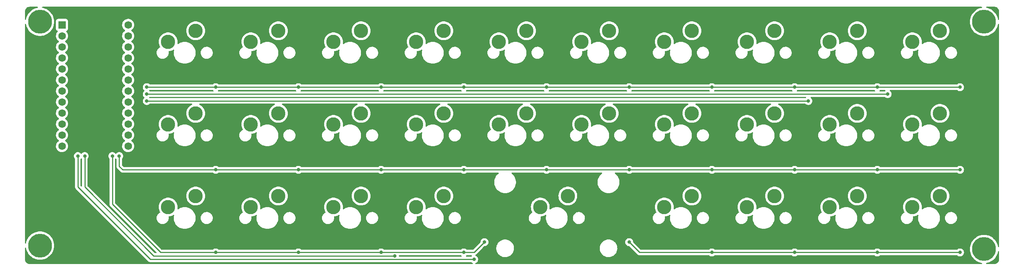
<source format=gbr>
%TF.GenerationSoftware,KiCad,Pcbnew,(6.0.6)*%
%TF.CreationDate,2022-07-16T11:18:18+07:00*%
%TF.ProjectId,pocket,706f636b-6574-42e6-9b69-6361645f7063,rev?*%
%TF.SameCoordinates,Original*%
%TF.FileFunction,Copper,L1,Top*%
%TF.FilePolarity,Positive*%
%FSLAX46Y46*%
G04 Gerber Fmt 4.6, Leading zero omitted, Abs format (unit mm)*
G04 Created by KiCad (PCBNEW (6.0.6)) date 2022-07-16 11:18:18*
%MOMM*%
%LPD*%
G01*
G04 APERTURE LIST*
%TA.AperFunction,ComponentPad*%
%ADD10C,3.300000*%
%TD*%
%TA.AperFunction,ComponentPad*%
%ADD11R,1.752600X1.752600*%
%TD*%
%TA.AperFunction,ComponentPad*%
%ADD12C,1.752600*%
%TD*%
%TA.AperFunction,ViaPad*%
%ADD13C,0.800000*%
%TD*%
%TA.AperFunction,ViaPad*%
%ADD14C,5.500000*%
%TD*%
%TA.AperFunction,Conductor*%
%ADD15C,0.250000*%
%TD*%
G04 APERTURE END LIST*
D10*
%TO.P,SW29,2,2*%
%TO.N,Net-(SW29-Pad2)*%
X95408750Y-98107500D03*
%TO.P,SW29,1,1*%
%TO.N,C6*%
X89058750Y-100647500D03*
%TD*%
%TO.P,SW28,2,2*%
%TO.N,Net-(SW28-Pad2)*%
X114458750Y-98107500D03*
%TO.P,SW28,1,1*%
%TO.N,D7*%
X108108750Y-100647500D03*
%TD*%
%TO.P,SW27,2,2*%
%TO.N,Net-(SW27-Pad2)*%
X133508750Y-98107500D03*
%TO.P,SW27,1,1*%
%TO.N,E6*%
X127158750Y-100647500D03*
%TD*%
%TO.P,SW26,2,2*%
%TO.N,Net-(SW26-Pad2)*%
X152558750Y-98107500D03*
%TO.P,SW26,1,1*%
%TO.N,B4*%
X146208750Y-100647500D03*
%TD*%
%TO.P,SW25,2,2*%
%TO.N,Net-(SW25-Pad2)*%
X181133750Y-98107500D03*
%TO.P,SW25,1,1*%
%TO.N,F6*%
X174783750Y-100647500D03*
%TD*%
%TO.P,SW24,2,2*%
%TO.N,Net-(SW24-Pad2)*%
X209708750Y-98107500D03*
%TO.P,SW24,1,1*%
%TO.N,F5*%
X203358750Y-100647500D03*
%TD*%
%TO.P,SW23,2,2*%
%TO.N,Net-(SW23-Pad2)*%
X228758750Y-98107500D03*
%TO.P,SW23,1,1*%
%TO.N,F4*%
X222408750Y-100647500D03*
%TD*%
%TO.P,SW22,2,2*%
%TO.N,Net-(SW22-Pad2)*%
X247808750Y-98107500D03*
%TO.P,SW22,1,1*%
%TO.N,B6*%
X241458750Y-100647500D03*
%TD*%
%TO.P,SW21,2,2*%
%TO.N,Net-(SW21-Pad2)*%
X266858750Y-98107500D03*
%TO.P,SW21,1,1*%
%TO.N,B2*%
X260508750Y-100647500D03*
%TD*%
%TO.P,SW20,2,2*%
%TO.N,Net-(SW20-Pad2)*%
X95408750Y-79057500D03*
%TO.P,SW20,1,1*%
%TO.N,C6*%
X89058750Y-81597500D03*
%TD*%
%TO.P,SW19,2,2*%
%TO.N,Net-(SW19-Pad2)*%
X114458750Y-79057500D03*
%TO.P,SW19,1,1*%
%TO.N,D7*%
X108108750Y-81597500D03*
%TD*%
%TO.P,SW18,2,2*%
%TO.N,Net-(SW18-Pad2)*%
X133508750Y-79057500D03*
%TO.P,SW18,1,1*%
%TO.N,E6*%
X127158750Y-81597500D03*
%TD*%
%TO.P,SW17,2,2*%
%TO.N,Net-(SW17-Pad2)*%
X152558750Y-79057500D03*
%TO.P,SW17,1,1*%
%TO.N,B4*%
X146208750Y-81597500D03*
%TD*%
%TO.P,SW16,2,2*%
%TO.N,Net-(SW16-Pad2)*%
X171608750Y-79057500D03*
%TO.P,SW16,1,1*%
%TO.N,B5*%
X165258750Y-81597500D03*
%TD*%
%TO.P,SW15,2,2*%
%TO.N,Net-(SW15-Pad2)*%
X190658750Y-79057500D03*
%TO.P,SW15,1,1*%
%TO.N,F6*%
X184308750Y-81597500D03*
%TD*%
%TO.P,SW14,2,2*%
%TO.N,Net-(SW14-Pad2)*%
X209708750Y-79057500D03*
%TO.P,SW14,1,1*%
%TO.N,F5*%
X203358750Y-81597500D03*
%TD*%
%TO.P,SW13,2,2*%
%TO.N,Net-(SW13-Pad2)*%
X228758750Y-79057500D03*
%TO.P,SW13,1,1*%
%TO.N,F4*%
X222408750Y-81597500D03*
%TD*%
%TO.P,SW12,2,2*%
%TO.N,Net-(SW12-Pad2)*%
X247808750Y-79057500D03*
%TO.P,SW12,1,1*%
%TO.N,B6*%
X241458750Y-81597500D03*
%TD*%
%TO.P,SW11,2,2*%
%TO.N,Net-(SW11-Pad2)*%
X266858750Y-79057500D03*
%TO.P,SW11,1,1*%
%TO.N,B2*%
X260508750Y-81597500D03*
%TD*%
D11*
%TO.P,U1,1,TX0/PD3*%
%TO.N,unconnected-(U1-Pad1)*%
X64611250Y-58660500D03*
D12*
%TO.P,U1,2,RX1/PD2*%
%TO.N,unconnected-(U1-Pad2)*%
X64611250Y-61200500D03*
%TO.P,U1,3,GND*%
%TO.N,unconnected-(U1-Pad3)*%
X64611250Y-63740500D03*
%TO.P,U1,4,GND*%
%TO.N,unconnected-(U1-Pad4)*%
X64611250Y-66280500D03*
%TO.P,U1,5,2/PD1*%
%TO.N,D1*%
X64611250Y-68820500D03*
%TO.P,U1,6,3/PD0*%
%TO.N,D0*%
X64611250Y-71360500D03*
%TO.P,U1,7,4/PD4*%
%TO.N,unconnected-(U1-Pad7)*%
X64611250Y-73900500D03*
%TO.P,U1,8,5/PC6*%
%TO.N,C6*%
X64611250Y-76440500D03*
%TO.P,U1,9,6/PD7*%
%TO.N,D7*%
X64611250Y-78980500D03*
%TO.P,U1,10,7/PE6*%
%TO.N,E6*%
X64611250Y-81520500D03*
%TO.P,U1,11,8/PB4*%
%TO.N,B4*%
X64611250Y-84060500D03*
%TO.P,U1,13,10/PB6*%
%TO.N,B6*%
X79851250Y-86600500D03*
%TO.P,U1,14,16/PB2*%
%TO.N,B2*%
X79851250Y-84060500D03*
%TO.P,U1,15,14/PB3*%
%TO.N,B3*%
X79851250Y-81520500D03*
%TO.P,U1,16,15/PB1*%
%TO.N,unconnected-(U1-Pad16)*%
X79851250Y-78980500D03*
%TO.P,U1,17,A0/PF7*%
%TO.N,unconnected-(U1-Pad17)*%
X79851250Y-76440500D03*
%TO.P,U1,18,A1/PF6*%
%TO.N,F6*%
X79851250Y-73900500D03*
%TO.P,U1,19,A2/PF5*%
%TO.N,F5*%
X79851250Y-71360500D03*
%TO.P,U1,20,A3/PF4*%
%TO.N,F4*%
X79851250Y-68820500D03*
%TO.P,U1,21,VCC*%
%TO.N,unconnected-(U1-Pad21)*%
X79851250Y-66280500D03*
%TO.P,U1,22,RST*%
%TO.N,unconnected-(U1-Pad22)*%
X79851250Y-63740500D03*
%TO.P,U1,23,GND*%
%TO.N,unconnected-(U1-Pad23)*%
X79851250Y-61200500D03*
%TO.P,U1,12,9/PB5*%
%TO.N,B5*%
X64611250Y-86600500D03*
%TO.P,U1,24,RAW*%
%TO.N,unconnected-(U1-Pad24)*%
X79851250Y-58660500D03*
%TD*%
D10*
%TO.P,SW10,2,2*%
%TO.N,Net-(SW10-Pad2)*%
X95408750Y-60007500D03*
%TO.P,SW10,1,1*%
%TO.N,C6*%
X89058750Y-62547500D03*
%TD*%
%TO.P,SW9,2,2*%
%TO.N,Net-(SW9-Pad2)*%
X114458750Y-60007500D03*
%TO.P,SW9,1,1*%
%TO.N,D7*%
X108108750Y-62547500D03*
%TD*%
%TO.P,SW8,2,2*%
%TO.N,Net-(SW8-Pad2)*%
X133508750Y-60007500D03*
%TO.P,SW8,1,1*%
%TO.N,E6*%
X127158750Y-62547500D03*
%TD*%
%TO.P,SW7,2,2*%
%TO.N,Net-(SW7-Pad2)*%
X152558750Y-60007500D03*
%TO.P,SW7,1,1*%
%TO.N,B4*%
X146208750Y-62547500D03*
%TD*%
%TO.P,SW6,2,2*%
%TO.N,Net-(SW6-Pad2)*%
X171608750Y-60007500D03*
%TO.P,SW6,1,1*%
%TO.N,B5*%
X165258750Y-62547500D03*
%TD*%
%TO.P,SW5,2,2*%
%TO.N,Net-(SW5-Pad2)*%
X190658750Y-60007500D03*
%TO.P,SW5,1,1*%
%TO.N,F6*%
X184308750Y-62547500D03*
%TD*%
%TO.P,SW4,2,2*%
%TO.N,Net-(SW4-Pad2)*%
X209708750Y-60007500D03*
%TO.P,SW4,1,1*%
%TO.N,F5*%
X203358750Y-62547500D03*
%TD*%
%TO.P,SW3,2,2*%
%TO.N,Net-(SW3-Pad2)*%
X228758750Y-60007500D03*
%TO.P,SW3,1,1*%
%TO.N,F4*%
X222408750Y-62547500D03*
%TD*%
%TO.P,SW2,2,2*%
%TO.N,Net-(SW2-Pad2)*%
X247808750Y-60007500D03*
%TO.P,SW2,1,1*%
%TO.N,B6*%
X241458750Y-62547500D03*
%TD*%
%TO.P,SW1,2,2*%
%TO.N,Net-(SW1-Pad2)*%
X266858750Y-60007500D03*
%TO.P,SW1,1,1*%
%TO.N,B2*%
X260508750Y-62547500D03*
%TD*%
D13*
%TO.N,B3*%
X84137500Y-73025000D03*
%TO.N,B6*%
X84137500Y-76200000D03*
%TO.N,B2*%
X84137500Y-74612500D03*
X254793750Y-74612500D03*
%TO.N,B6*%
X236537500Y-76200000D03*
%TO.N,D1*%
X77787500Y-88900000D03*
%TO.N,D0*%
X76200000Y-88900000D03*
%TO.N,B5*%
X68262500Y-88900000D03*
%TO.N,B4*%
X69850000Y-88900000D03*
D14*
%TO.N,*%
X59531250Y-109537500D03*
X59531250Y-57943750D03*
X277018750Y-110331250D03*
X277018750Y-57943750D03*
D13*
%TO.N,B4*%
X141287500Y-111918750D03*
%TO.N,B5*%
X159543750Y-112712500D03*
%TO.N,D0*%
X195262500Y-108743750D03*
X161925000Y-108743750D03*
X233362500Y-111125000D03*
X252412500Y-111125000D03*
X271462500Y-111125000D03*
X214312500Y-111125000D03*
X157162500Y-111125000D03*
X138112500Y-111125000D03*
X119062500Y-111125000D03*
%TO.N,D1*%
X271462500Y-92075000D03*
X252412500Y-92075000D03*
X233362500Y-92075000D03*
X214312500Y-92075000D03*
X195262500Y-92075000D03*
X176212500Y-92075000D03*
X157162500Y-92075000D03*
X138112500Y-92075000D03*
X119062500Y-92075000D03*
%TO.N,D0*%
X100012500Y-111125000D03*
%TO.N,D1*%
X100012500Y-92075000D03*
%TO.N,B3*%
X119062500Y-73025000D03*
X138112500Y-73025000D03*
X157162500Y-73025000D03*
X176212500Y-73025000D03*
X195262500Y-73025000D03*
X214312500Y-73025000D03*
X233362500Y-73025000D03*
X252412500Y-73025000D03*
X271462500Y-73025000D03*
X100012500Y-73025000D03*
%TD*%
D15*
%TO.N,B3*%
X100012500Y-73025000D02*
X84137500Y-73025000D01*
%TO.N,B6*%
X236537500Y-76200000D02*
X84137500Y-76200000D01*
%TO.N,B2*%
X254793750Y-74612500D02*
X84137500Y-74612500D01*
%TO.N,D1*%
X77787500Y-91281250D02*
X77787500Y-88900000D01*
X78581250Y-92075000D02*
X77787500Y-91281250D01*
X100012500Y-92075000D02*
X78581250Y-92075000D01*
%TO.N,D0*%
X76200000Y-100012500D02*
X76200000Y-88900000D01*
X87312500Y-111125000D02*
X76200000Y-100012500D01*
X100012500Y-111125000D02*
X87312500Y-111125000D01*
%TO.N,B5*%
X84931250Y-112712500D02*
X68262500Y-96043750D01*
X68262500Y-96043750D02*
X68262500Y-88900000D01*
X85725000Y-112712500D02*
X84931250Y-112712500D01*
%TO.N,B4*%
X69850000Y-96043750D02*
X69850000Y-88900000D01*
X85725000Y-111918750D02*
X69850000Y-96043750D01*
%TO.N,B5*%
X159543750Y-112712500D02*
X85725000Y-112712500D01*
%TO.N,B4*%
X141287500Y-111918750D02*
X85725000Y-111918750D01*
%TO.N,D0*%
X159543750Y-111125000D02*
X161925000Y-108743750D01*
X157162500Y-111125000D02*
X159543750Y-111125000D01*
X197643750Y-111125000D02*
X195262500Y-108743750D01*
X214312500Y-111125000D02*
X197643750Y-111125000D01*
X233362500Y-111125000D02*
X252412500Y-111125000D01*
X252412500Y-111125000D02*
X271462500Y-111125000D01*
X214312500Y-111125000D02*
X233362500Y-111125000D01*
X138112500Y-111125000D02*
X157162500Y-111125000D01*
X119062500Y-111125000D02*
X138112500Y-111125000D01*
%TO.N,D1*%
X252412500Y-92075000D02*
X271462500Y-92075000D01*
X233362500Y-92075000D02*
X252412500Y-92075000D01*
X214312500Y-92075000D02*
X233362500Y-92075000D01*
X195262500Y-92075000D02*
X214312500Y-92075000D01*
X176212500Y-92075000D02*
X195262500Y-92075000D01*
X157162500Y-92075000D02*
X176212500Y-92075000D01*
X138112500Y-92075000D02*
X157162500Y-92075000D01*
X119062500Y-92075000D02*
X138112500Y-92075000D01*
%TO.N,D0*%
X100012500Y-111125000D02*
X119062500Y-111125000D01*
%TO.N,D1*%
X100012500Y-92075000D02*
X119062500Y-92075000D01*
%TO.N,B3*%
X119062500Y-73025000D02*
X138112500Y-73025000D01*
X138112500Y-73025000D02*
X157162500Y-73025000D01*
X157162500Y-73025000D02*
X176212500Y-73025000D01*
X176212500Y-73025000D02*
X195262500Y-73025000D01*
X195262500Y-73025000D02*
X214312500Y-73025000D01*
X214312500Y-73025000D02*
X233362500Y-73025000D01*
X233362500Y-73025000D02*
X252412500Y-73025000D01*
X252412500Y-73025000D02*
X271462500Y-73025000D01*
X100012500Y-73025000D02*
X119062500Y-73025000D01*
%TD*%
%TA.AperFunction,NonConductor*%
G36*
X59004165Y-54503502D02*
G01*
X59050658Y-54557158D01*
X59060762Y-54627432D01*
X59031268Y-54692012D01*
X58971542Y-54730396D01*
X58962886Y-54732608D01*
X58911858Y-54743734D01*
X58664664Y-54797631D01*
X58329954Y-54909623D01*
X58009297Y-55057109D01*
X57706444Y-55238363D01*
X57424937Y-55451265D01*
X57168070Y-55693324D01*
X56938848Y-55961709D01*
X56739952Y-56253280D01*
X56573708Y-56564626D01*
X56572433Y-56567798D01*
X56572431Y-56567802D01*
X56568283Y-56578122D01*
X56442063Y-56892105D01*
X56346554Y-57231886D01*
X56345992Y-57235243D01*
X56345992Y-57235244D01*
X56321272Y-57382966D01*
X56290301Y-57446851D01*
X56229708Y-57483851D01*
X56158730Y-57482218D01*
X56099903Y-57442470D01*
X56071903Y-57377228D01*
X56071000Y-57362170D01*
X56071000Y-55615750D01*
X56072746Y-55594845D01*
X56075270Y-55579844D01*
X56075270Y-55579841D01*
X56076076Y-55575052D01*
X56076229Y-55562500D01*
X56075042Y-55554209D01*
X56074248Y-55525371D01*
X56074553Y-55521892D01*
X56086431Y-55386115D01*
X56090245Y-55364487D01*
X56133219Y-55204107D01*
X56140731Y-55183468D01*
X56210902Y-55032987D01*
X56221884Y-55013967D01*
X56317116Y-54877961D01*
X56331234Y-54861136D01*
X56448636Y-54743734D01*
X56465461Y-54729616D01*
X56601467Y-54634384D01*
X56620487Y-54623402D01*
X56630722Y-54618629D01*
X56770971Y-54553230D01*
X56791607Y-54545719D01*
X56951987Y-54502745D01*
X56973615Y-54498931D01*
X57019567Y-54494911D01*
X57109392Y-54487053D01*
X57125871Y-54487606D01*
X57125876Y-54487200D01*
X57134853Y-54487310D01*
X57143724Y-54488691D01*
X57152626Y-54487527D01*
X57152628Y-54487527D01*
X57170023Y-54485252D01*
X57175286Y-54484564D01*
X57191621Y-54483500D01*
X58936044Y-54483500D01*
X59004165Y-54503502D01*
G37*
%TD.AperFunction*%
%TA.AperFunction,NonConductor*%
G36*
X279370018Y-54485000D02*
G01*
X279384851Y-54487310D01*
X279384855Y-54487310D01*
X279393724Y-54488691D01*
X279406397Y-54487034D01*
X279433707Y-54486449D01*
X279576385Y-54498931D01*
X279598013Y-54502745D01*
X279758393Y-54545719D01*
X279779029Y-54553230D01*
X279919278Y-54618629D01*
X279929513Y-54623402D01*
X279948533Y-54634384D01*
X280084539Y-54729616D01*
X280101364Y-54743734D01*
X280218766Y-54861136D01*
X280232884Y-54877961D01*
X280328116Y-55013967D01*
X280339098Y-55032987D01*
X280409269Y-55183468D01*
X280416781Y-55204107D01*
X280459755Y-55364487D01*
X280463569Y-55386117D01*
X280475447Y-55521892D01*
X280474894Y-55538371D01*
X280475300Y-55538376D01*
X280475190Y-55547353D01*
X280473809Y-55556224D01*
X280474973Y-55565126D01*
X280474973Y-55565128D01*
X280477936Y-55587783D01*
X280479000Y-55604121D01*
X280479000Y-57361540D01*
X280458998Y-57429661D01*
X280405342Y-57476154D01*
X280335068Y-57486258D01*
X280270488Y-57456764D01*
X280232104Y-57397038D01*
X280228656Y-57381902D01*
X280220744Y-57333585D01*
X280205911Y-57243007D01*
X280111589Y-56902895D01*
X280108599Y-56895380D01*
X279982347Y-56578122D01*
X279981088Y-56574958D01*
X279815932Y-56263033D01*
X279809329Y-56253280D01*
X279619961Y-55973584D01*
X279619954Y-55973575D01*
X279618055Y-55970770D01*
X279615859Y-55968180D01*
X279615854Y-55968174D01*
X279527465Y-55863951D01*
X279389771Y-55701587D01*
X279133751Y-55458633D01*
X279131044Y-55456571D01*
X279131036Y-55456564D01*
X278910196Y-55288330D01*
X278852989Y-55244750D01*
X278550770Y-55062439D01*
X278547680Y-55061005D01*
X278547675Y-55061002D01*
X278390700Y-54988137D01*
X278230629Y-54913835D01*
X278227404Y-54912743D01*
X278227398Y-54912741D01*
X277899548Y-54801770D01*
X277899543Y-54801768D01*
X277896312Y-54800675D01*
X277882582Y-54797631D01*
X277588852Y-54732513D01*
X277526675Y-54698241D01*
X277492897Y-54635795D01*
X277498243Y-54565000D01*
X277541015Y-54508333D01*
X277607633Y-54483786D01*
X277616123Y-54483500D01*
X279350633Y-54483500D01*
X279370018Y-54485000D01*
G37*
%TD.AperFunction*%
%TA.AperFunction,NonConductor*%
G36*
X69094044Y-89444288D02*
G01*
X69149885Y-89480174D01*
X69184137Y-89518215D01*
X69214853Y-89582220D01*
X69216500Y-89602524D01*
X69216500Y-95797655D01*
X69196498Y-95865776D01*
X69142842Y-95912269D01*
X69072568Y-95922373D01*
X69007988Y-95892879D01*
X69001405Y-95886750D01*
X68932905Y-95818250D01*
X68898879Y-95755938D01*
X68896000Y-95729155D01*
X68896000Y-89602524D01*
X68916002Y-89534403D01*
X68928358Y-89518221D01*
X68962615Y-89480174D01*
X69023061Y-89442936D01*
X69094044Y-89444288D01*
G37*
%TD.AperFunction*%
%TA.AperFunction,NonConductor*%
G36*
X156522421Y-111778502D02*
G01*
X156541647Y-111794843D01*
X156541920Y-111794540D01*
X156546832Y-111798963D01*
X156551247Y-111803866D01*
X156565263Y-111814049D01*
X156616209Y-111851064D01*
X156659563Y-111907287D01*
X156665638Y-111978023D01*
X156632506Y-112040814D01*
X156570686Y-112075726D01*
X156542148Y-112079000D01*
X142324099Y-112079000D01*
X142255978Y-112058998D01*
X142209485Y-112005342D01*
X142198789Y-111939832D01*
X142200314Y-111925319D01*
X142200314Y-111925315D01*
X142201004Y-111918750D01*
X142200314Y-111912181D01*
X142198789Y-111897668D01*
X142211562Y-111827830D01*
X142260066Y-111775984D01*
X142324099Y-111758500D01*
X156454300Y-111758500D01*
X156522421Y-111778502D01*
G37*
%TD.AperFunction*%
%TA.AperFunction,NonConductor*%
G36*
X158991519Y-111778502D02*
G01*
X159038012Y-111832158D01*
X159048116Y-111902432D01*
X159018622Y-111967012D01*
X158997459Y-111986436D01*
X158932497Y-112033634D01*
X158928082Y-112038537D01*
X158923170Y-112042960D01*
X158922045Y-112041711D01*
X158868736Y-112074551D01*
X158835550Y-112079000D01*
X157782852Y-112079000D01*
X157714731Y-112058998D01*
X157668238Y-112005342D01*
X157658134Y-111935068D01*
X157687628Y-111870488D01*
X157708791Y-111851064D01*
X157759737Y-111814049D01*
X157773753Y-111803866D01*
X157778168Y-111798963D01*
X157783080Y-111794540D01*
X157784205Y-111795789D01*
X157837514Y-111762949D01*
X157870700Y-111758500D01*
X158923398Y-111758500D01*
X158991519Y-111778502D01*
G37*
%TD.AperFunction*%
%TA.AperFunction,NonConductor*%
G36*
X280391689Y-110792555D02*
G01*
X280450377Y-110832507D01*
X280478149Y-110897847D01*
X280479000Y-110912468D01*
X280479000Y-112663133D01*
X280477500Y-112682518D01*
X280475190Y-112697351D01*
X280475190Y-112697355D01*
X280473809Y-112706224D01*
X280475466Y-112718897D01*
X280476051Y-112746207D01*
X280468447Y-112833124D01*
X280463569Y-112888883D01*
X280459755Y-112910513D01*
X280416781Y-113070893D01*
X280409270Y-113091529D01*
X280400193Y-113110995D01*
X280339098Y-113242013D01*
X280328116Y-113261033D01*
X280232884Y-113397039D01*
X280218766Y-113413864D01*
X280101364Y-113531266D01*
X280084539Y-113545384D01*
X279948533Y-113640616D01*
X279929513Y-113651598D01*
X279779029Y-113721770D01*
X279758394Y-113729281D01*
X279678203Y-113750768D01*
X279598013Y-113772255D01*
X279576385Y-113776069D01*
X279530433Y-113780089D01*
X279440608Y-113787947D01*
X279424129Y-113787394D01*
X279424124Y-113787800D01*
X279415147Y-113787690D01*
X279406276Y-113786309D01*
X279397374Y-113787473D01*
X279397372Y-113787473D01*
X279383548Y-113789281D01*
X279374714Y-113790436D01*
X279358379Y-113791500D01*
X277611911Y-113791500D01*
X277543790Y-113771498D01*
X277497297Y-113717842D01*
X277487193Y-113647568D01*
X277516687Y-113582988D01*
X277576413Y-113544604D01*
X277585499Y-113542299D01*
X277874348Y-113480375D01*
X278209447Y-113369551D01*
X278530617Y-113223186D01*
X278715306Y-113113526D01*
X278831157Y-113044739D01*
X278831162Y-113044736D01*
X278834102Y-113042990D01*
X278859620Y-113023831D01*
X279113617Y-112833124D01*
X279116350Y-112831072D01*
X279374060Y-112589911D01*
X279604218Y-112322328D01*
X279804130Y-112031453D01*
X279805742Y-112028459D01*
X279805747Y-112028451D01*
X279948705Y-111762949D01*
X279971459Y-111720690D01*
X280104248Y-111393672D01*
X280112566Y-111364473D01*
X280178654Y-111132467D01*
X280200941Y-111054226D01*
X280220187Y-110941635D01*
X280228801Y-110891238D01*
X280259995Y-110827462D01*
X280320717Y-110790674D01*
X280391689Y-110792555D01*
G37*
%TD.AperFunction*%
%TA.AperFunction,NonConductor*%
G36*
X175572421Y-73678502D02*
G01*
X175591647Y-73694843D01*
X175591920Y-73694540D01*
X175596832Y-73698963D01*
X175601247Y-73703866D01*
X175606594Y-73707751D01*
X175666209Y-73751064D01*
X175709563Y-73807287D01*
X175715638Y-73878023D01*
X175682506Y-73940814D01*
X175620686Y-73975726D01*
X175592148Y-73979000D01*
X157782852Y-73979000D01*
X157714731Y-73958998D01*
X157668238Y-73905342D01*
X157658134Y-73835068D01*
X157687628Y-73770488D01*
X157708791Y-73751064D01*
X157768406Y-73707751D01*
X157773753Y-73703866D01*
X157778168Y-73698963D01*
X157783080Y-73694540D01*
X157784205Y-73695789D01*
X157837514Y-73662949D01*
X157870700Y-73658500D01*
X175504300Y-73658500D01*
X175572421Y-73678502D01*
G37*
%TD.AperFunction*%
%TA.AperFunction,NonConductor*%
G36*
X156522421Y-73678502D02*
G01*
X156541647Y-73694843D01*
X156541920Y-73694540D01*
X156546832Y-73698963D01*
X156551247Y-73703866D01*
X156556594Y-73707751D01*
X156616209Y-73751064D01*
X156659563Y-73807287D01*
X156665638Y-73878023D01*
X156632506Y-73940814D01*
X156570686Y-73975726D01*
X156542148Y-73979000D01*
X138732852Y-73979000D01*
X138664731Y-73958998D01*
X138618238Y-73905342D01*
X138608134Y-73835068D01*
X138637628Y-73770488D01*
X138658791Y-73751064D01*
X138718406Y-73707751D01*
X138723753Y-73703866D01*
X138728168Y-73698963D01*
X138733080Y-73694540D01*
X138734205Y-73695789D01*
X138787514Y-73662949D01*
X138820700Y-73658500D01*
X156454300Y-73658500D01*
X156522421Y-73678502D01*
G37*
%TD.AperFunction*%
%TA.AperFunction,NonConductor*%
G36*
X232722421Y-73678502D02*
G01*
X232741647Y-73694843D01*
X232741920Y-73694540D01*
X232746832Y-73698963D01*
X232751247Y-73703866D01*
X232756594Y-73707751D01*
X232816209Y-73751064D01*
X232859563Y-73807287D01*
X232865638Y-73878023D01*
X232832506Y-73940814D01*
X232770686Y-73975726D01*
X232742148Y-73979000D01*
X214932852Y-73979000D01*
X214864731Y-73958998D01*
X214818238Y-73905342D01*
X214808134Y-73835068D01*
X214837628Y-73770488D01*
X214858791Y-73751064D01*
X214918406Y-73707751D01*
X214923753Y-73703866D01*
X214928168Y-73698963D01*
X214933080Y-73694540D01*
X214934205Y-73695789D01*
X214987514Y-73662949D01*
X215020700Y-73658500D01*
X232654300Y-73658500D01*
X232722421Y-73678502D01*
G37*
%TD.AperFunction*%
%TA.AperFunction,NonConductor*%
G36*
X213672421Y-73678502D02*
G01*
X213691647Y-73694843D01*
X213691920Y-73694540D01*
X213696832Y-73698963D01*
X213701247Y-73703866D01*
X213706594Y-73707751D01*
X213766209Y-73751064D01*
X213809563Y-73807287D01*
X213815638Y-73878023D01*
X213782506Y-73940814D01*
X213720686Y-73975726D01*
X213692148Y-73979000D01*
X195882852Y-73979000D01*
X195814731Y-73958998D01*
X195768238Y-73905342D01*
X195758134Y-73835068D01*
X195787628Y-73770488D01*
X195808791Y-73751064D01*
X195868406Y-73707751D01*
X195873753Y-73703866D01*
X195878168Y-73698963D01*
X195883080Y-73694540D01*
X195884205Y-73695789D01*
X195937514Y-73662949D01*
X195970700Y-73658500D01*
X213604300Y-73658500D01*
X213672421Y-73678502D01*
G37*
%TD.AperFunction*%
%TA.AperFunction,NonConductor*%
G36*
X118422421Y-73678502D02*
G01*
X118441647Y-73694843D01*
X118441920Y-73694540D01*
X118446832Y-73698963D01*
X118451247Y-73703866D01*
X118456594Y-73707751D01*
X118516209Y-73751064D01*
X118559563Y-73807287D01*
X118565638Y-73878023D01*
X118532506Y-73940814D01*
X118470686Y-73975726D01*
X118442148Y-73979000D01*
X100632852Y-73979000D01*
X100564731Y-73958998D01*
X100518238Y-73905342D01*
X100508134Y-73835068D01*
X100537628Y-73770488D01*
X100558791Y-73751064D01*
X100618406Y-73707751D01*
X100623753Y-73703866D01*
X100628168Y-73698963D01*
X100633080Y-73694540D01*
X100634205Y-73695789D01*
X100687514Y-73662949D01*
X100720700Y-73658500D01*
X118354300Y-73658500D01*
X118422421Y-73678502D01*
G37*
%TD.AperFunction*%
%TA.AperFunction,NonConductor*%
G36*
X99372421Y-73678502D02*
G01*
X99391647Y-73694843D01*
X99391920Y-73694540D01*
X99396832Y-73698963D01*
X99401247Y-73703866D01*
X99406594Y-73707751D01*
X99466209Y-73751064D01*
X99509563Y-73807287D01*
X99515638Y-73878023D01*
X99482506Y-73940814D01*
X99420686Y-73975726D01*
X99392148Y-73979000D01*
X84845700Y-73979000D01*
X84777579Y-73958998D01*
X84758353Y-73942657D01*
X84758080Y-73942960D01*
X84753168Y-73938537D01*
X84748753Y-73933634D01*
X84743414Y-73929755D01*
X84743412Y-73929753D01*
X84730931Y-73920685D01*
X84687578Y-73864463D01*
X84681503Y-73793726D01*
X84714635Y-73730935D01*
X84730931Y-73716815D01*
X84743412Y-73707747D01*
X84743415Y-73707744D01*
X84748753Y-73703866D01*
X84753168Y-73698963D01*
X84758080Y-73694540D01*
X84759205Y-73695789D01*
X84812514Y-73662949D01*
X84845700Y-73658500D01*
X99304300Y-73658500D01*
X99372421Y-73678502D01*
G37*
%TD.AperFunction*%
%TA.AperFunction,NonConductor*%
G36*
X137472421Y-73678502D02*
G01*
X137491647Y-73694843D01*
X137491920Y-73694540D01*
X137496832Y-73698963D01*
X137501247Y-73703866D01*
X137506594Y-73707751D01*
X137566209Y-73751064D01*
X137609563Y-73807287D01*
X137615638Y-73878023D01*
X137582506Y-73940814D01*
X137520686Y-73975726D01*
X137492148Y-73979000D01*
X119682852Y-73979000D01*
X119614731Y-73958998D01*
X119568238Y-73905342D01*
X119558134Y-73835068D01*
X119587628Y-73770488D01*
X119608791Y-73751064D01*
X119668406Y-73707751D01*
X119673753Y-73703866D01*
X119678168Y-73698963D01*
X119683080Y-73694540D01*
X119684205Y-73695789D01*
X119737514Y-73662949D01*
X119770700Y-73658500D01*
X137404300Y-73658500D01*
X137472421Y-73678502D01*
G37*
%TD.AperFunction*%
%TA.AperFunction,NonConductor*%
G36*
X194622421Y-73678502D02*
G01*
X194641647Y-73694843D01*
X194641920Y-73694540D01*
X194646832Y-73698963D01*
X194651247Y-73703866D01*
X194656594Y-73707751D01*
X194716209Y-73751064D01*
X194759563Y-73807287D01*
X194765638Y-73878023D01*
X194732506Y-73940814D01*
X194670686Y-73975726D01*
X194642148Y-73979000D01*
X176832852Y-73979000D01*
X176764731Y-73958998D01*
X176718238Y-73905342D01*
X176708134Y-73835068D01*
X176737628Y-73770488D01*
X176758791Y-73751064D01*
X176818406Y-73707751D01*
X176823753Y-73703866D01*
X176828168Y-73698963D01*
X176833080Y-73694540D01*
X176834205Y-73695789D01*
X176887514Y-73662949D01*
X176920700Y-73658500D01*
X194554300Y-73658500D01*
X194622421Y-73678502D01*
G37*
%TD.AperFunction*%
%TA.AperFunction,NonConductor*%
G36*
X254241519Y-73678502D02*
G01*
X254288012Y-73732158D01*
X254298116Y-73802432D01*
X254268622Y-73867012D01*
X254247459Y-73886436D01*
X254182497Y-73933634D01*
X254178082Y-73938537D01*
X254173170Y-73942960D01*
X254172045Y-73941711D01*
X254118736Y-73974551D01*
X254085550Y-73979000D01*
X253032852Y-73979000D01*
X252964731Y-73958998D01*
X252918238Y-73905342D01*
X252908134Y-73835068D01*
X252937628Y-73770488D01*
X252958791Y-73751064D01*
X253018406Y-73707751D01*
X253023753Y-73703866D01*
X253028168Y-73698963D01*
X253033080Y-73694540D01*
X253034205Y-73695789D01*
X253087514Y-73662949D01*
X253120700Y-73658500D01*
X254173398Y-73658500D01*
X254241519Y-73678502D01*
G37*
%TD.AperFunction*%
%TA.AperFunction,NonConductor*%
G36*
X251772421Y-73678502D02*
G01*
X251791647Y-73694843D01*
X251791920Y-73694540D01*
X251796832Y-73698963D01*
X251801247Y-73703866D01*
X251806594Y-73707751D01*
X251866209Y-73751064D01*
X251909563Y-73807287D01*
X251915638Y-73878023D01*
X251882506Y-73940814D01*
X251820686Y-73975726D01*
X251792148Y-73979000D01*
X233982852Y-73979000D01*
X233914731Y-73958998D01*
X233868238Y-73905342D01*
X233858134Y-73835068D01*
X233887628Y-73770488D01*
X233908791Y-73751064D01*
X233968406Y-73707751D01*
X233973753Y-73703866D01*
X233978168Y-73698963D01*
X233983080Y-73694540D01*
X233984205Y-73695789D01*
X234037514Y-73662949D01*
X234070700Y-73658500D01*
X251704300Y-73658500D01*
X251772421Y-73678502D01*
G37*
%TD.AperFunction*%
%TA.AperFunction,NonConductor*%
G36*
X235985269Y-75266002D02*
G01*
X236031762Y-75319658D01*
X236041866Y-75389932D01*
X236012372Y-75454512D01*
X235991209Y-75473936D01*
X235926247Y-75521134D01*
X235921832Y-75526037D01*
X235916920Y-75530460D01*
X235915795Y-75529211D01*
X235862486Y-75562051D01*
X235829300Y-75566500D01*
X84845700Y-75566500D01*
X84777579Y-75546498D01*
X84758353Y-75530157D01*
X84758080Y-75530460D01*
X84753168Y-75526037D01*
X84748753Y-75521134D01*
X84743414Y-75517255D01*
X84743412Y-75517253D01*
X84730931Y-75508185D01*
X84687578Y-75451963D01*
X84681503Y-75381226D01*
X84714635Y-75318435D01*
X84730931Y-75304315D01*
X84743412Y-75295247D01*
X84743415Y-75295244D01*
X84748753Y-75291366D01*
X84753168Y-75286463D01*
X84758080Y-75282040D01*
X84759205Y-75283289D01*
X84812514Y-75250449D01*
X84845700Y-75246000D01*
X235917148Y-75246000D01*
X235985269Y-75266002D01*
G37*
%TD.AperFunction*%
%TA.AperFunction,NonConductor*%
G36*
X276491665Y-54503502D02*
G01*
X276538158Y-54557158D01*
X276548262Y-54627432D01*
X276518768Y-54692012D01*
X276459042Y-54730396D01*
X276450386Y-54732608D01*
X276399358Y-54743734D01*
X276152164Y-54797631D01*
X275817454Y-54909623D01*
X275496797Y-55057109D01*
X275193944Y-55238363D01*
X274912437Y-55451265D01*
X274655570Y-55693324D01*
X274426348Y-55961709D01*
X274227452Y-56253280D01*
X274061208Y-56564626D01*
X274059933Y-56567798D01*
X274059931Y-56567802D01*
X274055783Y-56578122D01*
X273929563Y-56892105D01*
X273834054Y-57231886D01*
X273833493Y-57235239D01*
X273833492Y-57235243D01*
X273782913Y-57537495D01*
X273775801Y-57579995D01*
X273755484Y-57932359D01*
X273773341Y-58284856D01*
X273773878Y-58288211D01*
X273773879Y-58288217D01*
X273798993Y-58445007D01*
X273829162Y-58633363D01*
X273922296Y-58973803D01*
X273935047Y-59006172D01*
X274043789Y-59282228D01*
X274051653Y-59302193D01*
X274053236Y-59305208D01*
X274214134Y-59611676D01*
X274214139Y-59611684D01*
X274215718Y-59614692D01*
X274217612Y-59617510D01*
X274217617Y-59617519D01*
X274354037Y-59820533D01*
X274412574Y-59907645D01*
X274639917Y-60177623D01*
X274642377Y-60179974D01*
X274642380Y-60179977D01*
X274892625Y-60419116D01*
X274892632Y-60419122D01*
X274895088Y-60421469D01*
X275175101Y-60636331D01*
X275178019Y-60638105D01*
X275473767Y-60817923D01*
X275473772Y-60817926D01*
X275476682Y-60819695D01*
X275479770Y-60821141D01*
X275479769Y-60821141D01*
X275793218Y-60967972D01*
X275793228Y-60967976D01*
X275796302Y-60969416D01*
X275799520Y-60970518D01*
X275799523Y-60970519D01*
X276126991Y-61082637D01*
X276126995Y-61082638D01*
X276130222Y-61083743D01*
X276133552Y-61084493D01*
X276133561Y-61084496D01*
X276376914Y-61139337D01*
X276474536Y-61161337D01*
X276477921Y-61161723D01*
X276477929Y-61161724D01*
X276821833Y-61200907D01*
X276821841Y-61200907D01*
X276825216Y-61201292D01*
X276828620Y-61201310D01*
X276828623Y-61201310D01*
X277020377Y-61202314D01*
X277178161Y-61203140D01*
X277181547Y-61202790D01*
X277181549Y-61202790D01*
X277525848Y-61167211D01*
X277525857Y-61167210D01*
X277529240Y-61166860D01*
X277532573Y-61166146D01*
X277532576Y-61166145D01*
X277817776Y-61105003D01*
X277874348Y-61092875D01*
X278209447Y-60982051D01*
X278530617Y-60835686D01*
X278715897Y-60725675D01*
X278831157Y-60657239D01*
X278831162Y-60657236D01*
X278834102Y-60655490D01*
X278859620Y-60636331D01*
X279113617Y-60445624D01*
X279116350Y-60443572D01*
X279374060Y-60202411D01*
X279604218Y-59934828D01*
X279804130Y-59643953D01*
X279805742Y-59640959D01*
X279805747Y-59640951D01*
X279969837Y-59336202D01*
X279971459Y-59333190D01*
X280104248Y-59006172D01*
X280112566Y-58976973D01*
X280152594Y-58836449D01*
X280200941Y-58666726D01*
X280228801Y-58503738D01*
X280259995Y-58439962D01*
X280320717Y-58403174D01*
X280391689Y-58405055D01*
X280450377Y-58445007D01*
X280478149Y-58510347D01*
X280479000Y-58524968D01*
X280479000Y-109749040D01*
X280458998Y-109817161D01*
X280405342Y-109863654D01*
X280335068Y-109873758D01*
X280270488Y-109844264D01*
X280232104Y-109784538D01*
X280228656Y-109769402D01*
X280209943Y-109655129D01*
X280205911Y-109630507D01*
X280111589Y-109290395D01*
X280108816Y-109283425D01*
X279982347Y-108965622D01*
X279981088Y-108962458D01*
X279898310Y-108806117D01*
X279817527Y-108653545D01*
X279817525Y-108653542D01*
X279815932Y-108650533D01*
X279809329Y-108640780D01*
X279619961Y-108361084D01*
X279619954Y-108361075D01*
X279618055Y-108358270D01*
X279615859Y-108355680D01*
X279615854Y-108355674D01*
X279527465Y-108251451D01*
X279389771Y-108089087D01*
X279133751Y-107846133D01*
X279131044Y-107844071D01*
X279131036Y-107844064D01*
X278972559Y-107723338D01*
X278852989Y-107632250D01*
X278550770Y-107449939D01*
X278547680Y-107448505D01*
X278547675Y-107448502D01*
X278390700Y-107375637D01*
X278230629Y-107301335D01*
X278227404Y-107300243D01*
X278227398Y-107300241D01*
X277899548Y-107189270D01*
X277899543Y-107189268D01*
X277896312Y-107188175D01*
X277882582Y-107185131D01*
X277813480Y-107169812D01*
X277551729Y-107111783D01*
X277427103Y-107098024D01*
X277204293Y-107073425D01*
X277204288Y-107073425D01*
X277200912Y-107073052D01*
X277197513Y-107073046D01*
X277197512Y-107073046D01*
X277031039Y-107072756D01*
X276847963Y-107072436D01*
X276716956Y-107086437D01*
X276500396Y-107109580D01*
X276500390Y-107109581D01*
X276497012Y-107109942D01*
X276152164Y-107185131D01*
X275817454Y-107297123D01*
X275496797Y-107444609D01*
X275193944Y-107625863D01*
X274912437Y-107838765D01*
X274655570Y-108080824D01*
X274653358Y-108083414D01*
X274653357Y-108083415D01*
X274457058Y-108313252D01*
X274426348Y-108349209D01*
X274227452Y-108640780D01*
X274220636Y-108653545D01*
X274074563Y-108927115D01*
X274061208Y-108952126D01*
X274059933Y-108955298D01*
X274059931Y-108955302D01*
X273978560Y-109157721D01*
X273929563Y-109279605D01*
X273928644Y-109282873D01*
X273928642Y-109282880D01*
X273834975Y-109616108D01*
X273834054Y-109619386D01*
X273833493Y-109622739D01*
X273833492Y-109622743D01*
X273776364Y-109964130D01*
X273775801Y-109967495D01*
X273755484Y-110319859D01*
X273773341Y-110672356D01*
X273773878Y-110675711D01*
X273773879Y-110675717D01*
X273798993Y-110832507D01*
X273829162Y-111020863D01*
X273922296Y-111361303D01*
X274051653Y-111689693D01*
X274072935Y-111730229D01*
X274214134Y-111999176D01*
X274214139Y-111999184D01*
X274215718Y-112002192D01*
X274217612Y-112005010D01*
X274217617Y-112005019D01*
X274351588Y-112204388D01*
X274412574Y-112295145D01*
X274639917Y-112565123D01*
X274642377Y-112567474D01*
X274642380Y-112567477D01*
X274892625Y-112806616D01*
X274892632Y-112806622D01*
X274895088Y-112808969D01*
X275175101Y-113023831D01*
X275263817Y-113077771D01*
X275473767Y-113205423D01*
X275473772Y-113205426D01*
X275476682Y-113207195D01*
X275479770Y-113208641D01*
X275479769Y-113208641D01*
X275793218Y-113355472D01*
X275793228Y-113355476D01*
X275796302Y-113356916D01*
X275799520Y-113358018D01*
X275799523Y-113358019D01*
X276126991Y-113470137D01*
X276126995Y-113470138D01*
X276130222Y-113471243D01*
X276133552Y-113471993D01*
X276133561Y-113471996D01*
X276396567Y-113531266D01*
X276445525Y-113542299D01*
X276446785Y-113542583D01*
X276508842Y-113577071D01*
X276542402Y-113639635D01*
X276536809Y-113710411D01*
X276493840Y-113766928D01*
X276427136Y-113791242D01*
X276419085Y-113791500D01*
X159946692Y-113791500D01*
X159878571Y-113771498D01*
X159832078Y-113717842D01*
X159821974Y-113647568D01*
X159851468Y-113582988D01*
X159895443Y-113550393D01*
X159994472Y-113506303D01*
X159994474Y-113506302D01*
X160000502Y-113503618D01*
X160046585Y-113470137D01*
X160124037Y-113413864D01*
X160155003Y-113391366D01*
X160191601Y-113350720D01*
X160278371Y-113254352D01*
X160278372Y-113254351D01*
X160282790Y-113249444D01*
X160357803Y-113119518D01*
X160374973Y-113089779D01*
X160374974Y-113089778D01*
X160378277Y-113084056D01*
X160437292Y-112902428D01*
X160452198Y-112760610D01*
X160456564Y-112719065D01*
X160457254Y-112712500D01*
X160441764Y-112565123D01*
X160437982Y-112529135D01*
X160437982Y-112529133D01*
X160437292Y-112522572D01*
X160378277Y-112340944D01*
X160282790Y-112175556D01*
X160155003Y-112033634D01*
X160000502Y-111921382D01*
X159994474Y-111918698D01*
X159994472Y-111918697D01*
X159905291Y-111878991D01*
X159851195Y-111833010D01*
X159830546Y-111765083D01*
X159849899Y-111696775D01*
X159882486Y-111661943D01*
X159887143Y-111658560D01*
X159897057Y-111652048D01*
X159928285Y-111633580D01*
X159928288Y-111633578D01*
X159935112Y-111629542D01*
X159949433Y-111615221D01*
X159964467Y-111602380D01*
X159974444Y-111595131D01*
X159980857Y-111590472D01*
X160009048Y-111556395D01*
X160017038Y-111547616D01*
X161463261Y-110101394D01*
X164651278Y-110101394D01*
X164651431Y-110105782D01*
X164651431Y-110105788D01*
X164659305Y-110331250D01*
X164661198Y-110385473D01*
X164661960Y-110389796D01*
X164661961Y-110389803D01*
X164679109Y-110487051D01*
X164710558Y-110665407D01*
X164711913Y-110669578D01*
X164711915Y-110669585D01*
X164739163Y-110753444D01*
X164798397Y-110935747D01*
X164800325Y-110939700D01*
X164800327Y-110939705D01*
X164838269Y-111017497D01*
X164923005Y-111191231D01*
X164925460Y-111194870D01*
X164925463Y-111194876D01*
X165079497Y-111423241D01*
X165079502Y-111423248D01*
X165081957Y-111426887D01*
X165084901Y-111430156D01*
X165084902Y-111430158D01*
X165229249Y-111590472D01*
X165272159Y-111638128D01*
X165489909Y-111820842D01*
X165730969Y-111971473D01*
X165881615Y-112038545D01*
X165927554Y-112058998D01*
X165990647Y-112087089D01*
X166263888Y-112165440D01*
X166268238Y-112166051D01*
X166268241Y-112166052D01*
X166372717Y-112180735D01*
X166545374Y-112205000D01*
X166758476Y-112205000D01*
X166760661Y-112204847D01*
X166760667Y-112204847D01*
X166966675Y-112190442D01*
X166966680Y-112190441D01*
X166971060Y-112190135D01*
X167249101Y-112131035D01*
X167253232Y-112129531D01*
X167253237Y-112129530D01*
X167491085Y-112042960D01*
X167516211Y-112033815D01*
X167641850Y-111967012D01*
X167763299Y-111902437D01*
X167763307Y-111902432D01*
X167767191Y-111900367D01*
X167770751Y-111897781D01*
X167770755Y-111897778D01*
X167993593Y-111735876D01*
X167993596Y-111735874D01*
X167997156Y-111733287D01*
X168005727Y-111725010D01*
X168198468Y-111538883D01*
X168198471Y-111538879D01*
X168201630Y-111535829D01*
X168376633Y-111311835D01*
X168480192Y-111132467D01*
X168516555Y-111069485D01*
X168516558Y-111069480D01*
X168518760Y-111065665D01*
X168520410Y-111061581D01*
X168520413Y-111061575D01*
X168623593Y-110806193D01*
X168623594Y-110806190D01*
X168625242Y-110802111D01*
X168694009Y-110526302D01*
X168697970Y-110488621D01*
X168723263Y-110247975D01*
X168723263Y-110247972D01*
X168723722Y-110243606D01*
X168723261Y-110230402D01*
X168718756Y-110101394D01*
X188463778Y-110101394D01*
X188463931Y-110105782D01*
X188463931Y-110105788D01*
X188471805Y-110331250D01*
X188473698Y-110385473D01*
X188474460Y-110389796D01*
X188474461Y-110389803D01*
X188491609Y-110487051D01*
X188523058Y-110665407D01*
X188524413Y-110669578D01*
X188524415Y-110669585D01*
X188551663Y-110753444D01*
X188610897Y-110935747D01*
X188612825Y-110939700D01*
X188612827Y-110939705D01*
X188650769Y-111017497D01*
X188735505Y-111191231D01*
X188737960Y-111194870D01*
X188737963Y-111194876D01*
X188891997Y-111423241D01*
X188892002Y-111423248D01*
X188894457Y-111426887D01*
X188897401Y-111430156D01*
X188897402Y-111430158D01*
X189041749Y-111590472D01*
X189084659Y-111638128D01*
X189302409Y-111820842D01*
X189543469Y-111971473D01*
X189694115Y-112038545D01*
X189740054Y-112058998D01*
X189803147Y-112087089D01*
X190076388Y-112165440D01*
X190080738Y-112166051D01*
X190080741Y-112166052D01*
X190185217Y-112180735D01*
X190357874Y-112205000D01*
X190570976Y-112205000D01*
X190573161Y-112204847D01*
X190573167Y-112204847D01*
X190779175Y-112190442D01*
X190779180Y-112190441D01*
X190783560Y-112190135D01*
X191061601Y-112131035D01*
X191065732Y-112129531D01*
X191065737Y-112129530D01*
X191303585Y-112042960D01*
X191328711Y-112033815D01*
X191454350Y-111967012D01*
X191575799Y-111902437D01*
X191575807Y-111902432D01*
X191579691Y-111900367D01*
X191583251Y-111897781D01*
X191583255Y-111897778D01*
X191806093Y-111735876D01*
X191806096Y-111735874D01*
X191809656Y-111733287D01*
X191818227Y-111725010D01*
X192010968Y-111538883D01*
X192010971Y-111538879D01*
X192014130Y-111535829D01*
X192189133Y-111311835D01*
X192292692Y-111132467D01*
X192329055Y-111069485D01*
X192329058Y-111069480D01*
X192331260Y-111065665D01*
X192332910Y-111061581D01*
X192332913Y-111061575D01*
X192436093Y-110806193D01*
X192436094Y-110806190D01*
X192437742Y-110802111D01*
X192506509Y-110526302D01*
X192510470Y-110488621D01*
X192535763Y-110247975D01*
X192535763Y-110247972D01*
X192536222Y-110243606D01*
X192535761Y-110230402D01*
X192526456Y-109963924D01*
X192526455Y-109963917D01*
X192526302Y-109959527D01*
X192517425Y-109909180D01*
X192477704Y-109683916D01*
X192476942Y-109679593D01*
X192475587Y-109675422D01*
X192475585Y-109675415D01*
X192390464Y-109413442D01*
X192389103Y-109409253D01*
X192264495Y-109153769D01*
X192262040Y-109150130D01*
X192262037Y-109150124D01*
X192108003Y-108921759D01*
X192107998Y-108921752D01*
X192105543Y-108918113D01*
X192029320Y-108833458D01*
X191948546Y-108743750D01*
X194348996Y-108743750D01*
X194349686Y-108750315D01*
X194358425Y-108833458D01*
X194368958Y-108933678D01*
X194427973Y-109115306D01*
X194523460Y-109280694D01*
X194527878Y-109285601D01*
X194527879Y-109285602D01*
X194532195Y-109290395D01*
X194651247Y-109422616D01*
X194805748Y-109534868D01*
X194811776Y-109537552D01*
X194811778Y-109537553D01*
X194862829Y-109560282D01*
X194980212Y-109612544D01*
X195064721Y-109630507D01*
X195160556Y-109650878D01*
X195160561Y-109650878D01*
X195167013Y-109652250D01*
X195222906Y-109652250D01*
X195291027Y-109672252D01*
X195312001Y-109689155D01*
X196283929Y-110661084D01*
X197140098Y-111517253D01*
X197147638Y-111525539D01*
X197151750Y-111532018D01*
X197157527Y-111537443D01*
X197201401Y-111578643D01*
X197204243Y-111581398D01*
X197223980Y-111601135D01*
X197227177Y-111603615D01*
X197236197Y-111611318D01*
X197268429Y-111641586D01*
X197275375Y-111645405D01*
X197275378Y-111645407D01*
X197286184Y-111651348D01*
X197302703Y-111662199D01*
X197318709Y-111674614D01*
X197325978Y-111677759D01*
X197325982Y-111677762D01*
X197359287Y-111692174D01*
X197369937Y-111697391D01*
X197408690Y-111718695D01*
X197416365Y-111720666D01*
X197416366Y-111720666D01*
X197428312Y-111723733D01*
X197447016Y-111730137D01*
X197454296Y-111733287D01*
X197465605Y-111738181D01*
X197473428Y-111739420D01*
X197473438Y-111739423D01*
X197509274Y-111745099D01*
X197520894Y-111747505D01*
X197552709Y-111755673D01*
X197563720Y-111758500D01*
X197583974Y-111758500D01*
X197603684Y-111760051D01*
X197623693Y-111763220D01*
X197631585Y-111762474D01*
X197667711Y-111759059D01*
X197679569Y-111758500D01*
X213604300Y-111758500D01*
X213672421Y-111778502D01*
X213691647Y-111794843D01*
X213691920Y-111794540D01*
X213696832Y-111798963D01*
X213701247Y-111803866D01*
X213720720Y-111818014D01*
X213834069Y-111900367D01*
X213855748Y-111916118D01*
X213861776Y-111918802D01*
X213861778Y-111918803D01*
X214024181Y-111991109D01*
X214030212Y-111993794D01*
X214119938Y-112012866D01*
X214210556Y-112032128D01*
X214210561Y-112032128D01*
X214217013Y-112033500D01*
X214407987Y-112033500D01*
X214414439Y-112032128D01*
X214414444Y-112032128D01*
X214505062Y-112012866D01*
X214594788Y-111993794D01*
X214600819Y-111991109D01*
X214763222Y-111918803D01*
X214763224Y-111918802D01*
X214769252Y-111916118D01*
X214790932Y-111900367D01*
X214904280Y-111818014D01*
X214923753Y-111803866D01*
X214928168Y-111798963D01*
X214933080Y-111794540D01*
X214934205Y-111795789D01*
X214987514Y-111762949D01*
X215020700Y-111758500D01*
X232654300Y-111758500D01*
X232722421Y-111778502D01*
X232741647Y-111794843D01*
X232741920Y-111794540D01*
X232746832Y-111798963D01*
X232751247Y-111803866D01*
X232770720Y-111818014D01*
X232884069Y-111900367D01*
X232905748Y-111916118D01*
X232911776Y-111918802D01*
X232911778Y-111918803D01*
X233074181Y-111991109D01*
X233080212Y-111993794D01*
X233169938Y-112012866D01*
X233260556Y-112032128D01*
X233260561Y-112032128D01*
X233267013Y-112033500D01*
X233457987Y-112033500D01*
X233464439Y-112032128D01*
X233464444Y-112032128D01*
X233555062Y-112012866D01*
X233644788Y-111993794D01*
X233650819Y-111991109D01*
X233813222Y-111918803D01*
X233813224Y-111918802D01*
X233819252Y-111916118D01*
X233840932Y-111900367D01*
X233954280Y-111818014D01*
X233973753Y-111803866D01*
X233978168Y-111798963D01*
X233983080Y-111794540D01*
X233984205Y-111795789D01*
X234037514Y-111762949D01*
X234070700Y-111758500D01*
X251704300Y-111758500D01*
X251772421Y-111778502D01*
X251791647Y-111794843D01*
X251791920Y-111794540D01*
X251796832Y-111798963D01*
X251801247Y-111803866D01*
X251820720Y-111818014D01*
X251934069Y-111900367D01*
X251955748Y-111916118D01*
X251961776Y-111918802D01*
X251961778Y-111918803D01*
X252124181Y-111991109D01*
X252130212Y-111993794D01*
X252219938Y-112012866D01*
X252310556Y-112032128D01*
X252310561Y-112032128D01*
X252317013Y-112033500D01*
X252507987Y-112033500D01*
X252514439Y-112032128D01*
X252514444Y-112032128D01*
X252605062Y-112012866D01*
X252694788Y-111993794D01*
X252700819Y-111991109D01*
X252863222Y-111918803D01*
X252863224Y-111918802D01*
X252869252Y-111916118D01*
X252890932Y-111900367D01*
X253004280Y-111818014D01*
X253023753Y-111803866D01*
X253028168Y-111798963D01*
X253033080Y-111794540D01*
X253034205Y-111795789D01*
X253087514Y-111762949D01*
X253120700Y-111758500D01*
X270754300Y-111758500D01*
X270822421Y-111778502D01*
X270841647Y-111794843D01*
X270841920Y-111794540D01*
X270846832Y-111798963D01*
X270851247Y-111803866D01*
X270870720Y-111818014D01*
X270984069Y-111900367D01*
X271005748Y-111916118D01*
X271011776Y-111918802D01*
X271011778Y-111918803D01*
X271174181Y-111991109D01*
X271180212Y-111993794D01*
X271269938Y-112012866D01*
X271360556Y-112032128D01*
X271360561Y-112032128D01*
X271367013Y-112033500D01*
X271557987Y-112033500D01*
X271564439Y-112032128D01*
X271564444Y-112032128D01*
X271655062Y-112012866D01*
X271744788Y-111993794D01*
X271750819Y-111991109D01*
X271913222Y-111918803D01*
X271913224Y-111918802D01*
X271919252Y-111916118D01*
X272073753Y-111803866D01*
X272110595Y-111762949D01*
X272197121Y-111666852D01*
X272197122Y-111666851D01*
X272201540Y-111661944D01*
X272267547Y-111547616D01*
X272293723Y-111502279D01*
X272293724Y-111502278D01*
X272297027Y-111496556D01*
X272356042Y-111314928D01*
X272356768Y-111308027D01*
X272375314Y-111131565D01*
X272376004Y-111125000D01*
X272368910Y-111057504D01*
X272356732Y-110941635D01*
X272356732Y-110941633D01*
X272356042Y-110935072D01*
X272297027Y-110753444D01*
X272201540Y-110588056D01*
X272112009Y-110488621D01*
X272078175Y-110451045D01*
X272078174Y-110451044D01*
X272073753Y-110446134D01*
X271919252Y-110333882D01*
X271913224Y-110331198D01*
X271913222Y-110331197D01*
X271750819Y-110258891D01*
X271750818Y-110258891D01*
X271744788Y-110256206D01*
X271651388Y-110236353D01*
X271564444Y-110217872D01*
X271564439Y-110217872D01*
X271557987Y-110216500D01*
X271367013Y-110216500D01*
X271360561Y-110217872D01*
X271360556Y-110217872D01*
X271273612Y-110236353D01*
X271180212Y-110256206D01*
X271174182Y-110258891D01*
X271174181Y-110258891D01*
X271011778Y-110331197D01*
X271011776Y-110331198D01*
X271005748Y-110333882D01*
X270851247Y-110446134D01*
X270846832Y-110451037D01*
X270841920Y-110455460D01*
X270840795Y-110454211D01*
X270787486Y-110487051D01*
X270754300Y-110491500D01*
X253120700Y-110491500D01*
X253052579Y-110471498D01*
X253033353Y-110455157D01*
X253033080Y-110455460D01*
X253028168Y-110451037D01*
X253023753Y-110446134D01*
X252869252Y-110333882D01*
X252863224Y-110331198D01*
X252863222Y-110331197D01*
X252700819Y-110258891D01*
X252700818Y-110258891D01*
X252694788Y-110256206D01*
X252601388Y-110236353D01*
X252514444Y-110217872D01*
X252514439Y-110217872D01*
X252507987Y-110216500D01*
X252317013Y-110216500D01*
X252310561Y-110217872D01*
X252310556Y-110217872D01*
X252223612Y-110236353D01*
X252130212Y-110256206D01*
X252124182Y-110258891D01*
X252124181Y-110258891D01*
X251961778Y-110331197D01*
X251961776Y-110331198D01*
X251955748Y-110333882D01*
X251801247Y-110446134D01*
X251796832Y-110451037D01*
X251791920Y-110455460D01*
X251790795Y-110454211D01*
X251737486Y-110487051D01*
X251704300Y-110491500D01*
X234070700Y-110491500D01*
X234002579Y-110471498D01*
X233983353Y-110455157D01*
X233983080Y-110455460D01*
X233978168Y-110451037D01*
X233973753Y-110446134D01*
X233819252Y-110333882D01*
X233813224Y-110331198D01*
X233813222Y-110331197D01*
X233650819Y-110258891D01*
X233650818Y-110258891D01*
X233644788Y-110256206D01*
X233551388Y-110236353D01*
X233464444Y-110217872D01*
X233464439Y-110217872D01*
X233457987Y-110216500D01*
X233267013Y-110216500D01*
X233260561Y-110217872D01*
X233260556Y-110217872D01*
X233173612Y-110236353D01*
X233080212Y-110256206D01*
X233074182Y-110258891D01*
X233074181Y-110258891D01*
X232911778Y-110331197D01*
X232911776Y-110331198D01*
X232905748Y-110333882D01*
X232751247Y-110446134D01*
X232746832Y-110451037D01*
X232741920Y-110455460D01*
X232740795Y-110454211D01*
X232687486Y-110487051D01*
X232654300Y-110491500D01*
X215020700Y-110491500D01*
X214952579Y-110471498D01*
X214933353Y-110455157D01*
X214933080Y-110455460D01*
X214928168Y-110451037D01*
X214923753Y-110446134D01*
X214769252Y-110333882D01*
X214763224Y-110331198D01*
X214763222Y-110331197D01*
X214600819Y-110258891D01*
X214600818Y-110258891D01*
X214594788Y-110256206D01*
X214501388Y-110236353D01*
X214414444Y-110217872D01*
X214414439Y-110217872D01*
X214407987Y-110216500D01*
X214217013Y-110216500D01*
X214210561Y-110217872D01*
X214210556Y-110217872D01*
X214123612Y-110236353D01*
X214030212Y-110256206D01*
X214024182Y-110258891D01*
X214024181Y-110258891D01*
X213861778Y-110331197D01*
X213861776Y-110331198D01*
X213855748Y-110333882D01*
X213701247Y-110446134D01*
X213696832Y-110451037D01*
X213691920Y-110455460D01*
X213690795Y-110454211D01*
X213637486Y-110487051D01*
X213604300Y-110491500D01*
X197958344Y-110491500D01*
X197890223Y-110471498D01*
X197869249Y-110454595D01*
X196209622Y-108794967D01*
X196175596Y-108732655D01*
X196173407Y-108719042D01*
X196156732Y-108560385D01*
X196156732Y-108560383D01*
X196156042Y-108553822D01*
X196097027Y-108372194D01*
X196001540Y-108206806D01*
X195967237Y-108168708D01*
X195878175Y-108069795D01*
X195878174Y-108069794D01*
X195873753Y-108064884D01*
X195719252Y-107952632D01*
X195713224Y-107949948D01*
X195713222Y-107949947D01*
X195550819Y-107877641D01*
X195550818Y-107877641D01*
X195544788Y-107874956D01*
X195451388Y-107855103D01*
X195364444Y-107836622D01*
X195364439Y-107836622D01*
X195357987Y-107835250D01*
X195167013Y-107835250D01*
X195160561Y-107836622D01*
X195160556Y-107836622D01*
X195073612Y-107855103D01*
X194980212Y-107874956D01*
X194974182Y-107877641D01*
X194974181Y-107877641D01*
X194811778Y-107949947D01*
X194811776Y-107949948D01*
X194805748Y-107952632D01*
X194651247Y-108064884D01*
X194646826Y-108069794D01*
X194646825Y-108069795D01*
X194557764Y-108168708D01*
X194523460Y-108206806D01*
X194427973Y-108372194D01*
X194368958Y-108553822D01*
X194368268Y-108560383D01*
X194368268Y-108560385D01*
X194362873Y-108611713D01*
X194348996Y-108743750D01*
X191948546Y-108743750D01*
X191918289Y-108710146D01*
X191918288Y-108710145D01*
X191915341Y-108706872D01*
X191697591Y-108524158D01*
X191456531Y-108373527D01*
X191196853Y-108257911D01*
X191018630Y-108206806D01*
X190927839Y-108180772D01*
X190927838Y-108180772D01*
X190923612Y-108179560D01*
X190919262Y-108178949D01*
X190919259Y-108178948D01*
X190814783Y-108164265D01*
X190642126Y-108140000D01*
X190429024Y-108140000D01*
X190426839Y-108140153D01*
X190426833Y-108140153D01*
X190220825Y-108154558D01*
X190220820Y-108154559D01*
X190216440Y-108154865D01*
X189938399Y-108213965D01*
X189934268Y-108215469D01*
X189934263Y-108215470D01*
X189820988Y-108256699D01*
X189671289Y-108311185D01*
X189599776Y-108349209D01*
X189424201Y-108442563D01*
X189424195Y-108442567D01*
X189420309Y-108444633D01*
X189416749Y-108447219D01*
X189416745Y-108447222D01*
X189193907Y-108609124D01*
X189190344Y-108611713D01*
X189187180Y-108614769D01*
X189187177Y-108614771D01*
X188989032Y-108806117D01*
X188989029Y-108806121D01*
X188985870Y-108809171D01*
X188810867Y-109033165D01*
X188743340Y-109150124D01*
X188671257Y-109274976D01*
X188668740Y-109279335D01*
X188667090Y-109283419D01*
X188667087Y-109283425D01*
X188565165Y-109535694D01*
X188562258Y-109542889D01*
X188493491Y-109818698D01*
X188493032Y-109823068D01*
X188493031Y-109823072D01*
X188464237Y-110097025D01*
X188463778Y-110101394D01*
X168718756Y-110101394D01*
X168713956Y-109963924D01*
X168713955Y-109963917D01*
X168713802Y-109959527D01*
X168704925Y-109909180D01*
X168665204Y-109683916D01*
X168664442Y-109679593D01*
X168663087Y-109675422D01*
X168663085Y-109675415D01*
X168577964Y-109413442D01*
X168576603Y-109409253D01*
X168451995Y-109153769D01*
X168449540Y-109150130D01*
X168449537Y-109150124D01*
X168295503Y-108921759D01*
X168295498Y-108921752D01*
X168293043Y-108918113D01*
X168216820Y-108833458D01*
X168105789Y-108710146D01*
X168105788Y-108710145D01*
X168102841Y-108706872D01*
X167885091Y-108524158D01*
X167644031Y-108373527D01*
X167384353Y-108257911D01*
X167206130Y-108206806D01*
X167115339Y-108180772D01*
X167115338Y-108180772D01*
X167111112Y-108179560D01*
X167106762Y-108178949D01*
X167106759Y-108178948D01*
X167002283Y-108164265D01*
X166829626Y-108140000D01*
X166616524Y-108140000D01*
X166614339Y-108140153D01*
X166614333Y-108140153D01*
X166408325Y-108154558D01*
X166408320Y-108154559D01*
X166403940Y-108154865D01*
X166125899Y-108213965D01*
X166121768Y-108215469D01*
X166121763Y-108215470D01*
X166008488Y-108256699D01*
X165858789Y-108311185D01*
X165787276Y-108349209D01*
X165611701Y-108442563D01*
X165611695Y-108442567D01*
X165607809Y-108444633D01*
X165604249Y-108447219D01*
X165604245Y-108447222D01*
X165381407Y-108609124D01*
X165377844Y-108611713D01*
X165374680Y-108614769D01*
X165374677Y-108614771D01*
X165176532Y-108806117D01*
X165176529Y-108806121D01*
X165173370Y-108809171D01*
X164998367Y-109033165D01*
X164930840Y-109150124D01*
X164858757Y-109274976D01*
X164856240Y-109279335D01*
X164854590Y-109283419D01*
X164854587Y-109283425D01*
X164752665Y-109535694D01*
X164749758Y-109542889D01*
X164680991Y-109818698D01*
X164680532Y-109823068D01*
X164680531Y-109823072D01*
X164651737Y-110097025D01*
X164651278Y-110101394D01*
X161463261Y-110101394D01*
X161875500Y-109689155D01*
X161937812Y-109655129D01*
X161964595Y-109652250D01*
X162020487Y-109652250D01*
X162026939Y-109650878D01*
X162026944Y-109650878D01*
X162122779Y-109630507D01*
X162207288Y-109612544D01*
X162324671Y-109560282D01*
X162375722Y-109537553D01*
X162375724Y-109537552D01*
X162381752Y-109534868D01*
X162536253Y-109422616D01*
X162655305Y-109290395D01*
X162659621Y-109285602D01*
X162659622Y-109285601D01*
X162664040Y-109280694D01*
X162759527Y-109115306D01*
X162818542Y-108933678D01*
X162829076Y-108833458D01*
X162837814Y-108750315D01*
X162838504Y-108743750D01*
X162824627Y-108611713D01*
X162819232Y-108560385D01*
X162819232Y-108560383D01*
X162818542Y-108553822D01*
X162759527Y-108372194D01*
X162664040Y-108206806D01*
X162629737Y-108168708D01*
X162540675Y-108069795D01*
X162540674Y-108069794D01*
X162536253Y-108064884D01*
X162381752Y-107952632D01*
X162375724Y-107949948D01*
X162375722Y-107949947D01*
X162213319Y-107877641D01*
X162213318Y-107877641D01*
X162207288Y-107874956D01*
X162113888Y-107855103D01*
X162026944Y-107836622D01*
X162026939Y-107836622D01*
X162020487Y-107835250D01*
X161829513Y-107835250D01*
X161823061Y-107836622D01*
X161823056Y-107836622D01*
X161736112Y-107855103D01*
X161642712Y-107874956D01*
X161636682Y-107877641D01*
X161636681Y-107877641D01*
X161474278Y-107949947D01*
X161474276Y-107949948D01*
X161468248Y-107952632D01*
X161313747Y-108064884D01*
X161309326Y-108069794D01*
X161309325Y-108069795D01*
X161220264Y-108168708D01*
X161185960Y-108206806D01*
X161090473Y-108372194D01*
X161031458Y-108553822D01*
X161015670Y-108704043D01*
X161014093Y-108719043D01*
X160987080Y-108784700D01*
X160977878Y-108794968D01*
X159318250Y-110454595D01*
X159255938Y-110488621D01*
X159229155Y-110491500D01*
X157870700Y-110491500D01*
X157802579Y-110471498D01*
X157783353Y-110455157D01*
X157783080Y-110455460D01*
X157778168Y-110451037D01*
X157773753Y-110446134D01*
X157619252Y-110333882D01*
X157613224Y-110331198D01*
X157613222Y-110331197D01*
X157450819Y-110258891D01*
X157450818Y-110258891D01*
X157444788Y-110256206D01*
X157351388Y-110236353D01*
X157264444Y-110217872D01*
X157264439Y-110217872D01*
X157257987Y-110216500D01*
X157067013Y-110216500D01*
X157060561Y-110217872D01*
X157060556Y-110217872D01*
X156973612Y-110236353D01*
X156880212Y-110256206D01*
X156874182Y-110258891D01*
X156874181Y-110258891D01*
X156711778Y-110331197D01*
X156711776Y-110331198D01*
X156705748Y-110333882D01*
X156551247Y-110446134D01*
X156546832Y-110451037D01*
X156541920Y-110455460D01*
X156540795Y-110454211D01*
X156487486Y-110487051D01*
X156454300Y-110491500D01*
X138820700Y-110491500D01*
X138752579Y-110471498D01*
X138733353Y-110455157D01*
X138733080Y-110455460D01*
X138728168Y-110451037D01*
X138723753Y-110446134D01*
X138569252Y-110333882D01*
X138563224Y-110331198D01*
X138563222Y-110331197D01*
X138400819Y-110258891D01*
X138400818Y-110258891D01*
X138394788Y-110256206D01*
X138301388Y-110236353D01*
X138214444Y-110217872D01*
X138214439Y-110217872D01*
X138207987Y-110216500D01*
X138017013Y-110216500D01*
X138010561Y-110217872D01*
X138010556Y-110217872D01*
X137923612Y-110236353D01*
X137830212Y-110256206D01*
X137824182Y-110258891D01*
X137824181Y-110258891D01*
X137661778Y-110331197D01*
X137661776Y-110331198D01*
X137655748Y-110333882D01*
X137501247Y-110446134D01*
X137496832Y-110451037D01*
X137491920Y-110455460D01*
X137490795Y-110454211D01*
X137437486Y-110487051D01*
X137404300Y-110491500D01*
X119770700Y-110491500D01*
X119702579Y-110471498D01*
X119683353Y-110455157D01*
X119683080Y-110455460D01*
X119678168Y-110451037D01*
X119673753Y-110446134D01*
X119519252Y-110333882D01*
X119513224Y-110331198D01*
X119513222Y-110331197D01*
X119350819Y-110258891D01*
X119350818Y-110258891D01*
X119344788Y-110256206D01*
X119251388Y-110236353D01*
X119164444Y-110217872D01*
X119164439Y-110217872D01*
X119157987Y-110216500D01*
X118967013Y-110216500D01*
X118960561Y-110217872D01*
X118960556Y-110217872D01*
X118873612Y-110236353D01*
X118780212Y-110256206D01*
X118774182Y-110258891D01*
X118774181Y-110258891D01*
X118611778Y-110331197D01*
X118611776Y-110331198D01*
X118605748Y-110333882D01*
X118451247Y-110446134D01*
X118446832Y-110451037D01*
X118441920Y-110455460D01*
X118440795Y-110454211D01*
X118387486Y-110487051D01*
X118354300Y-110491500D01*
X100720700Y-110491500D01*
X100652579Y-110471498D01*
X100633353Y-110455157D01*
X100633080Y-110455460D01*
X100628168Y-110451037D01*
X100623753Y-110446134D01*
X100469252Y-110333882D01*
X100463224Y-110331198D01*
X100463222Y-110331197D01*
X100300819Y-110258891D01*
X100300818Y-110258891D01*
X100294788Y-110256206D01*
X100201388Y-110236353D01*
X100114444Y-110217872D01*
X100114439Y-110217872D01*
X100107987Y-110216500D01*
X99917013Y-110216500D01*
X99910561Y-110217872D01*
X99910556Y-110217872D01*
X99823612Y-110236353D01*
X99730212Y-110256206D01*
X99724182Y-110258891D01*
X99724181Y-110258891D01*
X99561778Y-110331197D01*
X99561776Y-110331198D01*
X99555748Y-110333882D01*
X99401247Y-110446134D01*
X99396832Y-110451037D01*
X99391920Y-110455460D01*
X99390795Y-110454211D01*
X99337486Y-110487051D01*
X99304300Y-110491500D01*
X87627095Y-110491500D01*
X87558974Y-110471498D01*
X87538000Y-110454595D01*
X80205498Y-103122093D01*
X86401789Y-103122093D01*
X86410598Y-103356716D01*
X86411693Y-103361934D01*
X86436544Y-103480371D01*
X86458812Y-103586501D01*
X86545052Y-103804877D01*
X86666854Y-104005600D01*
X86820735Y-104182932D01*
X86824867Y-104186320D01*
X86998166Y-104328417D01*
X86998172Y-104328421D01*
X87002294Y-104331801D01*
X87006930Y-104334440D01*
X87006933Y-104334442D01*
X87118158Y-104397755D01*
X87206340Y-104447951D01*
X87427039Y-104528061D01*
X87432288Y-104529010D01*
X87432291Y-104529011D01*
X87513365Y-104543671D01*
X87658080Y-104569840D01*
X87662219Y-104570035D01*
X87662226Y-104570036D01*
X87681190Y-104570930D01*
X87681199Y-104570930D01*
X87682679Y-104571000D01*
X87847700Y-104571000D01*
X87929049Y-104564097D01*
X88017387Y-104556602D01*
X88017391Y-104556601D01*
X88022698Y-104556151D01*
X88027853Y-104554813D01*
X88027859Y-104554812D01*
X88244785Y-104498509D01*
X88244784Y-104498509D01*
X88249956Y-104497167D01*
X88254822Y-104494975D01*
X88254825Y-104494974D01*
X88459167Y-104402924D01*
X88459170Y-104402923D01*
X88464028Y-104400734D01*
X88658791Y-104269612D01*
X88828677Y-104107549D01*
X88968828Y-103919179D01*
X89029469Y-103799908D01*
X89072819Y-103714644D01*
X89072819Y-103714643D01*
X89075237Y-103709888D01*
X89144861Y-103485660D01*
X89161952Y-103356716D01*
X89175011Y-103258190D01*
X89175011Y-103258187D01*
X89175711Y-103252907D01*
X89166902Y-103018284D01*
X89152226Y-102948339D01*
X89157813Y-102877564D01*
X89200778Y-102821044D01*
X89260404Y-102797379D01*
X89374853Y-102783529D01*
X89464158Y-102772722D01*
X89674003Y-102717670D01*
X89744689Y-102699126D01*
X89744690Y-102699126D01*
X89748832Y-102698039D01*
X90020738Y-102585412D01*
X90253035Y-102449668D01*
X90321942Y-102432569D01*
X90389155Y-102455438D01*
X90433333Y-102511014D01*
X90440452Y-102581653D01*
X90438647Y-102589791D01*
X90406802Y-102713820D01*
X90406801Y-102713828D01*
X90405814Y-102717670D01*
X90366350Y-103030062D01*
X90366350Y-103344938D01*
X90405814Y-103657330D01*
X90484120Y-103962313D01*
X90600034Y-104255077D01*
X90601936Y-104258536D01*
X90601937Y-104258539D01*
X90733862Y-104498509D01*
X90751726Y-104531004D01*
X90936805Y-104785744D01*
X91152352Y-105015278D01*
X91394968Y-105215987D01*
X91660826Y-105384706D01*
X91664405Y-105386390D01*
X91664412Y-105386394D01*
X91942144Y-105517084D01*
X91942148Y-105517086D01*
X91945734Y-105518773D01*
X92245198Y-105616075D01*
X92554496Y-105675077D01*
X92648050Y-105680963D01*
X92788108Y-105689775D01*
X92788124Y-105689776D01*
X92790103Y-105689900D01*
X92947397Y-105689900D01*
X92949376Y-105689776D01*
X92949392Y-105689775D01*
X93089450Y-105680963D01*
X93183004Y-105675077D01*
X93492302Y-105616075D01*
X93791766Y-105518773D01*
X93795352Y-105517086D01*
X93795356Y-105517084D01*
X94073088Y-105386394D01*
X94073095Y-105386390D01*
X94076674Y-105384706D01*
X94342532Y-105215987D01*
X94585148Y-105015278D01*
X94800695Y-104785744D01*
X94985774Y-104531004D01*
X95003639Y-104498509D01*
X95135563Y-104258539D01*
X95135564Y-104258536D01*
X95137466Y-104255077D01*
X95253380Y-103962313D01*
X95331686Y-103657330D01*
X95371150Y-103344938D01*
X95371150Y-103122093D01*
X96561789Y-103122093D01*
X96570598Y-103356716D01*
X96571693Y-103361934D01*
X96596544Y-103480371D01*
X96618812Y-103586501D01*
X96705052Y-103804877D01*
X96826854Y-104005600D01*
X96980735Y-104182932D01*
X96984867Y-104186320D01*
X97158166Y-104328417D01*
X97158172Y-104328421D01*
X97162294Y-104331801D01*
X97166930Y-104334440D01*
X97166933Y-104334442D01*
X97278158Y-104397755D01*
X97366340Y-104447951D01*
X97587039Y-104528061D01*
X97592288Y-104529010D01*
X97592291Y-104529011D01*
X97673365Y-104543671D01*
X97818080Y-104569840D01*
X97822219Y-104570035D01*
X97822226Y-104570036D01*
X97841190Y-104570930D01*
X97841199Y-104570930D01*
X97842679Y-104571000D01*
X98007700Y-104571000D01*
X98089049Y-104564097D01*
X98177387Y-104556602D01*
X98177391Y-104556601D01*
X98182698Y-104556151D01*
X98187853Y-104554813D01*
X98187859Y-104554812D01*
X98404785Y-104498509D01*
X98404784Y-104498509D01*
X98409956Y-104497167D01*
X98414822Y-104494975D01*
X98414825Y-104494974D01*
X98619167Y-104402924D01*
X98619170Y-104402923D01*
X98624028Y-104400734D01*
X98818791Y-104269612D01*
X98988677Y-104107549D01*
X99128828Y-103919179D01*
X99189469Y-103799908D01*
X99232819Y-103714644D01*
X99232819Y-103714643D01*
X99235237Y-103709888D01*
X99304861Y-103485660D01*
X99321952Y-103356716D01*
X99335011Y-103258190D01*
X99335011Y-103258187D01*
X99335711Y-103252907D01*
X99330800Y-103122093D01*
X105451789Y-103122093D01*
X105460598Y-103356716D01*
X105461693Y-103361934D01*
X105486544Y-103480371D01*
X105508812Y-103586501D01*
X105595052Y-103804877D01*
X105716854Y-104005600D01*
X105870735Y-104182932D01*
X105874867Y-104186320D01*
X106048166Y-104328417D01*
X106048172Y-104328421D01*
X106052294Y-104331801D01*
X106056930Y-104334440D01*
X106056933Y-104334442D01*
X106168158Y-104397755D01*
X106256340Y-104447951D01*
X106477039Y-104528061D01*
X106482288Y-104529010D01*
X106482291Y-104529011D01*
X106563365Y-104543671D01*
X106708080Y-104569840D01*
X106712219Y-104570035D01*
X106712226Y-104570036D01*
X106731190Y-104570930D01*
X106731199Y-104570930D01*
X106732679Y-104571000D01*
X106897700Y-104571000D01*
X106979049Y-104564097D01*
X107067387Y-104556602D01*
X107067391Y-104556601D01*
X107072698Y-104556151D01*
X107077853Y-104554813D01*
X107077859Y-104554812D01*
X107294785Y-104498509D01*
X107294784Y-104498509D01*
X107299956Y-104497167D01*
X107304822Y-104494975D01*
X107304825Y-104494974D01*
X107509167Y-104402924D01*
X107509170Y-104402923D01*
X107514028Y-104400734D01*
X107708791Y-104269612D01*
X107878677Y-104107549D01*
X108018828Y-103919179D01*
X108079469Y-103799908D01*
X108122819Y-103714644D01*
X108122819Y-103714643D01*
X108125237Y-103709888D01*
X108194861Y-103485660D01*
X108211952Y-103356716D01*
X108225011Y-103258190D01*
X108225011Y-103258187D01*
X108225711Y-103252907D01*
X108216902Y-103018284D01*
X108202226Y-102948339D01*
X108207813Y-102877564D01*
X108250778Y-102821044D01*
X108310404Y-102797379D01*
X108424853Y-102783529D01*
X108514158Y-102772722D01*
X108724003Y-102717670D01*
X108794689Y-102699126D01*
X108794690Y-102699126D01*
X108798832Y-102698039D01*
X109070738Y-102585412D01*
X109303035Y-102449668D01*
X109371942Y-102432569D01*
X109439155Y-102455438D01*
X109483333Y-102511014D01*
X109490452Y-102581653D01*
X109488647Y-102589791D01*
X109456802Y-102713820D01*
X109456801Y-102713828D01*
X109455814Y-102717670D01*
X109416350Y-103030062D01*
X109416350Y-103344938D01*
X109455814Y-103657330D01*
X109534120Y-103962313D01*
X109650034Y-104255077D01*
X109651936Y-104258536D01*
X109651937Y-104258539D01*
X109783862Y-104498509D01*
X109801726Y-104531004D01*
X109986805Y-104785744D01*
X110202352Y-105015278D01*
X110444968Y-105215987D01*
X110710826Y-105384706D01*
X110714405Y-105386390D01*
X110714412Y-105386394D01*
X110992144Y-105517084D01*
X110992148Y-105517086D01*
X110995734Y-105518773D01*
X111295198Y-105616075D01*
X111604496Y-105675077D01*
X111698050Y-105680963D01*
X111838108Y-105689775D01*
X111838124Y-105689776D01*
X111840103Y-105689900D01*
X111997397Y-105689900D01*
X111999376Y-105689776D01*
X111999392Y-105689775D01*
X112139450Y-105680963D01*
X112233004Y-105675077D01*
X112542302Y-105616075D01*
X112841766Y-105518773D01*
X112845352Y-105517086D01*
X112845356Y-105517084D01*
X113123088Y-105386394D01*
X113123095Y-105386390D01*
X113126674Y-105384706D01*
X113392532Y-105215987D01*
X113635148Y-105015278D01*
X113850695Y-104785744D01*
X114035774Y-104531004D01*
X114053639Y-104498509D01*
X114185563Y-104258539D01*
X114185564Y-104258536D01*
X114187466Y-104255077D01*
X114303380Y-103962313D01*
X114381686Y-103657330D01*
X114421150Y-103344938D01*
X114421150Y-103122093D01*
X115611789Y-103122093D01*
X115620598Y-103356716D01*
X115621693Y-103361934D01*
X115646544Y-103480371D01*
X115668812Y-103586501D01*
X115755052Y-103804877D01*
X115876854Y-104005600D01*
X116030735Y-104182932D01*
X116034867Y-104186320D01*
X116208166Y-104328417D01*
X116208172Y-104328421D01*
X116212294Y-104331801D01*
X116216930Y-104334440D01*
X116216933Y-104334442D01*
X116328158Y-104397755D01*
X116416340Y-104447951D01*
X116637039Y-104528061D01*
X116642288Y-104529010D01*
X116642291Y-104529011D01*
X116723365Y-104543671D01*
X116868080Y-104569840D01*
X116872219Y-104570035D01*
X116872226Y-104570036D01*
X116891190Y-104570930D01*
X116891199Y-104570930D01*
X116892679Y-104571000D01*
X117057700Y-104571000D01*
X117139049Y-104564097D01*
X117227387Y-104556602D01*
X117227391Y-104556601D01*
X117232698Y-104556151D01*
X117237853Y-104554813D01*
X117237859Y-104554812D01*
X117454785Y-104498509D01*
X117454784Y-104498509D01*
X117459956Y-104497167D01*
X117464822Y-104494975D01*
X117464825Y-104494974D01*
X117669167Y-104402924D01*
X117669170Y-104402923D01*
X117674028Y-104400734D01*
X117868791Y-104269612D01*
X118038677Y-104107549D01*
X118178828Y-103919179D01*
X118239469Y-103799908D01*
X118282819Y-103714644D01*
X118282819Y-103714643D01*
X118285237Y-103709888D01*
X118354861Y-103485660D01*
X118371952Y-103356716D01*
X118385011Y-103258190D01*
X118385011Y-103258187D01*
X118385711Y-103252907D01*
X118380800Y-103122093D01*
X124501789Y-103122093D01*
X124510598Y-103356716D01*
X124511693Y-103361934D01*
X124536544Y-103480371D01*
X124558812Y-103586501D01*
X124645052Y-103804877D01*
X124766854Y-104005600D01*
X124920735Y-104182932D01*
X124924867Y-104186320D01*
X125098166Y-104328417D01*
X125098172Y-104328421D01*
X125102294Y-104331801D01*
X125106930Y-104334440D01*
X125106933Y-104334442D01*
X125218158Y-104397755D01*
X125306340Y-104447951D01*
X125527039Y-104528061D01*
X125532288Y-104529010D01*
X125532291Y-104529011D01*
X125613365Y-104543671D01*
X125758080Y-104569840D01*
X125762219Y-104570035D01*
X125762226Y-104570036D01*
X125781190Y-104570930D01*
X125781199Y-104570930D01*
X125782679Y-104571000D01*
X125947700Y-104571000D01*
X126029049Y-104564097D01*
X126117387Y-104556602D01*
X126117391Y-104556601D01*
X126122698Y-104556151D01*
X126127853Y-104554813D01*
X126127859Y-104554812D01*
X126344785Y-104498509D01*
X126344784Y-104498509D01*
X126349956Y-104497167D01*
X126354822Y-104494975D01*
X126354825Y-104494974D01*
X126559167Y-104402924D01*
X126559170Y-104402923D01*
X126564028Y-104400734D01*
X126758791Y-104269612D01*
X126928677Y-104107549D01*
X127068828Y-103919179D01*
X127129469Y-103799908D01*
X127172819Y-103714644D01*
X127172819Y-103714643D01*
X127175237Y-103709888D01*
X127244861Y-103485660D01*
X127261952Y-103356716D01*
X127275011Y-103258190D01*
X127275011Y-103258187D01*
X127275711Y-103252907D01*
X127266902Y-103018284D01*
X127252226Y-102948339D01*
X127257813Y-102877564D01*
X127300778Y-102821044D01*
X127360404Y-102797379D01*
X127474853Y-102783529D01*
X127564158Y-102772722D01*
X127774003Y-102717670D01*
X127844689Y-102699126D01*
X127844690Y-102699126D01*
X127848832Y-102698039D01*
X128120738Y-102585412D01*
X128353035Y-102449668D01*
X128421942Y-102432569D01*
X128489155Y-102455438D01*
X128533333Y-102511014D01*
X128540452Y-102581653D01*
X128538647Y-102589791D01*
X128506802Y-102713820D01*
X128506801Y-102713828D01*
X128505814Y-102717670D01*
X128466350Y-103030062D01*
X128466350Y-103344938D01*
X128505814Y-103657330D01*
X128584120Y-103962313D01*
X128700034Y-104255077D01*
X128701936Y-104258536D01*
X128701937Y-104258539D01*
X128833862Y-104498509D01*
X128851726Y-104531004D01*
X129036805Y-104785744D01*
X129252352Y-105015278D01*
X129494968Y-105215987D01*
X129760826Y-105384706D01*
X129764405Y-105386390D01*
X129764412Y-105386394D01*
X130042144Y-105517084D01*
X130042148Y-105517086D01*
X130045734Y-105518773D01*
X130345198Y-105616075D01*
X130654496Y-105675077D01*
X130748050Y-105680963D01*
X130888108Y-105689775D01*
X130888124Y-105689776D01*
X130890103Y-105689900D01*
X131047397Y-105689900D01*
X131049376Y-105689776D01*
X131049392Y-105689775D01*
X131189450Y-105680963D01*
X131283004Y-105675077D01*
X131592302Y-105616075D01*
X131891766Y-105518773D01*
X131895352Y-105517086D01*
X131895356Y-105517084D01*
X132173088Y-105386394D01*
X132173095Y-105386390D01*
X132176674Y-105384706D01*
X132442532Y-105215987D01*
X132685148Y-105015278D01*
X132900695Y-104785744D01*
X133085774Y-104531004D01*
X133103639Y-104498509D01*
X133235563Y-104258539D01*
X133235564Y-104258536D01*
X133237466Y-104255077D01*
X133353380Y-103962313D01*
X133431686Y-103657330D01*
X133471150Y-103344938D01*
X133471150Y-103122093D01*
X134661789Y-103122093D01*
X134670598Y-103356716D01*
X134671693Y-103361934D01*
X134696544Y-103480371D01*
X134718812Y-103586501D01*
X134805052Y-103804877D01*
X134926854Y-104005600D01*
X135080735Y-104182932D01*
X135084867Y-104186320D01*
X135258166Y-104328417D01*
X135258172Y-104328421D01*
X135262294Y-104331801D01*
X135266930Y-104334440D01*
X135266933Y-104334442D01*
X135378158Y-104397755D01*
X135466340Y-104447951D01*
X135687039Y-104528061D01*
X135692288Y-104529010D01*
X135692291Y-104529011D01*
X135773365Y-104543671D01*
X135918080Y-104569840D01*
X135922219Y-104570035D01*
X135922226Y-104570036D01*
X135941190Y-104570930D01*
X135941199Y-104570930D01*
X135942679Y-104571000D01*
X136107700Y-104571000D01*
X136189049Y-104564097D01*
X136277387Y-104556602D01*
X136277391Y-104556601D01*
X136282698Y-104556151D01*
X136287853Y-104554813D01*
X136287859Y-104554812D01*
X136504785Y-104498509D01*
X136504784Y-104498509D01*
X136509956Y-104497167D01*
X136514822Y-104494975D01*
X136514825Y-104494974D01*
X136719167Y-104402924D01*
X136719170Y-104402923D01*
X136724028Y-104400734D01*
X136918791Y-104269612D01*
X137088677Y-104107549D01*
X137228828Y-103919179D01*
X137289469Y-103799908D01*
X137332819Y-103714644D01*
X137332819Y-103714643D01*
X137335237Y-103709888D01*
X137404861Y-103485660D01*
X137421952Y-103356716D01*
X137435011Y-103258190D01*
X137435011Y-103258187D01*
X137435711Y-103252907D01*
X137430800Y-103122093D01*
X143551789Y-103122093D01*
X143560598Y-103356716D01*
X143561693Y-103361934D01*
X143586544Y-103480371D01*
X143608812Y-103586501D01*
X143695052Y-103804877D01*
X143816854Y-104005600D01*
X143970735Y-104182932D01*
X143974867Y-104186320D01*
X144148166Y-104328417D01*
X144148172Y-104328421D01*
X144152294Y-104331801D01*
X144156930Y-104334440D01*
X144156933Y-104334442D01*
X144268158Y-104397755D01*
X144356340Y-104447951D01*
X144577039Y-104528061D01*
X144582288Y-104529010D01*
X144582291Y-104529011D01*
X144663365Y-104543671D01*
X144808080Y-104569840D01*
X144812219Y-104570035D01*
X144812226Y-104570036D01*
X144831190Y-104570930D01*
X144831199Y-104570930D01*
X144832679Y-104571000D01*
X144997700Y-104571000D01*
X145079049Y-104564097D01*
X145167387Y-104556602D01*
X145167391Y-104556601D01*
X145172698Y-104556151D01*
X145177853Y-104554813D01*
X145177859Y-104554812D01*
X145394785Y-104498509D01*
X145394784Y-104498509D01*
X145399956Y-104497167D01*
X145404822Y-104494975D01*
X145404825Y-104494974D01*
X145609167Y-104402924D01*
X145609170Y-104402923D01*
X145614028Y-104400734D01*
X145808791Y-104269612D01*
X145978677Y-104107549D01*
X146118828Y-103919179D01*
X146179469Y-103799908D01*
X146222819Y-103714644D01*
X146222819Y-103714643D01*
X146225237Y-103709888D01*
X146294861Y-103485660D01*
X146311952Y-103356716D01*
X146325011Y-103258190D01*
X146325011Y-103258187D01*
X146325711Y-103252907D01*
X146316902Y-103018284D01*
X146302226Y-102948339D01*
X146307813Y-102877564D01*
X146350778Y-102821044D01*
X146410404Y-102797379D01*
X146524853Y-102783529D01*
X146614158Y-102772722D01*
X146824003Y-102717670D01*
X146894689Y-102699126D01*
X146894690Y-102699126D01*
X146898832Y-102698039D01*
X147170738Y-102585412D01*
X147403035Y-102449668D01*
X147471942Y-102432569D01*
X147539155Y-102455438D01*
X147583333Y-102511014D01*
X147590452Y-102581653D01*
X147588647Y-102589791D01*
X147556802Y-102713820D01*
X147556801Y-102713828D01*
X147555814Y-102717670D01*
X147516350Y-103030062D01*
X147516350Y-103344938D01*
X147555814Y-103657330D01*
X147634120Y-103962313D01*
X147750034Y-104255077D01*
X147751936Y-104258536D01*
X147751937Y-104258539D01*
X147883862Y-104498509D01*
X147901726Y-104531004D01*
X148086805Y-104785744D01*
X148302352Y-105015278D01*
X148544968Y-105215987D01*
X148810826Y-105384706D01*
X148814405Y-105386390D01*
X148814412Y-105386394D01*
X149092144Y-105517084D01*
X149092148Y-105517086D01*
X149095734Y-105518773D01*
X149395198Y-105616075D01*
X149704496Y-105675077D01*
X149798050Y-105680963D01*
X149938108Y-105689775D01*
X149938124Y-105689776D01*
X149940103Y-105689900D01*
X150097397Y-105689900D01*
X150099376Y-105689776D01*
X150099392Y-105689775D01*
X150239450Y-105680963D01*
X150333004Y-105675077D01*
X150642302Y-105616075D01*
X150941766Y-105518773D01*
X150945352Y-105517086D01*
X150945356Y-105517084D01*
X151223088Y-105386394D01*
X151223095Y-105386390D01*
X151226674Y-105384706D01*
X151492532Y-105215987D01*
X151735148Y-105015278D01*
X151950695Y-104785744D01*
X152135774Y-104531004D01*
X152153639Y-104498509D01*
X152285563Y-104258539D01*
X152285564Y-104258536D01*
X152287466Y-104255077D01*
X152403380Y-103962313D01*
X152481686Y-103657330D01*
X152521150Y-103344938D01*
X152521150Y-103122093D01*
X153711789Y-103122093D01*
X153720598Y-103356716D01*
X153721693Y-103361934D01*
X153746544Y-103480371D01*
X153768812Y-103586501D01*
X153855052Y-103804877D01*
X153976854Y-104005600D01*
X154130735Y-104182932D01*
X154134867Y-104186320D01*
X154308166Y-104328417D01*
X154308172Y-104328421D01*
X154312294Y-104331801D01*
X154316930Y-104334440D01*
X154316933Y-104334442D01*
X154428158Y-104397755D01*
X154516340Y-104447951D01*
X154737039Y-104528061D01*
X154742288Y-104529010D01*
X154742291Y-104529011D01*
X154823365Y-104543671D01*
X154968080Y-104569840D01*
X154972219Y-104570035D01*
X154972226Y-104570036D01*
X154991190Y-104570930D01*
X154991199Y-104570930D01*
X154992679Y-104571000D01*
X155157700Y-104571000D01*
X155239049Y-104564097D01*
X155327387Y-104556602D01*
X155327391Y-104556601D01*
X155332698Y-104556151D01*
X155337853Y-104554813D01*
X155337859Y-104554812D01*
X155554785Y-104498509D01*
X155554784Y-104498509D01*
X155559956Y-104497167D01*
X155564822Y-104494975D01*
X155564825Y-104494974D01*
X155769167Y-104402924D01*
X155769170Y-104402923D01*
X155774028Y-104400734D01*
X155968791Y-104269612D01*
X156138677Y-104107549D01*
X156278828Y-103919179D01*
X156339469Y-103799908D01*
X156382819Y-103714644D01*
X156382819Y-103714643D01*
X156385237Y-103709888D01*
X156454861Y-103485660D01*
X156471952Y-103356716D01*
X156485011Y-103258190D01*
X156485011Y-103258187D01*
X156485711Y-103252907D01*
X156480800Y-103122093D01*
X172126789Y-103122093D01*
X172135598Y-103356716D01*
X172136693Y-103361934D01*
X172161544Y-103480371D01*
X172183812Y-103586501D01*
X172270052Y-103804877D01*
X172391854Y-104005600D01*
X172545735Y-104182932D01*
X172549867Y-104186320D01*
X172723166Y-104328417D01*
X172723172Y-104328421D01*
X172727294Y-104331801D01*
X172731930Y-104334440D01*
X172731933Y-104334442D01*
X172843158Y-104397755D01*
X172931340Y-104447951D01*
X173152039Y-104528061D01*
X173157288Y-104529010D01*
X173157291Y-104529011D01*
X173238365Y-104543671D01*
X173383080Y-104569840D01*
X173387219Y-104570035D01*
X173387226Y-104570036D01*
X173406190Y-104570930D01*
X173406199Y-104570930D01*
X173407679Y-104571000D01*
X173572700Y-104571000D01*
X173654049Y-104564097D01*
X173742387Y-104556602D01*
X173742391Y-104556601D01*
X173747698Y-104556151D01*
X173752853Y-104554813D01*
X173752859Y-104554812D01*
X173969785Y-104498509D01*
X173969784Y-104498509D01*
X173974956Y-104497167D01*
X173979822Y-104494975D01*
X173979825Y-104494974D01*
X174184167Y-104402924D01*
X174184170Y-104402923D01*
X174189028Y-104400734D01*
X174383791Y-104269612D01*
X174553677Y-104107549D01*
X174693828Y-103919179D01*
X174754469Y-103799908D01*
X174797819Y-103714644D01*
X174797819Y-103714643D01*
X174800237Y-103709888D01*
X174869861Y-103485660D01*
X174886952Y-103356716D01*
X174900011Y-103258190D01*
X174900011Y-103258187D01*
X174900711Y-103252907D01*
X174891902Y-103018284D01*
X174877226Y-102948339D01*
X174882813Y-102877564D01*
X174925778Y-102821044D01*
X174985404Y-102797379D01*
X175099853Y-102783529D01*
X175189158Y-102772722D01*
X175399003Y-102717670D01*
X175469689Y-102699126D01*
X175469690Y-102699126D01*
X175473832Y-102698039D01*
X175745738Y-102585412D01*
X175978035Y-102449668D01*
X176046942Y-102432569D01*
X176114155Y-102455438D01*
X176158333Y-102511014D01*
X176165452Y-102581653D01*
X176163647Y-102589791D01*
X176131802Y-102713820D01*
X176131801Y-102713828D01*
X176130814Y-102717670D01*
X176091350Y-103030062D01*
X176091350Y-103344938D01*
X176130814Y-103657330D01*
X176209120Y-103962313D01*
X176325034Y-104255077D01*
X176326936Y-104258536D01*
X176326937Y-104258539D01*
X176458862Y-104498509D01*
X176476726Y-104531004D01*
X176661805Y-104785744D01*
X176877352Y-105015278D01*
X177119968Y-105215987D01*
X177385826Y-105384706D01*
X177389405Y-105386390D01*
X177389412Y-105386394D01*
X177667144Y-105517084D01*
X177667148Y-105517086D01*
X177670734Y-105518773D01*
X177970198Y-105616075D01*
X178279496Y-105675077D01*
X178373050Y-105680963D01*
X178513108Y-105689775D01*
X178513124Y-105689776D01*
X178515103Y-105689900D01*
X178672397Y-105689900D01*
X178674376Y-105689776D01*
X178674392Y-105689775D01*
X178814450Y-105680963D01*
X178908004Y-105675077D01*
X179217302Y-105616075D01*
X179516766Y-105518773D01*
X179520352Y-105517086D01*
X179520356Y-105517084D01*
X179798088Y-105386394D01*
X179798095Y-105386390D01*
X179801674Y-105384706D01*
X180067532Y-105215987D01*
X180310148Y-105015278D01*
X180525695Y-104785744D01*
X180710774Y-104531004D01*
X180728639Y-104498509D01*
X180860563Y-104258539D01*
X180860564Y-104258536D01*
X180862466Y-104255077D01*
X180978380Y-103962313D01*
X181056686Y-103657330D01*
X181096150Y-103344938D01*
X181096150Y-103122093D01*
X182286789Y-103122093D01*
X182295598Y-103356716D01*
X182296693Y-103361934D01*
X182321544Y-103480371D01*
X182343812Y-103586501D01*
X182430052Y-103804877D01*
X182551854Y-104005600D01*
X182705735Y-104182932D01*
X182709867Y-104186320D01*
X182883166Y-104328417D01*
X182883172Y-104328421D01*
X182887294Y-104331801D01*
X182891930Y-104334440D01*
X182891933Y-104334442D01*
X183003158Y-104397755D01*
X183091340Y-104447951D01*
X183312039Y-104528061D01*
X183317288Y-104529010D01*
X183317291Y-104529011D01*
X183398365Y-104543671D01*
X183543080Y-104569840D01*
X183547219Y-104570035D01*
X183547226Y-104570036D01*
X183566190Y-104570930D01*
X183566199Y-104570930D01*
X183567679Y-104571000D01*
X183732700Y-104571000D01*
X183814049Y-104564097D01*
X183902387Y-104556602D01*
X183902391Y-104556601D01*
X183907698Y-104556151D01*
X183912853Y-104554813D01*
X183912859Y-104554812D01*
X184129785Y-104498509D01*
X184129784Y-104498509D01*
X184134956Y-104497167D01*
X184139822Y-104494975D01*
X184139825Y-104494974D01*
X184344167Y-104402924D01*
X184344170Y-104402923D01*
X184349028Y-104400734D01*
X184543791Y-104269612D01*
X184713677Y-104107549D01*
X184853828Y-103919179D01*
X184914469Y-103799908D01*
X184957819Y-103714644D01*
X184957819Y-103714643D01*
X184960237Y-103709888D01*
X185029861Y-103485660D01*
X185046952Y-103356716D01*
X185060011Y-103258190D01*
X185060011Y-103258187D01*
X185060711Y-103252907D01*
X185055800Y-103122093D01*
X200701789Y-103122093D01*
X200710598Y-103356716D01*
X200711693Y-103361934D01*
X200736544Y-103480371D01*
X200758812Y-103586501D01*
X200845052Y-103804877D01*
X200966854Y-104005600D01*
X201120735Y-104182932D01*
X201124867Y-104186320D01*
X201298166Y-104328417D01*
X201298172Y-104328421D01*
X201302294Y-104331801D01*
X201306930Y-104334440D01*
X201306933Y-104334442D01*
X201418158Y-104397755D01*
X201506340Y-104447951D01*
X201727039Y-104528061D01*
X201732288Y-104529010D01*
X201732291Y-104529011D01*
X201813365Y-104543671D01*
X201958080Y-104569840D01*
X201962219Y-104570035D01*
X201962226Y-104570036D01*
X201981190Y-104570930D01*
X201981199Y-104570930D01*
X201982679Y-104571000D01*
X202147700Y-104571000D01*
X202229049Y-104564097D01*
X202317387Y-104556602D01*
X202317391Y-104556601D01*
X202322698Y-104556151D01*
X202327853Y-104554813D01*
X202327859Y-104554812D01*
X202544785Y-104498509D01*
X202544784Y-104498509D01*
X202549956Y-104497167D01*
X202554822Y-104494975D01*
X202554825Y-104494974D01*
X202759167Y-104402924D01*
X202759170Y-104402923D01*
X202764028Y-104400734D01*
X202958791Y-104269612D01*
X203128677Y-104107549D01*
X203268828Y-103919179D01*
X203329469Y-103799908D01*
X203372819Y-103714644D01*
X203372819Y-103714643D01*
X203375237Y-103709888D01*
X203444861Y-103485660D01*
X203461952Y-103356716D01*
X203475011Y-103258190D01*
X203475011Y-103258187D01*
X203475711Y-103252907D01*
X203466902Y-103018284D01*
X203452226Y-102948339D01*
X203457813Y-102877564D01*
X203500778Y-102821044D01*
X203560404Y-102797379D01*
X203674853Y-102783529D01*
X203764158Y-102772722D01*
X203974003Y-102717670D01*
X204044689Y-102699126D01*
X204044690Y-102699126D01*
X204048832Y-102698039D01*
X204320738Y-102585412D01*
X204553035Y-102449668D01*
X204621942Y-102432569D01*
X204689155Y-102455438D01*
X204733333Y-102511014D01*
X204740452Y-102581653D01*
X204738647Y-102589791D01*
X204706802Y-102713820D01*
X204706801Y-102713828D01*
X204705814Y-102717670D01*
X204666350Y-103030062D01*
X204666350Y-103344938D01*
X204705814Y-103657330D01*
X204784120Y-103962313D01*
X204900034Y-104255077D01*
X204901936Y-104258536D01*
X204901937Y-104258539D01*
X205033862Y-104498509D01*
X205051726Y-104531004D01*
X205236805Y-104785744D01*
X205452352Y-105015278D01*
X205694968Y-105215987D01*
X205960826Y-105384706D01*
X205964405Y-105386390D01*
X205964412Y-105386394D01*
X206242144Y-105517084D01*
X206242148Y-105517086D01*
X206245734Y-105518773D01*
X206545198Y-105616075D01*
X206854496Y-105675077D01*
X206948050Y-105680963D01*
X207088108Y-105689775D01*
X207088124Y-105689776D01*
X207090103Y-105689900D01*
X207247397Y-105689900D01*
X207249376Y-105689776D01*
X207249392Y-105689775D01*
X207389450Y-105680963D01*
X207483004Y-105675077D01*
X207792302Y-105616075D01*
X208091766Y-105518773D01*
X208095352Y-105517086D01*
X208095356Y-105517084D01*
X208373088Y-105386394D01*
X208373095Y-105386390D01*
X208376674Y-105384706D01*
X208642532Y-105215987D01*
X208885148Y-105015278D01*
X209100695Y-104785744D01*
X209285774Y-104531004D01*
X209303639Y-104498509D01*
X209435563Y-104258539D01*
X209435564Y-104258536D01*
X209437466Y-104255077D01*
X209553380Y-103962313D01*
X209631686Y-103657330D01*
X209671150Y-103344938D01*
X209671150Y-103122093D01*
X210861789Y-103122093D01*
X210870598Y-103356716D01*
X210871693Y-103361934D01*
X210896544Y-103480371D01*
X210918812Y-103586501D01*
X211005052Y-103804877D01*
X211126854Y-104005600D01*
X211280735Y-104182932D01*
X211284867Y-104186320D01*
X211458166Y-104328417D01*
X211458172Y-104328421D01*
X211462294Y-104331801D01*
X211466930Y-104334440D01*
X211466933Y-104334442D01*
X211578158Y-104397755D01*
X211666340Y-104447951D01*
X211887039Y-104528061D01*
X211892288Y-104529010D01*
X211892291Y-104529011D01*
X211973365Y-104543671D01*
X212118080Y-104569840D01*
X212122219Y-104570035D01*
X212122226Y-104570036D01*
X212141190Y-104570930D01*
X212141199Y-104570930D01*
X212142679Y-104571000D01*
X212307700Y-104571000D01*
X212389049Y-104564097D01*
X212477387Y-104556602D01*
X212477391Y-104556601D01*
X212482698Y-104556151D01*
X212487853Y-104554813D01*
X212487859Y-104554812D01*
X212704785Y-104498509D01*
X212704784Y-104498509D01*
X212709956Y-104497167D01*
X212714822Y-104494975D01*
X212714825Y-104494974D01*
X212919167Y-104402924D01*
X212919170Y-104402923D01*
X212924028Y-104400734D01*
X213118791Y-104269612D01*
X213288677Y-104107549D01*
X213428828Y-103919179D01*
X213489469Y-103799908D01*
X213532819Y-103714644D01*
X213532819Y-103714643D01*
X213535237Y-103709888D01*
X213604861Y-103485660D01*
X213621952Y-103356716D01*
X213635011Y-103258190D01*
X213635011Y-103258187D01*
X213635711Y-103252907D01*
X213630800Y-103122093D01*
X219751789Y-103122093D01*
X219760598Y-103356716D01*
X219761693Y-103361934D01*
X219786544Y-103480371D01*
X219808812Y-103586501D01*
X219895052Y-103804877D01*
X220016854Y-104005600D01*
X220170735Y-104182932D01*
X220174867Y-104186320D01*
X220348166Y-104328417D01*
X220348172Y-104328421D01*
X220352294Y-104331801D01*
X220356930Y-104334440D01*
X220356933Y-104334442D01*
X220468158Y-104397755D01*
X220556340Y-104447951D01*
X220777039Y-104528061D01*
X220782288Y-104529010D01*
X220782291Y-104529011D01*
X220863365Y-104543671D01*
X221008080Y-104569840D01*
X221012219Y-104570035D01*
X221012226Y-104570036D01*
X221031190Y-104570930D01*
X221031199Y-104570930D01*
X221032679Y-104571000D01*
X221197700Y-104571000D01*
X221279049Y-104564097D01*
X221367387Y-104556602D01*
X221367391Y-104556601D01*
X221372698Y-104556151D01*
X221377853Y-104554813D01*
X221377859Y-104554812D01*
X221594785Y-104498509D01*
X221594784Y-104498509D01*
X221599956Y-104497167D01*
X221604822Y-104494975D01*
X221604825Y-104494974D01*
X221809167Y-104402924D01*
X221809170Y-104402923D01*
X221814028Y-104400734D01*
X222008791Y-104269612D01*
X222178677Y-104107549D01*
X222318828Y-103919179D01*
X222379469Y-103799908D01*
X222422819Y-103714644D01*
X222422819Y-103714643D01*
X222425237Y-103709888D01*
X222494861Y-103485660D01*
X222511952Y-103356716D01*
X222525011Y-103258190D01*
X222525011Y-103258187D01*
X222525711Y-103252907D01*
X222516902Y-103018284D01*
X222502226Y-102948339D01*
X222507813Y-102877564D01*
X222550778Y-102821044D01*
X222610404Y-102797379D01*
X222724853Y-102783529D01*
X222814158Y-102772722D01*
X223024003Y-102717670D01*
X223094689Y-102699126D01*
X223094690Y-102699126D01*
X223098832Y-102698039D01*
X223370738Y-102585412D01*
X223603035Y-102449668D01*
X223671942Y-102432569D01*
X223739155Y-102455438D01*
X223783333Y-102511014D01*
X223790452Y-102581653D01*
X223788647Y-102589791D01*
X223756802Y-102713820D01*
X223756801Y-102713828D01*
X223755814Y-102717670D01*
X223716350Y-103030062D01*
X223716350Y-103344938D01*
X223755814Y-103657330D01*
X223834120Y-103962313D01*
X223950034Y-104255077D01*
X223951936Y-104258536D01*
X223951937Y-104258539D01*
X224083862Y-104498509D01*
X224101726Y-104531004D01*
X224286805Y-104785744D01*
X224502352Y-105015278D01*
X224744968Y-105215987D01*
X225010826Y-105384706D01*
X225014405Y-105386390D01*
X225014412Y-105386394D01*
X225292144Y-105517084D01*
X225292148Y-105517086D01*
X225295734Y-105518773D01*
X225595198Y-105616075D01*
X225904496Y-105675077D01*
X225998050Y-105680963D01*
X226138108Y-105689775D01*
X226138124Y-105689776D01*
X226140103Y-105689900D01*
X226297397Y-105689900D01*
X226299376Y-105689776D01*
X226299392Y-105689775D01*
X226439450Y-105680963D01*
X226533004Y-105675077D01*
X226842302Y-105616075D01*
X227141766Y-105518773D01*
X227145352Y-105517086D01*
X227145356Y-105517084D01*
X227423088Y-105386394D01*
X227423095Y-105386390D01*
X227426674Y-105384706D01*
X227692532Y-105215987D01*
X227935148Y-105015278D01*
X228150695Y-104785744D01*
X228335774Y-104531004D01*
X228353639Y-104498509D01*
X228485563Y-104258539D01*
X228485564Y-104258536D01*
X228487466Y-104255077D01*
X228603380Y-103962313D01*
X228681686Y-103657330D01*
X228721150Y-103344938D01*
X228721150Y-103122093D01*
X229911789Y-103122093D01*
X229920598Y-103356716D01*
X229921693Y-103361934D01*
X229946544Y-103480371D01*
X229968812Y-103586501D01*
X230055052Y-103804877D01*
X230176854Y-104005600D01*
X230330735Y-104182932D01*
X230334867Y-104186320D01*
X230508166Y-104328417D01*
X230508172Y-104328421D01*
X230512294Y-104331801D01*
X230516930Y-104334440D01*
X230516933Y-104334442D01*
X230628158Y-104397755D01*
X230716340Y-104447951D01*
X230937039Y-104528061D01*
X230942288Y-104529010D01*
X230942291Y-104529011D01*
X231023365Y-104543671D01*
X231168080Y-104569840D01*
X231172219Y-104570035D01*
X231172226Y-104570036D01*
X231191190Y-104570930D01*
X231191199Y-104570930D01*
X231192679Y-104571000D01*
X231357700Y-104571000D01*
X231439049Y-104564097D01*
X231527387Y-104556602D01*
X231527391Y-104556601D01*
X231532698Y-104556151D01*
X231537853Y-104554813D01*
X231537859Y-104554812D01*
X231754785Y-104498509D01*
X231754784Y-104498509D01*
X231759956Y-104497167D01*
X231764822Y-104494975D01*
X231764825Y-104494974D01*
X231969167Y-104402924D01*
X231969170Y-104402923D01*
X231974028Y-104400734D01*
X232168791Y-104269612D01*
X232338677Y-104107549D01*
X232478828Y-103919179D01*
X232539469Y-103799908D01*
X232582819Y-103714644D01*
X232582819Y-103714643D01*
X232585237Y-103709888D01*
X232654861Y-103485660D01*
X232671952Y-103356716D01*
X232685011Y-103258190D01*
X232685011Y-103258187D01*
X232685711Y-103252907D01*
X232680800Y-103122093D01*
X238801789Y-103122093D01*
X238810598Y-103356716D01*
X238811693Y-103361934D01*
X238836544Y-103480371D01*
X238858812Y-103586501D01*
X238945052Y-103804877D01*
X239066854Y-104005600D01*
X239220735Y-104182932D01*
X239224867Y-104186320D01*
X239398166Y-104328417D01*
X239398172Y-104328421D01*
X239402294Y-104331801D01*
X239406930Y-104334440D01*
X239406933Y-104334442D01*
X239518158Y-104397755D01*
X239606340Y-104447951D01*
X239827039Y-104528061D01*
X239832288Y-104529010D01*
X239832291Y-104529011D01*
X239913365Y-104543671D01*
X240058080Y-104569840D01*
X240062219Y-104570035D01*
X240062226Y-104570036D01*
X240081190Y-104570930D01*
X240081199Y-104570930D01*
X240082679Y-104571000D01*
X240247700Y-104571000D01*
X240329049Y-104564097D01*
X240417387Y-104556602D01*
X240417391Y-104556601D01*
X240422698Y-104556151D01*
X240427853Y-104554813D01*
X240427859Y-104554812D01*
X240644785Y-104498509D01*
X240644784Y-104498509D01*
X240649956Y-104497167D01*
X240654822Y-104494975D01*
X240654825Y-104494974D01*
X240859167Y-104402924D01*
X240859170Y-104402923D01*
X240864028Y-104400734D01*
X241058791Y-104269612D01*
X241228677Y-104107549D01*
X241368828Y-103919179D01*
X241429469Y-103799908D01*
X241472819Y-103714644D01*
X241472819Y-103714643D01*
X241475237Y-103709888D01*
X241544861Y-103485660D01*
X241561952Y-103356716D01*
X241575011Y-103258190D01*
X241575011Y-103258187D01*
X241575711Y-103252907D01*
X241566902Y-103018284D01*
X241552226Y-102948339D01*
X241557813Y-102877564D01*
X241600778Y-102821044D01*
X241660404Y-102797379D01*
X241774853Y-102783529D01*
X241864158Y-102772722D01*
X242074003Y-102717670D01*
X242144689Y-102699126D01*
X242144690Y-102699126D01*
X242148832Y-102698039D01*
X242420738Y-102585412D01*
X242653035Y-102449668D01*
X242721942Y-102432569D01*
X242789155Y-102455438D01*
X242833333Y-102511014D01*
X242840452Y-102581653D01*
X242838647Y-102589791D01*
X242806802Y-102713820D01*
X242806801Y-102713828D01*
X242805814Y-102717670D01*
X242766350Y-103030062D01*
X242766350Y-103344938D01*
X242805814Y-103657330D01*
X242884120Y-103962313D01*
X243000034Y-104255077D01*
X243001936Y-104258536D01*
X243001937Y-104258539D01*
X243133862Y-104498509D01*
X243151726Y-104531004D01*
X243336805Y-104785744D01*
X243552352Y-105015278D01*
X243794968Y-105215987D01*
X244060826Y-105384706D01*
X244064405Y-105386390D01*
X244064412Y-105386394D01*
X244342144Y-105517084D01*
X244342148Y-105517086D01*
X244345734Y-105518773D01*
X244645198Y-105616075D01*
X244954496Y-105675077D01*
X245048050Y-105680963D01*
X245188108Y-105689775D01*
X245188124Y-105689776D01*
X245190103Y-105689900D01*
X245347397Y-105689900D01*
X245349376Y-105689776D01*
X245349392Y-105689775D01*
X245489450Y-105680963D01*
X245583004Y-105675077D01*
X245892302Y-105616075D01*
X246191766Y-105518773D01*
X246195352Y-105517086D01*
X246195356Y-105517084D01*
X246473088Y-105386394D01*
X246473095Y-105386390D01*
X246476674Y-105384706D01*
X246742532Y-105215987D01*
X246985148Y-105015278D01*
X247200695Y-104785744D01*
X247385774Y-104531004D01*
X247403639Y-104498509D01*
X247535563Y-104258539D01*
X247535564Y-104258536D01*
X247537466Y-104255077D01*
X247653380Y-103962313D01*
X247731686Y-103657330D01*
X247771150Y-103344938D01*
X247771150Y-103122093D01*
X248961789Y-103122093D01*
X248970598Y-103356716D01*
X248971693Y-103361934D01*
X248996544Y-103480371D01*
X249018812Y-103586501D01*
X249105052Y-103804877D01*
X249226854Y-104005600D01*
X249380735Y-104182932D01*
X249384867Y-104186320D01*
X249558166Y-104328417D01*
X249558172Y-104328421D01*
X249562294Y-104331801D01*
X249566930Y-104334440D01*
X249566933Y-104334442D01*
X249678158Y-104397755D01*
X249766340Y-104447951D01*
X249987039Y-104528061D01*
X249992288Y-104529010D01*
X249992291Y-104529011D01*
X250073365Y-104543671D01*
X250218080Y-104569840D01*
X250222219Y-104570035D01*
X250222226Y-104570036D01*
X250241190Y-104570930D01*
X250241199Y-104570930D01*
X250242679Y-104571000D01*
X250407700Y-104571000D01*
X250489049Y-104564097D01*
X250577387Y-104556602D01*
X250577391Y-104556601D01*
X250582698Y-104556151D01*
X250587853Y-104554813D01*
X250587859Y-104554812D01*
X250804785Y-104498509D01*
X250804784Y-104498509D01*
X250809956Y-104497167D01*
X250814822Y-104494975D01*
X250814825Y-104494974D01*
X251019167Y-104402924D01*
X251019170Y-104402923D01*
X251024028Y-104400734D01*
X251218791Y-104269612D01*
X251388677Y-104107549D01*
X251528828Y-103919179D01*
X251589469Y-103799908D01*
X251632819Y-103714644D01*
X251632819Y-103714643D01*
X251635237Y-103709888D01*
X251704861Y-103485660D01*
X251721952Y-103356716D01*
X251735011Y-103258190D01*
X251735011Y-103258187D01*
X251735711Y-103252907D01*
X251730800Y-103122093D01*
X257851789Y-103122093D01*
X257860598Y-103356716D01*
X257861693Y-103361934D01*
X257886544Y-103480371D01*
X257908812Y-103586501D01*
X257995052Y-103804877D01*
X258116854Y-104005600D01*
X258270735Y-104182932D01*
X258274867Y-104186320D01*
X258448166Y-104328417D01*
X258448172Y-104328421D01*
X258452294Y-104331801D01*
X258456930Y-104334440D01*
X258456933Y-104334442D01*
X258568158Y-104397755D01*
X258656340Y-104447951D01*
X258877039Y-104528061D01*
X258882288Y-104529010D01*
X258882291Y-104529011D01*
X258963365Y-104543671D01*
X259108080Y-104569840D01*
X259112219Y-104570035D01*
X259112226Y-104570036D01*
X259131190Y-104570930D01*
X259131199Y-104570930D01*
X259132679Y-104571000D01*
X259297700Y-104571000D01*
X259379049Y-104564097D01*
X259467387Y-104556602D01*
X259467391Y-104556601D01*
X259472698Y-104556151D01*
X259477853Y-104554813D01*
X259477859Y-104554812D01*
X259694785Y-104498509D01*
X259694784Y-104498509D01*
X259699956Y-104497167D01*
X259704822Y-104494975D01*
X259704825Y-104494974D01*
X259909167Y-104402924D01*
X259909170Y-104402923D01*
X259914028Y-104400734D01*
X260108791Y-104269612D01*
X260278677Y-104107549D01*
X260418828Y-103919179D01*
X260479469Y-103799908D01*
X260522819Y-103714644D01*
X260522819Y-103714643D01*
X260525237Y-103709888D01*
X260594861Y-103485660D01*
X260611952Y-103356716D01*
X260625011Y-103258190D01*
X260625011Y-103258187D01*
X260625711Y-103252907D01*
X260616902Y-103018284D01*
X260602226Y-102948339D01*
X260607813Y-102877564D01*
X260650778Y-102821044D01*
X260710404Y-102797379D01*
X260824853Y-102783529D01*
X260914158Y-102772722D01*
X261124003Y-102717670D01*
X261194689Y-102699126D01*
X261194690Y-102699126D01*
X261198832Y-102698039D01*
X261470738Y-102585412D01*
X261703035Y-102449668D01*
X261771942Y-102432569D01*
X261839155Y-102455438D01*
X261883333Y-102511014D01*
X261890452Y-102581653D01*
X261888647Y-102589791D01*
X261856802Y-102713820D01*
X261856801Y-102713828D01*
X261855814Y-102717670D01*
X261816350Y-103030062D01*
X261816350Y-103344938D01*
X261855814Y-103657330D01*
X261934120Y-103962313D01*
X262050034Y-104255077D01*
X262051936Y-104258536D01*
X262051937Y-104258539D01*
X262183862Y-104498509D01*
X262201726Y-104531004D01*
X262386805Y-104785744D01*
X262602352Y-105015278D01*
X262844968Y-105215987D01*
X263110826Y-105384706D01*
X263114405Y-105386390D01*
X263114412Y-105386394D01*
X263392144Y-105517084D01*
X263392148Y-105517086D01*
X263395734Y-105518773D01*
X263695198Y-105616075D01*
X264004496Y-105675077D01*
X264098050Y-105680963D01*
X264238108Y-105689775D01*
X264238124Y-105689776D01*
X264240103Y-105689900D01*
X264397397Y-105689900D01*
X264399376Y-105689776D01*
X264399392Y-105689775D01*
X264539450Y-105680963D01*
X264633004Y-105675077D01*
X264942302Y-105616075D01*
X265241766Y-105518773D01*
X265245352Y-105517086D01*
X265245356Y-105517084D01*
X265523088Y-105386394D01*
X265523095Y-105386390D01*
X265526674Y-105384706D01*
X265792532Y-105215987D01*
X266035148Y-105015278D01*
X266250695Y-104785744D01*
X266435774Y-104531004D01*
X266453639Y-104498509D01*
X266585563Y-104258539D01*
X266585564Y-104258536D01*
X266587466Y-104255077D01*
X266703380Y-103962313D01*
X266781686Y-103657330D01*
X266821150Y-103344938D01*
X266821150Y-103122093D01*
X268011789Y-103122093D01*
X268020598Y-103356716D01*
X268021693Y-103361934D01*
X268046544Y-103480371D01*
X268068812Y-103586501D01*
X268155052Y-103804877D01*
X268276854Y-104005600D01*
X268430735Y-104182932D01*
X268434867Y-104186320D01*
X268608166Y-104328417D01*
X268608172Y-104328421D01*
X268612294Y-104331801D01*
X268616930Y-104334440D01*
X268616933Y-104334442D01*
X268728158Y-104397755D01*
X268816340Y-104447951D01*
X269037039Y-104528061D01*
X269042288Y-104529010D01*
X269042291Y-104529011D01*
X269123365Y-104543671D01*
X269268080Y-104569840D01*
X269272219Y-104570035D01*
X269272226Y-104570036D01*
X269291190Y-104570930D01*
X269291199Y-104570930D01*
X269292679Y-104571000D01*
X269457700Y-104571000D01*
X269539049Y-104564097D01*
X269627387Y-104556602D01*
X269627391Y-104556601D01*
X269632698Y-104556151D01*
X269637853Y-104554813D01*
X269637859Y-104554812D01*
X269854785Y-104498509D01*
X269854784Y-104498509D01*
X269859956Y-104497167D01*
X269864822Y-104494975D01*
X269864825Y-104494974D01*
X270069167Y-104402924D01*
X270069170Y-104402923D01*
X270074028Y-104400734D01*
X270268791Y-104269612D01*
X270438677Y-104107549D01*
X270578828Y-103919179D01*
X270639469Y-103799908D01*
X270682819Y-103714644D01*
X270682819Y-103714643D01*
X270685237Y-103709888D01*
X270754861Y-103485660D01*
X270771952Y-103356716D01*
X270785011Y-103258190D01*
X270785011Y-103258187D01*
X270785711Y-103252907D01*
X270776902Y-103018284D01*
X270759108Y-102933478D01*
X270729785Y-102793726D01*
X270729784Y-102793723D01*
X270728688Y-102788499D01*
X270642448Y-102570123D01*
X270520646Y-102369400D01*
X270366765Y-102192068D01*
X270356688Y-102183806D01*
X270189334Y-102046583D01*
X270189328Y-102046579D01*
X270185206Y-102043199D01*
X270180570Y-102040560D01*
X270180567Y-102040558D01*
X269985803Y-101929692D01*
X269981160Y-101927049D01*
X269760461Y-101846939D01*
X269755212Y-101845990D01*
X269755209Y-101845989D01*
X269674135Y-101831329D01*
X269529420Y-101805160D01*
X269525281Y-101804965D01*
X269525274Y-101804964D01*
X269506310Y-101804070D01*
X269506301Y-101804070D01*
X269504821Y-101804000D01*
X269339800Y-101804000D01*
X269258451Y-101810903D01*
X269170113Y-101818398D01*
X269170109Y-101818399D01*
X269164802Y-101818849D01*
X269159647Y-101820187D01*
X269159641Y-101820188D01*
X268981927Y-101866314D01*
X268937544Y-101877833D01*
X268932678Y-101880025D01*
X268932675Y-101880026D01*
X268728333Y-101972076D01*
X268728330Y-101972077D01*
X268723472Y-101974266D01*
X268528709Y-102105388D01*
X268358823Y-102267451D01*
X268218672Y-102455821D01*
X268216256Y-102460572D01*
X268216254Y-102460576D01*
X268151950Y-102587054D01*
X268112263Y-102665112D01*
X268110681Y-102670207D01*
X268046296Y-102877564D01*
X268042639Y-102889340D01*
X268041938Y-102894629D01*
X268024842Y-103023616D01*
X268011789Y-103122093D01*
X266821150Y-103122093D01*
X266821150Y-103030062D01*
X266781686Y-102717670D01*
X266703380Y-102412687D01*
X266587466Y-102119923D01*
X266581499Y-102109069D01*
X266437683Y-101847468D01*
X266437681Y-101847465D01*
X266435774Y-101843996D01*
X266250695Y-101589256D01*
X266035148Y-101359722D01*
X265792532Y-101159013D01*
X265526674Y-100990294D01*
X265523095Y-100988610D01*
X265523088Y-100988606D01*
X265245356Y-100857916D01*
X265245352Y-100857914D01*
X265241766Y-100856227D01*
X264942302Y-100758925D01*
X264633004Y-100699923D01*
X264539450Y-100694037D01*
X264399392Y-100685225D01*
X264399376Y-100685224D01*
X264397397Y-100685100D01*
X264240103Y-100685100D01*
X264238124Y-100685224D01*
X264238108Y-100685225D01*
X264098050Y-100694037D01*
X264004496Y-100699923D01*
X263695198Y-100758925D01*
X263395734Y-100856227D01*
X263392148Y-100857914D01*
X263392144Y-100857916D01*
X263114412Y-100988606D01*
X263114405Y-100988610D01*
X263110826Y-100990294D01*
X262844968Y-101159013D01*
X262841919Y-101161536D01*
X262841914Y-101161539D01*
X262836162Y-101166297D01*
X262770923Y-101194304D01*
X262700899Y-101182595D01*
X262648322Y-101134886D01*
X262629884Y-101066325D01*
X262633030Y-101041084D01*
X262645657Y-100985953D01*
X262651287Y-100922876D01*
X262671599Y-100695276D01*
X262671599Y-100695274D01*
X262671819Y-100692810D01*
X262672294Y-100647500D01*
X262670750Y-100624844D01*
X262652569Y-100358150D01*
X262652568Y-100358144D01*
X262652277Y-100353873D01*
X262645287Y-100320117D01*
X262606296Y-100131839D01*
X262592595Y-100065680D01*
X262494353Y-99788253D01*
X262359368Y-99526726D01*
X262345543Y-99507054D01*
X262192606Y-99289448D01*
X262192605Y-99289447D01*
X262190139Y-99285938D01*
X261989798Y-99070344D01*
X261967686Y-99052245D01*
X261765368Y-98886651D01*
X261762050Y-98883935D01*
X261511111Y-98730160D01*
X261492456Y-98721971D01*
X261245552Y-98613587D01*
X261245548Y-98613586D01*
X261241624Y-98611863D01*
X260958576Y-98531235D01*
X260954334Y-98530631D01*
X260954328Y-98530630D01*
X260671455Y-98490371D01*
X260667204Y-98489766D01*
X260512056Y-98488954D01*
X260377186Y-98488247D01*
X260377180Y-98488247D01*
X260372900Y-98488225D01*
X260368656Y-98488784D01*
X260368652Y-98488784D01*
X260240091Y-98505710D01*
X260081110Y-98526640D01*
X260076970Y-98527773D01*
X260076968Y-98527773D01*
X260060011Y-98532412D01*
X259797233Y-98604300D01*
X259793283Y-98605985D01*
X259530464Y-98718086D01*
X259530457Y-98718090D01*
X259526522Y-98719768D01*
X259374136Y-98810969D01*
X259277668Y-98868704D01*
X259277664Y-98868707D01*
X259273986Y-98870908D01*
X259044299Y-99054922D01*
X259041355Y-99058024D01*
X259041351Y-99058028D01*
X258894887Y-99212369D01*
X258841711Y-99268405D01*
X258669970Y-99507408D01*
X258532254Y-99767507D01*
X258431112Y-100043890D01*
X258368416Y-100331443D01*
X258345325Y-100624844D01*
X258362266Y-100918664D01*
X258363091Y-100922871D01*
X258363092Y-100922876D01*
X258375988Y-100988606D01*
X258418927Y-101207466D01*
X258420314Y-101211516D01*
X258420315Y-101211521D01*
X258504752Y-101458140D01*
X258514259Y-101485907D01*
X258646497Y-101748834D01*
X258648927Y-101752369D01*
X258659747Y-101768113D01*
X258681847Y-101835583D01*
X258663961Y-101904289D01*
X258607657Y-101954362D01*
X258568337Y-101972074D01*
X258568332Y-101972077D01*
X258563472Y-101974266D01*
X258368709Y-102105388D01*
X258198823Y-102267451D01*
X258058672Y-102455821D01*
X258056256Y-102460572D01*
X258056254Y-102460576D01*
X257991950Y-102587054D01*
X257952263Y-102665112D01*
X257950681Y-102670207D01*
X257886296Y-102877564D01*
X257882639Y-102889340D01*
X257881938Y-102894629D01*
X257864842Y-103023616D01*
X257851789Y-103122093D01*
X251730800Y-103122093D01*
X251726902Y-103018284D01*
X251709108Y-102933478D01*
X251679785Y-102793726D01*
X251679784Y-102793723D01*
X251678688Y-102788499D01*
X251592448Y-102570123D01*
X251470646Y-102369400D01*
X251316765Y-102192068D01*
X251306688Y-102183806D01*
X251139334Y-102046583D01*
X251139328Y-102046579D01*
X251135206Y-102043199D01*
X251130570Y-102040560D01*
X251130567Y-102040558D01*
X250935803Y-101929692D01*
X250931160Y-101927049D01*
X250710461Y-101846939D01*
X250705212Y-101845990D01*
X250705209Y-101845989D01*
X250624135Y-101831329D01*
X250479420Y-101805160D01*
X250475281Y-101804965D01*
X250475274Y-101804964D01*
X250456310Y-101804070D01*
X250456301Y-101804070D01*
X250454821Y-101804000D01*
X250289800Y-101804000D01*
X250208451Y-101810903D01*
X250120113Y-101818398D01*
X250120109Y-101818399D01*
X250114802Y-101818849D01*
X250109647Y-101820187D01*
X250109641Y-101820188D01*
X249931927Y-101866314D01*
X249887544Y-101877833D01*
X249882678Y-101880025D01*
X249882675Y-101880026D01*
X249678333Y-101972076D01*
X249678330Y-101972077D01*
X249673472Y-101974266D01*
X249478709Y-102105388D01*
X249308823Y-102267451D01*
X249168672Y-102455821D01*
X249166256Y-102460572D01*
X249166254Y-102460576D01*
X249101950Y-102587054D01*
X249062263Y-102665112D01*
X249060681Y-102670207D01*
X248996296Y-102877564D01*
X248992639Y-102889340D01*
X248991938Y-102894629D01*
X248974842Y-103023616D01*
X248961789Y-103122093D01*
X247771150Y-103122093D01*
X247771150Y-103030062D01*
X247731686Y-102717670D01*
X247653380Y-102412687D01*
X247537466Y-102119923D01*
X247531499Y-102109069D01*
X247387683Y-101847468D01*
X247387681Y-101847465D01*
X247385774Y-101843996D01*
X247200695Y-101589256D01*
X246985148Y-101359722D01*
X246742532Y-101159013D01*
X246476674Y-100990294D01*
X246473095Y-100988610D01*
X246473088Y-100988606D01*
X246195356Y-100857916D01*
X246195352Y-100857914D01*
X246191766Y-100856227D01*
X245892302Y-100758925D01*
X245583004Y-100699923D01*
X245489450Y-100694037D01*
X245349392Y-100685225D01*
X245349376Y-100685224D01*
X245347397Y-100685100D01*
X245190103Y-100685100D01*
X245188124Y-100685224D01*
X245188108Y-100685225D01*
X245048050Y-100694037D01*
X244954496Y-100699923D01*
X244645198Y-100758925D01*
X244345734Y-100856227D01*
X244342148Y-100857914D01*
X244342144Y-100857916D01*
X244064412Y-100988606D01*
X244064405Y-100988610D01*
X244060826Y-100990294D01*
X243794968Y-101159013D01*
X243791919Y-101161536D01*
X243791914Y-101161539D01*
X243786162Y-101166297D01*
X243720923Y-101194304D01*
X243650899Y-101182595D01*
X243598322Y-101134886D01*
X243579884Y-101066325D01*
X243583030Y-101041084D01*
X243595657Y-100985953D01*
X243601287Y-100922876D01*
X243621599Y-100695276D01*
X243621599Y-100695274D01*
X243621819Y-100692810D01*
X243622294Y-100647500D01*
X243620750Y-100624844D01*
X243602569Y-100358150D01*
X243602568Y-100358144D01*
X243602277Y-100353873D01*
X243595287Y-100320117D01*
X243556296Y-100131839D01*
X243542595Y-100065680D01*
X243444353Y-99788253D01*
X243309368Y-99526726D01*
X243295543Y-99507054D01*
X243142606Y-99289448D01*
X243142605Y-99289447D01*
X243140139Y-99285938D01*
X242939798Y-99070344D01*
X242917686Y-99052245D01*
X242715368Y-98886651D01*
X242712050Y-98883935D01*
X242461111Y-98730160D01*
X242442456Y-98721971D01*
X242195552Y-98613587D01*
X242195548Y-98613586D01*
X242191624Y-98611863D01*
X241908576Y-98531235D01*
X241904334Y-98530631D01*
X241904328Y-98530630D01*
X241621455Y-98490371D01*
X241617204Y-98489766D01*
X241462056Y-98488954D01*
X241327186Y-98488247D01*
X241327180Y-98488247D01*
X241322900Y-98488225D01*
X241318656Y-98488784D01*
X241318652Y-98488784D01*
X241190091Y-98505710D01*
X241031110Y-98526640D01*
X241026970Y-98527773D01*
X241026968Y-98527773D01*
X241010011Y-98532412D01*
X240747233Y-98604300D01*
X240743283Y-98605985D01*
X240480464Y-98718086D01*
X240480457Y-98718090D01*
X240476522Y-98719768D01*
X240324136Y-98810969D01*
X240227668Y-98868704D01*
X240227664Y-98868707D01*
X240223986Y-98870908D01*
X239994299Y-99054922D01*
X239991355Y-99058024D01*
X239991351Y-99058028D01*
X239844887Y-99212369D01*
X239791711Y-99268405D01*
X239619970Y-99507408D01*
X239482254Y-99767507D01*
X239381112Y-100043890D01*
X239318416Y-100331443D01*
X239295325Y-100624844D01*
X239312266Y-100918664D01*
X239313091Y-100922871D01*
X239313092Y-100922876D01*
X239325988Y-100988606D01*
X239368927Y-101207466D01*
X239370314Y-101211516D01*
X239370315Y-101211521D01*
X239454752Y-101458140D01*
X239464259Y-101485907D01*
X239596497Y-101748834D01*
X239598927Y-101752369D01*
X239609747Y-101768113D01*
X239631847Y-101835583D01*
X239613961Y-101904289D01*
X239557657Y-101954362D01*
X239518337Y-101972074D01*
X239518332Y-101972077D01*
X239513472Y-101974266D01*
X239318709Y-102105388D01*
X239148823Y-102267451D01*
X239008672Y-102455821D01*
X239006256Y-102460572D01*
X239006254Y-102460576D01*
X238941950Y-102587054D01*
X238902263Y-102665112D01*
X238900681Y-102670207D01*
X238836296Y-102877564D01*
X238832639Y-102889340D01*
X238831938Y-102894629D01*
X238814842Y-103023616D01*
X238801789Y-103122093D01*
X232680800Y-103122093D01*
X232676902Y-103018284D01*
X232659108Y-102933478D01*
X232629785Y-102793726D01*
X232629784Y-102793723D01*
X232628688Y-102788499D01*
X232542448Y-102570123D01*
X232420646Y-102369400D01*
X232266765Y-102192068D01*
X232256688Y-102183806D01*
X232089334Y-102046583D01*
X232089328Y-102046579D01*
X232085206Y-102043199D01*
X232080570Y-102040560D01*
X232080567Y-102040558D01*
X231885803Y-101929692D01*
X231881160Y-101927049D01*
X231660461Y-101846939D01*
X231655212Y-101845990D01*
X231655209Y-101845989D01*
X231574135Y-101831329D01*
X231429420Y-101805160D01*
X231425281Y-101804965D01*
X231425274Y-101804964D01*
X231406310Y-101804070D01*
X231406301Y-101804070D01*
X231404821Y-101804000D01*
X231239800Y-101804000D01*
X231158451Y-101810903D01*
X231070113Y-101818398D01*
X231070109Y-101818399D01*
X231064802Y-101818849D01*
X231059647Y-101820187D01*
X231059641Y-101820188D01*
X230881927Y-101866314D01*
X230837544Y-101877833D01*
X230832678Y-101880025D01*
X230832675Y-101880026D01*
X230628333Y-101972076D01*
X230628330Y-101972077D01*
X230623472Y-101974266D01*
X230428709Y-102105388D01*
X230258823Y-102267451D01*
X230118672Y-102455821D01*
X230116256Y-102460572D01*
X230116254Y-102460576D01*
X230051950Y-102587054D01*
X230012263Y-102665112D01*
X230010681Y-102670207D01*
X229946296Y-102877564D01*
X229942639Y-102889340D01*
X229941938Y-102894629D01*
X229924842Y-103023616D01*
X229911789Y-103122093D01*
X228721150Y-103122093D01*
X228721150Y-103030062D01*
X228681686Y-102717670D01*
X228603380Y-102412687D01*
X228487466Y-102119923D01*
X228481499Y-102109069D01*
X228337683Y-101847468D01*
X228337681Y-101847465D01*
X228335774Y-101843996D01*
X228150695Y-101589256D01*
X227935148Y-101359722D01*
X227692532Y-101159013D01*
X227426674Y-100990294D01*
X227423095Y-100988610D01*
X227423088Y-100988606D01*
X227145356Y-100857916D01*
X227145352Y-100857914D01*
X227141766Y-100856227D01*
X226842302Y-100758925D01*
X226533004Y-100699923D01*
X226439450Y-100694037D01*
X226299392Y-100685225D01*
X226299376Y-100685224D01*
X226297397Y-100685100D01*
X226140103Y-100685100D01*
X226138124Y-100685224D01*
X226138108Y-100685225D01*
X225998050Y-100694037D01*
X225904496Y-100699923D01*
X225595198Y-100758925D01*
X225295734Y-100856227D01*
X225292148Y-100857914D01*
X225292144Y-100857916D01*
X225014412Y-100988606D01*
X225014405Y-100988610D01*
X225010826Y-100990294D01*
X224744968Y-101159013D01*
X224741919Y-101161536D01*
X224741914Y-101161539D01*
X224736162Y-101166297D01*
X224670923Y-101194304D01*
X224600899Y-101182595D01*
X224548322Y-101134886D01*
X224529884Y-101066325D01*
X224533030Y-101041084D01*
X224545657Y-100985953D01*
X224551287Y-100922876D01*
X224571599Y-100695276D01*
X224571599Y-100695274D01*
X224571819Y-100692810D01*
X224572294Y-100647500D01*
X224570750Y-100624844D01*
X224552569Y-100358150D01*
X224552568Y-100358144D01*
X224552277Y-100353873D01*
X224545287Y-100320117D01*
X224506296Y-100131839D01*
X224492595Y-100065680D01*
X224394353Y-99788253D01*
X224259368Y-99526726D01*
X224245543Y-99507054D01*
X224092606Y-99289448D01*
X224092605Y-99289447D01*
X224090139Y-99285938D01*
X223889798Y-99070344D01*
X223867686Y-99052245D01*
X223665368Y-98886651D01*
X223662050Y-98883935D01*
X223411111Y-98730160D01*
X223392456Y-98721971D01*
X223145552Y-98613587D01*
X223145548Y-98613586D01*
X223141624Y-98611863D01*
X222858576Y-98531235D01*
X222854334Y-98530631D01*
X222854328Y-98530630D01*
X222571455Y-98490371D01*
X222567204Y-98489766D01*
X222412056Y-98488954D01*
X222277186Y-98488247D01*
X222277180Y-98488247D01*
X222272900Y-98488225D01*
X222268656Y-98488784D01*
X222268652Y-98488784D01*
X222140091Y-98505710D01*
X221981110Y-98526640D01*
X221976970Y-98527773D01*
X221976968Y-98527773D01*
X221960011Y-98532412D01*
X221697233Y-98604300D01*
X221693283Y-98605985D01*
X221430464Y-98718086D01*
X221430457Y-98718090D01*
X221426522Y-98719768D01*
X221274136Y-98810969D01*
X221177668Y-98868704D01*
X221177664Y-98868707D01*
X221173986Y-98870908D01*
X220944299Y-99054922D01*
X220941355Y-99058024D01*
X220941351Y-99058028D01*
X220794887Y-99212369D01*
X220741711Y-99268405D01*
X220569970Y-99507408D01*
X220432254Y-99767507D01*
X220331112Y-100043890D01*
X220268416Y-100331443D01*
X220245325Y-100624844D01*
X220262266Y-100918664D01*
X220263091Y-100922871D01*
X220263092Y-100922876D01*
X220275988Y-100988606D01*
X220318927Y-101207466D01*
X220320314Y-101211516D01*
X220320315Y-101211521D01*
X220404752Y-101458140D01*
X220414259Y-101485907D01*
X220546497Y-101748834D01*
X220548927Y-101752369D01*
X220559747Y-101768113D01*
X220581847Y-101835583D01*
X220563961Y-101904289D01*
X220507657Y-101954362D01*
X220468337Y-101972074D01*
X220468332Y-101972077D01*
X220463472Y-101974266D01*
X220268709Y-102105388D01*
X220098823Y-102267451D01*
X219958672Y-102455821D01*
X219956256Y-102460572D01*
X219956254Y-102460576D01*
X219891950Y-102587054D01*
X219852263Y-102665112D01*
X219850681Y-102670207D01*
X219786296Y-102877564D01*
X219782639Y-102889340D01*
X219781938Y-102894629D01*
X219764842Y-103023616D01*
X219751789Y-103122093D01*
X213630800Y-103122093D01*
X213626902Y-103018284D01*
X213609108Y-102933478D01*
X213579785Y-102793726D01*
X213579784Y-102793723D01*
X213578688Y-102788499D01*
X213492448Y-102570123D01*
X213370646Y-102369400D01*
X213216765Y-102192068D01*
X213206688Y-102183806D01*
X213039334Y-102046583D01*
X213039328Y-102046579D01*
X213035206Y-102043199D01*
X213030570Y-102040560D01*
X213030567Y-102040558D01*
X212835803Y-101929692D01*
X212831160Y-101927049D01*
X212610461Y-101846939D01*
X212605212Y-101845990D01*
X212605209Y-101845989D01*
X212524135Y-101831329D01*
X212379420Y-101805160D01*
X212375281Y-101804965D01*
X212375274Y-101804964D01*
X212356310Y-101804070D01*
X212356301Y-101804070D01*
X212354821Y-101804000D01*
X212189800Y-101804000D01*
X212108451Y-101810903D01*
X212020113Y-101818398D01*
X212020109Y-101818399D01*
X212014802Y-101818849D01*
X212009647Y-101820187D01*
X212009641Y-101820188D01*
X211831927Y-101866314D01*
X211787544Y-101877833D01*
X211782678Y-101880025D01*
X211782675Y-101880026D01*
X211578333Y-101972076D01*
X211578330Y-101972077D01*
X211573472Y-101974266D01*
X211378709Y-102105388D01*
X211208823Y-102267451D01*
X211068672Y-102455821D01*
X211066256Y-102460572D01*
X211066254Y-102460576D01*
X211001950Y-102587054D01*
X210962263Y-102665112D01*
X210960681Y-102670207D01*
X210896296Y-102877564D01*
X210892639Y-102889340D01*
X210891938Y-102894629D01*
X210874842Y-103023616D01*
X210861789Y-103122093D01*
X209671150Y-103122093D01*
X209671150Y-103030062D01*
X209631686Y-102717670D01*
X209553380Y-102412687D01*
X209437466Y-102119923D01*
X209431499Y-102109069D01*
X209287683Y-101847468D01*
X209287681Y-101847465D01*
X209285774Y-101843996D01*
X209100695Y-101589256D01*
X208885148Y-101359722D01*
X208642532Y-101159013D01*
X208376674Y-100990294D01*
X208373095Y-100988610D01*
X208373088Y-100988606D01*
X208095356Y-100857916D01*
X208095352Y-100857914D01*
X208091766Y-100856227D01*
X207792302Y-100758925D01*
X207483004Y-100699923D01*
X207389450Y-100694037D01*
X207249392Y-100685225D01*
X207249376Y-100685224D01*
X207247397Y-100685100D01*
X207090103Y-100685100D01*
X207088124Y-100685224D01*
X207088108Y-100685225D01*
X206948050Y-100694037D01*
X206854496Y-100699923D01*
X206545198Y-100758925D01*
X206245734Y-100856227D01*
X206242148Y-100857914D01*
X206242144Y-100857916D01*
X205964412Y-100988606D01*
X205964405Y-100988610D01*
X205960826Y-100990294D01*
X205694968Y-101159013D01*
X205691919Y-101161536D01*
X205691914Y-101161539D01*
X205686162Y-101166297D01*
X205620923Y-101194304D01*
X205550899Y-101182595D01*
X205498322Y-101134886D01*
X205479884Y-101066325D01*
X205483030Y-101041084D01*
X205495657Y-100985953D01*
X205501287Y-100922876D01*
X205521599Y-100695276D01*
X205521599Y-100695274D01*
X205521819Y-100692810D01*
X205522294Y-100647500D01*
X205520750Y-100624844D01*
X205502569Y-100358150D01*
X205502568Y-100358144D01*
X205502277Y-100353873D01*
X205495287Y-100320117D01*
X205456296Y-100131839D01*
X205442595Y-100065680D01*
X205344353Y-99788253D01*
X205209368Y-99526726D01*
X205195543Y-99507054D01*
X205042606Y-99289448D01*
X205042605Y-99289447D01*
X205040139Y-99285938D01*
X204839798Y-99070344D01*
X204817686Y-99052245D01*
X204615368Y-98886651D01*
X204612050Y-98883935D01*
X204361111Y-98730160D01*
X204342456Y-98721971D01*
X204095552Y-98613587D01*
X204095548Y-98613586D01*
X204091624Y-98611863D01*
X203808576Y-98531235D01*
X203804334Y-98530631D01*
X203804328Y-98530630D01*
X203521455Y-98490371D01*
X203517204Y-98489766D01*
X203362056Y-98488954D01*
X203227186Y-98488247D01*
X203227180Y-98488247D01*
X203222900Y-98488225D01*
X203218656Y-98488784D01*
X203218652Y-98488784D01*
X203090091Y-98505710D01*
X202931110Y-98526640D01*
X202926970Y-98527773D01*
X202926968Y-98527773D01*
X202910011Y-98532412D01*
X202647233Y-98604300D01*
X202643283Y-98605985D01*
X202380464Y-98718086D01*
X202380457Y-98718090D01*
X202376522Y-98719768D01*
X202224136Y-98810969D01*
X202127668Y-98868704D01*
X202127664Y-98868707D01*
X202123986Y-98870908D01*
X201894299Y-99054922D01*
X201891355Y-99058024D01*
X201891351Y-99058028D01*
X201744887Y-99212369D01*
X201691711Y-99268405D01*
X201519970Y-99507408D01*
X201382254Y-99767507D01*
X201281112Y-100043890D01*
X201218416Y-100331443D01*
X201195325Y-100624844D01*
X201212266Y-100918664D01*
X201213091Y-100922871D01*
X201213092Y-100922876D01*
X201225988Y-100988606D01*
X201268927Y-101207466D01*
X201270314Y-101211516D01*
X201270315Y-101211521D01*
X201354752Y-101458140D01*
X201364259Y-101485907D01*
X201496497Y-101748834D01*
X201498927Y-101752369D01*
X201509747Y-101768113D01*
X201531847Y-101835583D01*
X201513961Y-101904289D01*
X201457657Y-101954362D01*
X201418337Y-101972074D01*
X201418332Y-101972077D01*
X201413472Y-101974266D01*
X201218709Y-102105388D01*
X201048823Y-102267451D01*
X200908672Y-102455821D01*
X200906256Y-102460572D01*
X200906254Y-102460576D01*
X200841950Y-102587054D01*
X200802263Y-102665112D01*
X200800681Y-102670207D01*
X200736296Y-102877564D01*
X200732639Y-102889340D01*
X200731938Y-102894629D01*
X200714842Y-103023616D01*
X200701789Y-103122093D01*
X185055800Y-103122093D01*
X185051902Y-103018284D01*
X185034108Y-102933478D01*
X185004785Y-102793726D01*
X185004784Y-102793723D01*
X185003688Y-102788499D01*
X184917448Y-102570123D01*
X184795646Y-102369400D01*
X184641765Y-102192068D01*
X184631688Y-102183806D01*
X184464334Y-102046583D01*
X184464328Y-102046579D01*
X184460206Y-102043199D01*
X184455570Y-102040560D01*
X184455567Y-102040558D01*
X184260803Y-101929692D01*
X184256160Y-101927049D01*
X184035461Y-101846939D01*
X184030212Y-101845990D01*
X184030209Y-101845989D01*
X183949135Y-101831329D01*
X183804420Y-101805160D01*
X183800281Y-101804965D01*
X183800274Y-101804964D01*
X183781310Y-101804070D01*
X183781301Y-101804070D01*
X183779821Y-101804000D01*
X183614800Y-101804000D01*
X183533451Y-101810903D01*
X183445113Y-101818398D01*
X183445109Y-101818399D01*
X183439802Y-101818849D01*
X183434647Y-101820187D01*
X183434641Y-101820188D01*
X183256927Y-101866314D01*
X183212544Y-101877833D01*
X183207678Y-101880025D01*
X183207675Y-101880026D01*
X183003333Y-101972076D01*
X183003330Y-101972077D01*
X182998472Y-101974266D01*
X182803709Y-102105388D01*
X182633823Y-102267451D01*
X182493672Y-102455821D01*
X182491256Y-102460572D01*
X182491254Y-102460576D01*
X182426950Y-102587054D01*
X182387263Y-102665112D01*
X182385681Y-102670207D01*
X182321296Y-102877564D01*
X182317639Y-102889340D01*
X182316938Y-102894629D01*
X182299842Y-103023616D01*
X182286789Y-103122093D01*
X181096150Y-103122093D01*
X181096150Y-103030062D01*
X181056686Y-102717670D01*
X180978380Y-102412687D01*
X180862466Y-102119923D01*
X180856499Y-102109069D01*
X180712683Y-101847468D01*
X180712681Y-101847465D01*
X180710774Y-101843996D01*
X180525695Y-101589256D01*
X180310148Y-101359722D01*
X180067532Y-101159013D01*
X179801674Y-100990294D01*
X179798095Y-100988610D01*
X179798088Y-100988606D01*
X179520356Y-100857916D01*
X179520352Y-100857914D01*
X179516766Y-100856227D01*
X179217302Y-100758925D01*
X178908004Y-100699923D01*
X178814450Y-100694037D01*
X178674392Y-100685225D01*
X178674376Y-100685224D01*
X178672397Y-100685100D01*
X178515103Y-100685100D01*
X178513124Y-100685224D01*
X178513108Y-100685225D01*
X178373050Y-100694037D01*
X178279496Y-100699923D01*
X177970198Y-100758925D01*
X177670734Y-100856227D01*
X177667148Y-100857914D01*
X177667144Y-100857916D01*
X177389412Y-100988606D01*
X177389405Y-100988610D01*
X177385826Y-100990294D01*
X177119968Y-101159013D01*
X177116919Y-101161536D01*
X177116914Y-101161539D01*
X177111162Y-101166297D01*
X177045923Y-101194304D01*
X176975899Y-101182595D01*
X176923322Y-101134886D01*
X176904884Y-101066325D01*
X176908030Y-101041084D01*
X176920657Y-100985953D01*
X176926287Y-100922876D01*
X176946599Y-100695276D01*
X176946599Y-100695274D01*
X176946819Y-100692810D01*
X176947294Y-100647500D01*
X176945750Y-100624844D01*
X176927569Y-100358150D01*
X176927568Y-100358144D01*
X176927277Y-100353873D01*
X176920287Y-100320117D01*
X176881296Y-100131839D01*
X176867595Y-100065680D01*
X176769353Y-99788253D01*
X176634368Y-99526726D01*
X176620543Y-99507054D01*
X176467606Y-99289448D01*
X176467605Y-99289447D01*
X176465139Y-99285938D01*
X176264798Y-99070344D01*
X176242686Y-99052245D01*
X176040368Y-98886651D01*
X176037050Y-98883935D01*
X175786111Y-98730160D01*
X175767456Y-98721971D01*
X175520552Y-98613587D01*
X175520548Y-98613586D01*
X175516624Y-98611863D01*
X175233576Y-98531235D01*
X175229334Y-98530631D01*
X175229328Y-98530630D01*
X174946455Y-98490371D01*
X174942204Y-98489766D01*
X174787056Y-98488954D01*
X174652186Y-98488247D01*
X174652180Y-98488247D01*
X174647900Y-98488225D01*
X174643656Y-98488784D01*
X174643652Y-98488784D01*
X174515091Y-98505710D01*
X174356110Y-98526640D01*
X174351970Y-98527773D01*
X174351968Y-98527773D01*
X174335011Y-98532412D01*
X174072233Y-98604300D01*
X174068283Y-98605985D01*
X173805464Y-98718086D01*
X173805457Y-98718090D01*
X173801522Y-98719768D01*
X173649136Y-98810969D01*
X173552668Y-98868704D01*
X173552664Y-98868707D01*
X173548986Y-98870908D01*
X173319299Y-99054922D01*
X173316355Y-99058024D01*
X173316351Y-99058028D01*
X173169887Y-99212369D01*
X173116711Y-99268405D01*
X172944970Y-99507408D01*
X172807254Y-99767507D01*
X172706112Y-100043890D01*
X172643416Y-100331443D01*
X172620325Y-100624844D01*
X172637266Y-100918664D01*
X172638091Y-100922871D01*
X172638092Y-100922876D01*
X172650988Y-100988606D01*
X172693927Y-101207466D01*
X172695314Y-101211516D01*
X172695315Y-101211521D01*
X172779752Y-101458140D01*
X172789259Y-101485907D01*
X172921497Y-101748834D01*
X172923927Y-101752369D01*
X172934747Y-101768113D01*
X172956847Y-101835583D01*
X172938961Y-101904289D01*
X172882657Y-101954362D01*
X172843337Y-101972074D01*
X172843332Y-101972077D01*
X172838472Y-101974266D01*
X172643709Y-102105388D01*
X172473823Y-102267451D01*
X172333672Y-102455821D01*
X172331256Y-102460572D01*
X172331254Y-102460576D01*
X172266950Y-102587054D01*
X172227263Y-102665112D01*
X172225681Y-102670207D01*
X172161296Y-102877564D01*
X172157639Y-102889340D01*
X172156938Y-102894629D01*
X172139842Y-103023616D01*
X172126789Y-103122093D01*
X156480800Y-103122093D01*
X156476902Y-103018284D01*
X156459108Y-102933478D01*
X156429785Y-102793726D01*
X156429784Y-102793723D01*
X156428688Y-102788499D01*
X156342448Y-102570123D01*
X156220646Y-102369400D01*
X156066765Y-102192068D01*
X156056688Y-102183806D01*
X155889334Y-102046583D01*
X155889328Y-102046579D01*
X155885206Y-102043199D01*
X155880570Y-102040560D01*
X155880567Y-102040558D01*
X155685803Y-101929692D01*
X155681160Y-101927049D01*
X155460461Y-101846939D01*
X155455212Y-101845990D01*
X155455209Y-101845989D01*
X155374135Y-101831329D01*
X155229420Y-101805160D01*
X155225281Y-101804965D01*
X155225274Y-101804964D01*
X155206310Y-101804070D01*
X155206301Y-101804070D01*
X155204821Y-101804000D01*
X155039800Y-101804000D01*
X154958451Y-101810903D01*
X154870113Y-101818398D01*
X154870109Y-101818399D01*
X154864802Y-101818849D01*
X154859647Y-101820187D01*
X154859641Y-101820188D01*
X154681927Y-101866314D01*
X154637544Y-101877833D01*
X154632678Y-101880025D01*
X154632675Y-101880026D01*
X154428333Y-101972076D01*
X154428330Y-101972077D01*
X154423472Y-101974266D01*
X154228709Y-102105388D01*
X154058823Y-102267451D01*
X153918672Y-102455821D01*
X153916256Y-102460572D01*
X153916254Y-102460576D01*
X153851950Y-102587054D01*
X153812263Y-102665112D01*
X153810681Y-102670207D01*
X153746296Y-102877564D01*
X153742639Y-102889340D01*
X153741938Y-102894629D01*
X153724842Y-103023616D01*
X153711789Y-103122093D01*
X152521150Y-103122093D01*
X152521150Y-103030062D01*
X152481686Y-102717670D01*
X152403380Y-102412687D01*
X152287466Y-102119923D01*
X152281499Y-102109069D01*
X152137683Y-101847468D01*
X152137681Y-101847465D01*
X152135774Y-101843996D01*
X151950695Y-101589256D01*
X151735148Y-101359722D01*
X151492532Y-101159013D01*
X151226674Y-100990294D01*
X151223095Y-100988610D01*
X151223088Y-100988606D01*
X150945356Y-100857916D01*
X150945352Y-100857914D01*
X150941766Y-100856227D01*
X150642302Y-100758925D01*
X150333004Y-100699923D01*
X150239450Y-100694037D01*
X150099392Y-100685225D01*
X150099376Y-100685224D01*
X150097397Y-100685100D01*
X149940103Y-100685100D01*
X149938124Y-100685224D01*
X149938108Y-100685225D01*
X149798050Y-100694037D01*
X149704496Y-100699923D01*
X149395198Y-100758925D01*
X149095734Y-100856227D01*
X149092148Y-100857914D01*
X149092144Y-100857916D01*
X148814412Y-100988606D01*
X148814405Y-100988610D01*
X148810826Y-100990294D01*
X148544968Y-101159013D01*
X148541919Y-101161536D01*
X148541914Y-101161539D01*
X148536162Y-101166297D01*
X148470923Y-101194304D01*
X148400899Y-101182595D01*
X148348322Y-101134886D01*
X148329884Y-101066325D01*
X148333030Y-101041084D01*
X148345657Y-100985953D01*
X148351287Y-100922876D01*
X148371599Y-100695276D01*
X148371599Y-100695274D01*
X148371819Y-100692810D01*
X148372294Y-100647500D01*
X148370750Y-100624844D01*
X148352569Y-100358150D01*
X148352568Y-100358144D01*
X148352277Y-100353873D01*
X148345287Y-100320117D01*
X148306296Y-100131839D01*
X148292595Y-100065680D01*
X148194353Y-99788253D01*
X148059368Y-99526726D01*
X148045543Y-99507054D01*
X147892606Y-99289448D01*
X147892605Y-99289447D01*
X147890139Y-99285938D01*
X147689798Y-99070344D01*
X147667686Y-99052245D01*
X147465368Y-98886651D01*
X147462050Y-98883935D01*
X147211111Y-98730160D01*
X147192456Y-98721971D01*
X146945552Y-98613587D01*
X146945548Y-98613586D01*
X146941624Y-98611863D01*
X146658576Y-98531235D01*
X146654334Y-98530631D01*
X146654328Y-98530630D01*
X146371455Y-98490371D01*
X146367204Y-98489766D01*
X146212056Y-98488954D01*
X146077186Y-98488247D01*
X146077180Y-98488247D01*
X146072900Y-98488225D01*
X146068656Y-98488784D01*
X146068652Y-98488784D01*
X145940091Y-98505710D01*
X145781110Y-98526640D01*
X145776970Y-98527773D01*
X145776968Y-98527773D01*
X145760011Y-98532412D01*
X145497233Y-98604300D01*
X145493283Y-98605985D01*
X145230464Y-98718086D01*
X145230457Y-98718090D01*
X145226522Y-98719768D01*
X145074136Y-98810969D01*
X144977668Y-98868704D01*
X144977664Y-98868707D01*
X144973986Y-98870908D01*
X144744299Y-99054922D01*
X144741355Y-99058024D01*
X144741351Y-99058028D01*
X144594887Y-99212369D01*
X144541711Y-99268405D01*
X144369970Y-99507408D01*
X144232254Y-99767507D01*
X144131112Y-100043890D01*
X144068416Y-100331443D01*
X144045325Y-100624844D01*
X144062266Y-100918664D01*
X144063091Y-100922871D01*
X144063092Y-100922876D01*
X144075988Y-100988606D01*
X144118927Y-101207466D01*
X144120314Y-101211516D01*
X144120315Y-101211521D01*
X144204752Y-101458140D01*
X144214259Y-101485907D01*
X144346497Y-101748834D01*
X144348927Y-101752369D01*
X144359747Y-101768113D01*
X144381847Y-101835583D01*
X144363961Y-101904289D01*
X144307657Y-101954362D01*
X144268337Y-101972074D01*
X144268332Y-101972077D01*
X144263472Y-101974266D01*
X144068709Y-102105388D01*
X143898823Y-102267451D01*
X143758672Y-102455821D01*
X143756256Y-102460572D01*
X143756254Y-102460576D01*
X143691950Y-102587054D01*
X143652263Y-102665112D01*
X143650681Y-102670207D01*
X143586296Y-102877564D01*
X143582639Y-102889340D01*
X143581938Y-102894629D01*
X143564842Y-103023616D01*
X143551789Y-103122093D01*
X137430800Y-103122093D01*
X137426902Y-103018284D01*
X137409108Y-102933478D01*
X137379785Y-102793726D01*
X137379784Y-102793723D01*
X137378688Y-102788499D01*
X137292448Y-102570123D01*
X137170646Y-102369400D01*
X137016765Y-102192068D01*
X137006688Y-102183806D01*
X136839334Y-102046583D01*
X136839328Y-102046579D01*
X136835206Y-102043199D01*
X136830570Y-102040560D01*
X136830567Y-102040558D01*
X136635803Y-101929692D01*
X136631160Y-101927049D01*
X136410461Y-101846939D01*
X136405212Y-101845990D01*
X136405209Y-101845989D01*
X136324135Y-101831329D01*
X136179420Y-101805160D01*
X136175281Y-101804965D01*
X136175274Y-101804964D01*
X136156310Y-101804070D01*
X136156301Y-101804070D01*
X136154821Y-101804000D01*
X135989800Y-101804000D01*
X135908451Y-101810903D01*
X135820113Y-101818398D01*
X135820109Y-101818399D01*
X135814802Y-101818849D01*
X135809647Y-101820187D01*
X135809641Y-101820188D01*
X135631927Y-101866314D01*
X135587544Y-101877833D01*
X135582678Y-101880025D01*
X135582675Y-101880026D01*
X135378333Y-101972076D01*
X135378330Y-101972077D01*
X135373472Y-101974266D01*
X135178709Y-102105388D01*
X135008823Y-102267451D01*
X134868672Y-102455821D01*
X134866256Y-102460572D01*
X134866254Y-102460576D01*
X134801950Y-102587054D01*
X134762263Y-102665112D01*
X134760681Y-102670207D01*
X134696296Y-102877564D01*
X134692639Y-102889340D01*
X134691938Y-102894629D01*
X134674842Y-103023616D01*
X134661789Y-103122093D01*
X133471150Y-103122093D01*
X133471150Y-103030062D01*
X133431686Y-102717670D01*
X133353380Y-102412687D01*
X133237466Y-102119923D01*
X133231499Y-102109069D01*
X133087683Y-101847468D01*
X133087681Y-101847465D01*
X133085774Y-101843996D01*
X132900695Y-101589256D01*
X132685148Y-101359722D01*
X132442532Y-101159013D01*
X132176674Y-100990294D01*
X132173095Y-100988610D01*
X132173088Y-100988606D01*
X131895356Y-100857916D01*
X131895352Y-100857914D01*
X131891766Y-100856227D01*
X131592302Y-100758925D01*
X131283004Y-100699923D01*
X131189450Y-100694037D01*
X131049392Y-100685225D01*
X131049376Y-100685224D01*
X131047397Y-100685100D01*
X130890103Y-100685100D01*
X130888124Y-100685224D01*
X130888108Y-100685225D01*
X130748050Y-100694037D01*
X130654496Y-100699923D01*
X130345198Y-100758925D01*
X130045734Y-100856227D01*
X130042148Y-100857914D01*
X130042144Y-100857916D01*
X129764412Y-100988606D01*
X129764405Y-100988610D01*
X129760826Y-100990294D01*
X129494968Y-101159013D01*
X129491919Y-101161536D01*
X129491914Y-101161539D01*
X129486162Y-101166297D01*
X129420923Y-101194304D01*
X129350899Y-101182595D01*
X129298322Y-101134886D01*
X129279884Y-101066325D01*
X129283030Y-101041084D01*
X129295657Y-100985953D01*
X129301287Y-100922876D01*
X129321599Y-100695276D01*
X129321599Y-100695274D01*
X129321819Y-100692810D01*
X129322294Y-100647500D01*
X129320750Y-100624844D01*
X129302569Y-100358150D01*
X129302568Y-100358144D01*
X129302277Y-100353873D01*
X129295287Y-100320117D01*
X129256296Y-100131839D01*
X129242595Y-100065680D01*
X129144353Y-99788253D01*
X129009368Y-99526726D01*
X128995543Y-99507054D01*
X128842606Y-99289448D01*
X128842605Y-99289447D01*
X128840139Y-99285938D01*
X128639798Y-99070344D01*
X128617686Y-99052245D01*
X128415368Y-98886651D01*
X128412050Y-98883935D01*
X128161111Y-98730160D01*
X128142456Y-98721971D01*
X127895552Y-98613587D01*
X127895548Y-98613586D01*
X127891624Y-98611863D01*
X127608576Y-98531235D01*
X127604334Y-98530631D01*
X127604328Y-98530630D01*
X127321455Y-98490371D01*
X127317204Y-98489766D01*
X127162056Y-98488954D01*
X127027186Y-98488247D01*
X127027180Y-98488247D01*
X127022900Y-98488225D01*
X127018656Y-98488784D01*
X127018652Y-98488784D01*
X126890091Y-98505710D01*
X126731110Y-98526640D01*
X126726970Y-98527773D01*
X126726968Y-98527773D01*
X126710011Y-98532412D01*
X126447233Y-98604300D01*
X126443283Y-98605985D01*
X126180464Y-98718086D01*
X126180457Y-98718090D01*
X126176522Y-98719768D01*
X126024136Y-98810969D01*
X125927668Y-98868704D01*
X125927664Y-98868707D01*
X125923986Y-98870908D01*
X125694299Y-99054922D01*
X125691355Y-99058024D01*
X125691351Y-99058028D01*
X125544887Y-99212369D01*
X125491711Y-99268405D01*
X125319970Y-99507408D01*
X125182254Y-99767507D01*
X125081112Y-100043890D01*
X125018416Y-100331443D01*
X124995325Y-100624844D01*
X125012266Y-100918664D01*
X125013091Y-100922871D01*
X125013092Y-100922876D01*
X125025988Y-100988606D01*
X125068927Y-101207466D01*
X125070314Y-101211516D01*
X125070315Y-101211521D01*
X125154752Y-101458140D01*
X125164259Y-101485907D01*
X125296497Y-101748834D01*
X125298927Y-101752369D01*
X125309747Y-101768113D01*
X125331847Y-101835583D01*
X125313961Y-101904289D01*
X125257657Y-101954362D01*
X125218337Y-101972074D01*
X125218332Y-101972077D01*
X125213472Y-101974266D01*
X125018709Y-102105388D01*
X124848823Y-102267451D01*
X124708672Y-102455821D01*
X124706256Y-102460572D01*
X124706254Y-102460576D01*
X124641950Y-102587054D01*
X124602263Y-102665112D01*
X124600681Y-102670207D01*
X124536296Y-102877564D01*
X124532639Y-102889340D01*
X124531938Y-102894629D01*
X124514842Y-103023616D01*
X124501789Y-103122093D01*
X118380800Y-103122093D01*
X118376902Y-103018284D01*
X118359108Y-102933478D01*
X118329785Y-102793726D01*
X118329784Y-102793723D01*
X118328688Y-102788499D01*
X118242448Y-102570123D01*
X118120646Y-102369400D01*
X117966765Y-102192068D01*
X117956688Y-102183806D01*
X117789334Y-102046583D01*
X117789328Y-102046579D01*
X117785206Y-102043199D01*
X117780570Y-102040560D01*
X117780567Y-102040558D01*
X117585803Y-101929692D01*
X117581160Y-101927049D01*
X117360461Y-101846939D01*
X117355212Y-101845990D01*
X117355209Y-101845989D01*
X117274135Y-101831329D01*
X117129420Y-101805160D01*
X117125281Y-101804965D01*
X117125274Y-101804964D01*
X117106310Y-101804070D01*
X117106301Y-101804070D01*
X117104821Y-101804000D01*
X116939800Y-101804000D01*
X116858451Y-101810903D01*
X116770113Y-101818398D01*
X116770109Y-101818399D01*
X116764802Y-101818849D01*
X116759647Y-101820187D01*
X116759641Y-101820188D01*
X116581927Y-101866314D01*
X116537544Y-101877833D01*
X116532678Y-101880025D01*
X116532675Y-101880026D01*
X116328333Y-101972076D01*
X116328330Y-101972077D01*
X116323472Y-101974266D01*
X116128709Y-102105388D01*
X115958823Y-102267451D01*
X115818672Y-102455821D01*
X115816256Y-102460572D01*
X115816254Y-102460576D01*
X115751950Y-102587054D01*
X115712263Y-102665112D01*
X115710681Y-102670207D01*
X115646296Y-102877564D01*
X115642639Y-102889340D01*
X115641938Y-102894629D01*
X115624842Y-103023616D01*
X115611789Y-103122093D01*
X114421150Y-103122093D01*
X114421150Y-103030062D01*
X114381686Y-102717670D01*
X114303380Y-102412687D01*
X114187466Y-102119923D01*
X114181499Y-102109069D01*
X114037683Y-101847468D01*
X114037681Y-101847465D01*
X114035774Y-101843996D01*
X113850695Y-101589256D01*
X113635148Y-101359722D01*
X113392532Y-101159013D01*
X113126674Y-100990294D01*
X113123095Y-100988610D01*
X113123088Y-100988606D01*
X112845356Y-100857916D01*
X112845352Y-100857914D01*
X112841766Y-100856227D01*
X112542302Y-100758925D01*
X112233004Y-100699923D01*
X112139450Y-100694037D01*
X111999392Y-100685225D01*
X111999376Y-100685224D01*
X111997397Y-100685100D01*
X111840103Y-100685100D01*
X111838124Y-100685224D01*
X111838108Y-100685225D01*
X111698050Y-100694037D01*
X111604496Y-100699923D01*
X111295198Y-100758925D01*
X110995734Y-100856227D01*
X110992148Y-100857914D01*
X110992144Y-100857916D01*
X110714412Y-100988606D01*
X110714405Y-100988610D01*
X110710826Y-100990294D01*
X110444968Y-101159013D01*
X110441919Y-101161536D01*
X110441914Y-101161539D01*
X110436162Y-101166297D01*
X110370923Y-101194304D01*
X110300899Y-101182595D01*
X110248322Y-101134886D01*
X110229884Y-101066325D01*
X110233030Y-101041084D01*
X110245657Y-100985953D01*
X110251287Y-100922876D01*
X110271599Y-100695276D01*
X110271599Y-100695274D01*
X110271819Y-100692810D01*
X110272294Y-100647500D01*
X110270750Y-100624844D01*
X110252569Y-100358150D01*
X110252568Y-100358144D01*
X110252277Y-100353873D01*
X110245287Y-100320117D01*
X110206296Y-100131839D01*
X110192595Y-100065680D01*
X110094353Y-99788253D01*
X109959368Y-99526726D01*
X109945543Y-99507054D01*
X109792606Y-99289448D01*
X109792605Y-99289447D01*
X109790139Y-99285938D01*
X109589798Y-99070344D01*
X109567686Y-99052245D01*
X109365368Y-98886651D01*
X109362050Y-98883935D01*
X109111111Y-98730160D01*
X109092456Y-98721971D01*
X108845552Y-98613587D01*
X108845548Y-98613586D01*
X108841624Y-98611863D01*
X108558576Y-98531235D01*
X108554334Y-98530631D01*
X108554328Y-98530630D01*
X108271455Y-98490371D01*
X108267204Y-98489766D01*
X108112056Y-98488954D01*
X107977186Y-98488247D01*
X107977180Y-98488247D01*
X107972900Y-98488225D01*
X107968656Y-98488784D01*
X107968652Y-98488784D01*
X107840091Y-98505710D01*
X107681110Y-98526640D01*
X107676970Y-98527773D01*
X107676968Y-98527773D01*
X107660011Y-98532412D01*
X107397233Y-98604300D01*
X107393283Y-98605985D01*
X107130464Y-98718086D01*
X107130457Y-98718090D01*
X107126522Y-98719768D01*
X106974136Y-98810969D01*
X106877668Y-98868704D01*
X106877664Y-98868707D01*
X106873986Y-98870908D01*
X106644299Y-99054922D01*
X106641355Y-99058024D01*
X106641351Y-99058028D01*
X106494887Y-99212369D01*
X106441711Y-99268405D01*
X106269970Y-99507408D01*
X106132254Y-99767507D01*
X106031112Y-100043890D01*
X105968416Y-100331443D01*
X105945325Y-100624844D01*
X105962266Y-100918664D01*
X105963091Y-100922871D01*
X105963092Y-100922876D01*
X105975988Y-100988606D01*
X106018927Y-101207466D01*
X106020314Y-101211516D01*
X106020315Y-101211521D01*
X106104752Y-101458140D01*
X106114259Y-101485907D01*
X106246497Y-101748834D01*
X106248927Y-101752369D01*
X106259747Y-101768113D01*
X106281847Y-101835583D01*
X106263961Y-101904289D01*
X106207657Y-101954362D01*
X106168337Y-101972074D01*
X106168332Y-101972077D01*
X106163472Y-101974266D01*
X105968709Y-102105388D01*
X105798823Y-102267451D01*
X105658672Y-102455821D01*
X105656256Y-102460572D01*
X105656254Y-102460576D01*
X105591950Y-102587054D01*
X105552263Y-102665112D01*
X105550681Y-102670207D01*
X105486296Y-102877564D01*
X105482639Y-102889340D01*
X105481938Y-102894629D01*
X105464842Y-103023616D01*
X105451789Y-103122093D01*
X99330800Y-103122093D01*
X99326902Y-103018284D01*
X99309108Y-102933478D01*
X99279785Y-102793726D01*
X99279784Y-102793723D01*
X99278688Y-102788499D01*
X99192448Y-102570123D01*
X99070646Y-102369400D01*
X98916765Y-102192068D01*
X98906688Y-102183806D01*
X98739334Y-102046583D01*
X98739328Y-102046579D01*
X98735206Y-102043199D01*
X98730570Y-102040560D01*
X98730567Y-102040558D01*
X98535803Y-101929692D01*
X98531160Y-101927049D01*
X98310461Y-101846939D01*
X98305212Y-101845990D01*
X98305209Y-101845989D01*
X98224135Y-101831329D01*
X98079420Y-101805160D01*
X98075281Y-101804965D01*
X98075274Y-101804964D01*
X98056310Y-101804070D01*
X98056301Y-101804070D01*
X98054821Y-101804000D01*
X97889800Y-101804000D01*
X97808451Y-101810903D01*
X97720113Y-101818398D01*
X97720109Y-101818399D01*
X97714802Y-101818849D01*
X97709647Y-101820187D01*
X97709641Y-101820188D01*
X97531927Y-101866314D01*
X97487544Y-101877833D01*
X97482678Y-101880025D01*
X97482675Y-101880026D01*
X97278333Y-101972076D01*
X97278330Y-101972077D01*
X97273472Y-101974266D01*
X97078709Y-102105388D01*
X96908823Y-102267451D01*
X96768672Y-102455821D01*
X96766256Y-102460572D01*
X96766254Y-102460576D01*
X96701950Y-102587054D01*
X96662263Y-102665112D01*
X96660681Y-102670207D01*
X96596296Y-102877564D01*
X96592639Y-102889340D01*
X96591938Y-102894629D01*
X96574842Y-103023616D01*
X96561789Y-103122093D01*
X95371150Y-103122093D01*
X95371150Y-103030062D01*
X95331686Y-102717670D01*
X95253380Y-102412687D01*
X95137466Y-102119923D01*
X95131499Y-102109069D01*
X94987683Y-101847468D01*
X94987681Y-101847465D01*
X94985774Y-101843996D01*
X94800695Y-101589256D01*
X94585148Y-101359722D01*
X94342532Y-101159013D01*
X94076674Y-100990294D01*
X94073095Y-100988610D01*
X94073088Y-100988606D01*
X93795356Y-100857916D01*
X93795352Y-100857914D01*
X93791766Y-100856227D01*
X93492302Y-100758925D01*
X93183004Y-100699923D01*
X93089450Y-100694037D01*
X92949392Y-100685225D01*
X92949376Y-100685224D01*
X92947397Y-100685100D01*
X92790103Y-100685100D01*
X92788124Y-100685224D01*
X92788108Y-100685225D01*
X92648050Y-100694037D01*
X92554496Y-100699923D01*
X92245198Y-100758925D01*
X91945734Y-100856227D01*
X91942148Y-100857914D01*
X91942144Y-100857916D01*
X91664412Y-100988606D01*
X91664405Y-100988610D01*
X91660826Y-100990294D01*
X91394968Y-101159013D01*
X91391919Y-101161536D01*
X91391914Y-101161539D01*
X91386162Y-101166297D01*
X91320923Y-101194304D01*
X91250899Y-101182595D01*
X91198322Y-101134886D01*
X91179884Y-101066325D01*
X91183030Y-101041084D01*
X91195657Y-100985953D01*
X91201287Y-100922876D01*
X91221599Y-100695276D01*
X91221599Y-100695274D01*
X91221819Y-100692810D01*
X91222294Y-100647500D01*
X91220750Y-100624844D01*
X91202569Y-100358150D01*
X91202568Y-100358144D01*
X91202277Y-100353873D01*
X91195287Y-100320117D01*
X91156296Y-100131839D01*
X91142595Y-100065680D01*
X91044353Y-99788253D01*
X90909368Y-99526726D01*
X90895543Y-99507054D01*
X90742606Y-99289448D01*
X90742605Y-99289447D01*
X90740139Y-99285938D01*
X90539798Y-99070344D01*
X90517686Y-99052245D01*
X90315368Y-98886651D01*
X90312050Y-98883935D01*
X90061111Y-98730160D01*
X90042456Y-98721971D01*
X89795552Y-98613587D01*
X89795548Y-98613586D01*
X89791624Y-98611863D01*
X89508576Y-98531235D01*
X89504334Y-98530631D01*
X89504328Y-98530630D01*
X89221455Y-98490371D01*
X89217204Y-98489766D01*
X89062056Y-98488954D01*
X88927186Y-98488247D01*
X88927180Y-98488247D01*
X88922900Y-98488225D01*
X88918656Y-98488784D01*
X88918652Y-98488784D01*
X88790091Y-98505710D01*
X88631110Y-98526640D01*
X88626970Y-98527773D01*
X88626968Y-98527773D01*
X88610011Y-98532412D01*
X88347233Y-98604300D01*
X88343283Y-98605985D01*
X88080464Y-98718086D01*
X88080457Y-98718090D01*
X88076522Y-98719768D01*
X87924136Y-98810969D01*
X87827668Y-98868704D01*
X87827664Y-98868707D01*
X87823986Y-98870908D01*
X87594299Y-99054922D01*
X87591355Y-99058024D01*
X87591351Y-99058028D01*
X87444887Y-99212369D01*
X87391711Y-99268405D01*
X87219970Y-99507408D01*
X87082254Y-99767507D01*
X86981112Y-100043890D01*
X86918416Y-100331443D01*
X86895325Y-100624844D01*
X86912266Y-100918664D01*
X86913091Y-100922871D01*
X86913092Y-100922876D01*
X86925988Y-100988606D01*
X86968927Y-101207466D01*
X86970314Y-101211516D01*
X86970315Y-101211521D01*
X87054752Y-101458140D01*
X87064259Y-101485907D01*
X87196497Y-101748834D01*
X87198927Y-101752369D01*
X87209747Y-101768113D01*
X87231847Y-101835583D01*
X87213961Y-101904289D01*
X87157657Y-101954362D01*
X87118337Y-101972074D01*
X87118332Y-101972077D01*
X87113472Y-101974266D01*
X86918709Y-102105388D01*
X86748823Y-102267451D01*
X86608672Y-102455821D01*
X86606256Y-102460572D01*
X86606254Y-102460576D01*
X86541950Y-102587054D01*
X86502263Y-102665112D01*
X86500681Y-102670207D01*
X86436296Y-102877564D01*
X86432639Y-102889340D01*
X86431938Y-102894629D01*
X86414842Y-103023616D01*
X86401789Y-103122093D01*
X80205498Y-103122093D01*
X76870405Y-99787000D01*
X76836379Y-99724688D01*
X76833500Y-99697905D01*
X76833500Y-98084844D01*
X93245325Y-98084844D01*
X93262266Y-98378664D01*
X93263091Y-98382871D01*
X93263092Y-98382876D01*
X93283761Y-98488225D01*
X93318927Y-98667466D01*
X93320314Y-98671516D01*
X93320315Y-98671521D01*
X93393041Y-98883935D01*
X93414259Y-98945907D01*
X93546497Y-99208834D01*
X93548923Y-99212363D01*
X93548926Y-99212369D01*
X93597330Y-99282797D01*
X93713195Y-99451381D01*
X93911268Y-99669060D01*
X93914557Y-99671810D01*
X94133759Y-99855092D01*
X94133764Y-99855096D01*
X94137051Y-99857844D01*
X94202801Y-99899089D01*
X94382726Y-100011956D01*
X94382730Y-100011958D01*
X94386366Y-100014239D01*
X94470786Y-100052356D01*
X94650687Y-100133585D01*
X94650691Y-100133587D01*
X94654599Y-100135351D01*
X94708104Y-100151200D01*
X94932674Y-100217721D01*
X94932679Y-100217722D01*
X94936787Y-100218939D01*
X94941021Y-100219587D01*
X94941026Y-100219588D01*
X95223467Y-100262807D01*
X95223469Y-100262807D01*
X95227709Y-100263456D01*
X95377522Y-100265810D01*
X95517690Y-100268012D01*
X95517696Y-100268012D01*
X95521981Y-100268079D01*
X95814158Y-100232722D01*
X95956495Y-100195381D01*
X96094689Y-100159126D01*
X96094690Y-100159126D01*
X96098832Y-100158039D01*
X96370738Y-100045412D01*
X96624842Y-99896925D01*
X96856444Y-99715327D01*
X96904355Y-99665887D01*
X96987402Y-99580188D01*
X97061256Y-99503976D01*
X97235491Y-99266785D01*
X97375922Y-99008142D01*
X97479953Y-98732833D01*
X97526125Y-98531235D01*
X97544699Y-98450137D01*
X97544700Y-98450133D01*
X97545657Y-98445953D01*
X97551287Y-98382876D01*
X97571599Y-98155276D01*
X97571599Y-98155274D01*
X97571819Y-98152810D01*
X97572294Y-98107500D01*
X97570750Y-98084844D01*
X112295325Y-98084844D01*
X112312266Y-98378664D01*
X112313091Y-98382871D01*
X112313092Y-98382876D01*
X112333761Y-98488225D01*
X112368927Y-98667466D01*
X112370314Y-98671516D01*
X112370315Y-98671521D01*
X112443041Y-98883935D01*
X112464259Y-98945907D01*
X112596497Y-99208834D01*
X112598923Y-99212363D01*
X112598926Y-99212369D01*
X112647330Y-99282797D01*
X112763195Y-99451381D01*
X112961268Y-99669060D01*
X112964557Y-99671810D01*
X113183759Y-99855092D01*
X113183764Y-99855096D01*
X113187051Y-99857844D01*
X113252801Y-99899089D01*
X113432726Y-100011956D01*
X113432730Y-100011958D01*
X113436366Y-100014239D01*
X113520786Y-100052356D01*
X113700687Y-100133585D01*
X113700691Y-100133587D01*
X113704599Y-100135351D01*
X113758104Y-100151200D01*
X113982674Y-100217721D01*
X113982679Y-100217722D01*
X113986787Y-100218939D01*
X113991021Y-100219587D01*
X113991026Y-100219588D01*
X114273467Y-100262807D01*
X114273469Y-100262807D01*
X114277709Y-100263456D01*
X114427522Y-100265810D01*
X114567690Y-100268012D01*
X114567696Y-100268012D01*
X114571981Y-100268079D01*
X114864158Y-100232722D01*
X115006495Y-100195381D01*
X115144689Y-100159126D01*
X115144690Y-100159126D01*
X115148832Y-100158039D01*
X115420738Y-100045412D01*
X115674842Y-99896925D01*
X115906444Y-99715327D01*
X115954355Y-99665887D01*
X116037402Y-99580188D01*
X116111256Y-99503976D01*
X116285491Y-99266785D01*
X116425922Y-99008142D01*
X116529953Y-98732833D01*
X116576125Y-98531235D01*
X116594699Y-98450137D01*
X116594700Y-98450133D01*
X116595657Y-98445953D01*
X116601287Y-98382876D01*
X116621599Y-98155276D01*
X116621599Y-98155274D01*
X116621819Y-98152810D01*
X116622294Y-98107500D01*
X116620750Y-98084844D01*
X131345325Y-98084844D01*
X131362266Y-98378664D01*
X131363091Y-98382871D01*
X131363092Y-98382876D01*
X131383761Y-98488225D01*
X131418927Y-98667466D01*
X131420314Y-98671516D01*
X131420315Y-98671521D01*
X131493041Y-98883935D01*
X131514259Y-98945907D01*
X131646497Y-99208834D01*
X131648923Y-99212363D01*
X131648926Y-99212369D01*
X131697330Y-99282797D01*
X131813195Y-99451381D01*
X132011268Y-99669060D01*
X132014557Y-99671810D01*
X132233759Y-99855092D01*
X132233764Y-99855096D01*
X132237051Y-99857844D01*
X132302801Y-99899089D01*
X132482726Y-100011956D01*
X132482730Y-100011958D01*
X132486366Y-100014239D01*
X132570786Y-100052356D01*
X132750687Y-100133585D01*
X132750691Y-100133587D01*
X132754599Y-100135351D01*
X132808104Y-100151200D01*
X133032674Y-100217721D01*
X133032679Y-100217722D01*
X133036787Y-100218939D01*
X133041021Y-100219587D01*
X133041026Y-100219588D01*
X133323467Y-100262807D01*
X133323469Y-100262807D01*
X133327709Y-100263456D01*
X133477522Y-100265810D01*
X133617690Y-100268012D01*
X133617696Y-100268012D01*
X133621981Y-100268079D01*
X133914158Y-100232722D01*
X134056495Y-100195381D01*
X134194689Y-100159126D01*
X134194690Y-100159126D01*
X134198832Y-100158039D01*
X134470738Y-100045412D01*
X134724842Y-99896925D01*
X134956444Y-99715327D01*
X135004355Y-99665887D01*
X135087402Y-99580188D01*
X135161256Y-99503976D01*
X135335491Y-99266785D01*
X135475922Y-99008142D01*
X135579953Y-98732833D01*
X135626125Y-98531235D01*
X135644699Y-98450137D01*
X135644700Y-98450133D01*
X135645657Y-98445953D01*
X135651287Y-98382876D01*
X135671599Y-98155276D01*
X135671599Y-98155274D01*
X135671819Y-98152810D01*
X135672294Y-98107500D01*
X135670750Y-98084844D01*
X150395325Y-98084844D01*
X150412266Y-98378664D01*
X150413091Y-98382871D01*
X150413092Y-98382876D01*
X150433761Y-98488225D01*
X150468927Y-98667466D01*
X150470314Y-98671516D01*
X150470315Y-98671521D01*
X150543041Y-98883935D01*
X150564259Y-98945907D01*
X150696497Y-99208834D01*
X150698923Y-99212363D01*
X150698926Y-99212369D01*
X150747330Y-99282797D01*
X150863195Y-99451381D01*
X151061268Y-99669060D01*
X151064557Y-99671810D01*
X151283759Y-99855092D01*
X151283764Y-99855096D01*
X151287051Y-99857844D01*
X151352801Y-99899089D01*
X151532726Y-100011956D01*
X151532730Y-100011958D01*
X151536366Y-100014239D01*
X151620786Y-100052356D01*
X151800687Y-100133585D01*
X151800691Y-100133587D01*
X151804599Y-100135351D01*
X151858104Y-100151200D01*
X152082674Y-100217721D01*
X152082679Y-100217722D01*
X152086787Y-100218939D01*
X152091021Y-100219587D01*
X152091026Y-100219588D01*
X152373467Y-100262807D01*
X152373469Y-100262807D01*
X152377709Y-100263456D01*
X152527522Y-100265810D01*
X152667690Y-100268012D01*
X152667696Y-100268012D01*
X152671981Y-100268079D01*
X152964158Y-100232722D01*
X153106495Y-100195381D01*
X153244689Y-100159126D01*
X153244690Y-100159126D01*
X153248832Y-100158039D01*
X153520738Y-100045412D01*
X153774842Y-99896925D01*
X154006444Y-99715327D01*
X154054355Y-99665887D01*
X154137402Y-99580188D01*
X154211256Y-99503976D01*
X154385491Y-99266785D01*
X154525922Y-99008142D01*
X154629953Y-98732833D01*
X154676125Y-98531235D01*
X154694699Y-98450137D01*
X154694700Y-98450133D01*
X154695657Y-98445953D01*
X154701287Y-98382876D01*
X154721599Y-98155276D01*
X154721599Y-98155274D01*
X154721819Y-98152810D01*
X154722294Y-98107500D01*
X154720750Y-98084844D01*
X178970325Y-98084844D01*
X178987266Y-98378664D01*
X178988091Y-98382871D01*
X178988092Y-98382876D01*
X179008761Y-98488225D01*
X179043927Y-98667466D01*
X179045314Y-98671516D01*
X179045315Y-98671521D01*
X179118041Y-98883935D01*
X179139259Y-98945907D01*
X179271497Y-99208834D01*
X179273923Y-99212363D01*
X179273926Y-99212369D01*
X179322330Y-99282797D01*
X179438195Y-99451381D01*
X179636268Y-99669060D01*
X179639557Y-99671810D01*
X179858759Y-99855092D01*
X179858764Y-99855096D01*
X179862051Y-99857844D01*
X179927801Y-99899089D01*
X180107726Y-100011956D01*
X180107730Y-100011958D01*
X180111366Y-100014239D01*
X180195786Y-100052356D01*
X180375687Y-100133585D01*
X180375691Y-100133587D01*
X180379599Y-100135351D01*
X180433104Y-100151200D01*
X180657674Y-100217721D01*
X180657679Y-100217722D01*
X180661787Y-100218939D01*
X180666021Y-100219587D01*
X180666026Y-100219588D01*
X180948467Y-100262807D01*
X180948469Y-100262807D01*
X180952709Y-100263456D01*
X181102522Y-100265810D01*
X181242690Y-100268012D01*
X181242696Y-100268012D01*
X181246981Y-100268079D01*
X181539158Y-100232722D01*
X181681495Y-100195380D01*
X181819689Y-100159126D01*
X181819690Y-100159126D01*
X181823832Y-100158039D01*
X182095738Y-100045412D01*
X182349842Y-99896925D01*
X182581444Y-99715327D01*
X182629355Y-99665887D01*
X182712402Y-99580188D01*
X182786256Y-99503976D01*
X182960491Y-99266785D01*
X183100922Y-99008142D01*
X183204953Y-98732833D01*
X183251125Y-98531235D01*
X183269699Y-98450137D01*
X183269700Y-98450133D01*
X183270657Y-98445953D01*
X183276287Y-98382876D01*
X183296599Y-98155276D01*
X183296599Y-98155274D01*
X183296819Y-98152810D01*
X183297294Y-98107500D01*
X183295750Y-98084844D01*
X207545325Y-98084844D01*
X207562266Y-98378664D01*
X207563091Y-98382871D01*
X207563092Y-98382876D01*
X207583761Y-98488225D01*
X207618927Y-98667466D01*
X207620314Y-98671516D01*
X207620315Y-98671521D01*
X207693041Y-98883935D01*
X207714259Y-98945907D01*
X207846497Y-99208834D01*
X207848923Y-99212363D01*
X207848926Y-99212369D01*
X207897330Y-99282797D01*
X208013195Y-99451381D01*
X208211268Y-99669060D01*
X208214557Y-99671810D01*
X208433759Y-99855092D01*
X208433764Y-99855096D01*
X208437051Y-99857844D01*
X208502801Y-99899089D01*
X208682726Y-100011956D01*
X208682730Y-100011958D01*
X208686366Y-100014239D01*
X208770786Y-100052356D01*
X208950687Y-100133585D01*
X208950691Y-100133587D01*
X208954599Y-100135351D01*
X209008104Y-100151200D01*
X209232674Y-100217721D01*
X209232679Y-100217722D01*
X209236787Y-100218939D01*
X209241021Y-100219587D01*
X209241026Y-100219588D01*
X209523467Y-100262807D01*
X209523469Y-100262807D01*
X209527709Y-100263456D01*
X209677522Y-100265810D01*
X209817690Y-100268012D01*
X209817696Y-100268012D01*
X209821981Y-100268079D01*
X210114158Y-100232722D01*
X210256495Y-100195380D01*
X210394689Y-100159126D01*
X210394690Y-100159126D01*
X210398832Y-100158039D01*
X210670738Y-100045412D01*
X210924842Y-99896925D01*
X211156444Y-99715327D01*
X211204355Y-99665887D01*
X211287402Y-99580188D01*
X211361256Y-99503976D01*
X211535491Y-99266785D01*
X211675922Y-99008142D01*
X211779953Y-98732833D01*
X211826125Y-98531235D01*
X211844699Y-98450137D01*
X211844700Y-98450133D01*
X211845657Y-98445953D01*
X211851287Y-98382876D01*
X211871599Y-98155276D01*
X211871599Y-98155274D01*
X211871819Y-98152810D01*
X211872294Y-98107500D01*
X211870750Y-98084844D01*
X226595325Y-98084844D01*
X226612266Y-98378664D01*
X226613091Y-98382871D01*
X226613092Y-98382876D01*
X226633761Y-98488225D01*
X226668927Y-98667466D01*
X226670314Y-98671516D01*
X226670315Y-98671521D01*
X226743041Y-98883935D01*
X226764259Y-98945907D01*
X226896497Y-99208834D01*
X226898923Y-99212363D01*
X226898926Y-99212369D01*
X226947330Y-99282797D01*
X227063195Y-99451381D01*
X227261268Y-99669060D01*
X227264557Y-99671810D01*
X227483759Y-99855092D01*
X227483764Y-99855096D01*
X227487051Y-99857844D01*
X227552801Y-99899089D01*
X227732726Y-100011956D01*
X227732730Y-100011958D01*
X227736366Y-100014239D01*
X227820786Y-100052356D01*
X228000687Y-100133585D01*
X228000691Y-100133587D01*
X228004599Y-100135351D01*
X228058104Y-100151200D01*
X228282674Y-100217721D01*
X228282679Y-100217722D01*
X228286787Y-100218939D01*
X228291021Y-100219587D01*
X228291026Y-100219588D01*
X228573467Y-100262807D01*
X228573469Y-100262807D01*
X228577709Y-100263456D01*
X228727522Y-100265810D01*
X228867690Y-100268012D01*
X228867696Y-100268012D01*
X228871981Y-100268079D01*
X229164158Y-100232722D01*
X229306495Y-100195380D01*
X229444689Y-100159126D01*
X229444690Y-100159126D01*
X229448832Y-100158039D01*
X229720738Y-100045412D01*
X229974842Y-99896925D01*
X230206444Y-99715327D01*
X230254355Y-99665887D01*
X230337402Y-99580188D01*
X230411256Y-99503976D01*
X230585491Y-99266785D01*
X230725922Y-99008142D01*
X230829953Y-98732833D01*
X230876125Y-98531235D01*
X230894699Y-98450137D01*
X230894700Y-98450133D01*
X230895657Y-98445953D01*
X230901287Y-98382876D01*
X230921599Y-98155276D01*
X230921599Y-98155274D01*
X230921819Y-98152810D01*
X230922294Y-98107500D01*
X230920750Y-98084844D01*
X245645325Y-98084844D01*
X245662266Y-98378664D01*
X245663091Y-98382871D01*
X245663092Y-98382876D01*
X245683761Y-98488225D01*
X245718927Y-98667466D01*
X245720314Y-98671516D01*
X245720315Y-98671521D01*
X245793041Y-98883935D01*
X245814259Y-98945907D01*
X245946497Y-99208834D01*
X245948923Y-99212363D01*
X245948926Y-99212369D01*
X245997330Y-99282797D01*
X246113195Y-99451381D01*
X246311268Y-99669060D01*
X246314557Y-99671810D01*
X246533759Y-99855092D01*
X246533764Y-99855096D01*
X246537051Y-99857844D01*
X246602801Y-99899089D01*
X246782726Y-100011956D01*
X246782730Y-100011958D01*
X246786366Y-100014239D01*
X246870786Y-100052356D01*
X247050687Y-100133585D01*
X247050691Y-100133587D01*
X247054599Y-100135351D01*
X247108104Y-100151200D01*
X247332674Y-100217721D01*
X247332679Y-100217722D01*
X247336787Y-100218939D01*
X247341021Y-100219587D01*
X247341026Y-100219588D01*
X247623467Y-100262807D01*
X247623469Y-100262807D01*
X247627709Y-100263456D01*
X247777522Y-100265810D01*
X247917690Y-100268012D01*
X247917696Y-100268012D01*
X247921981Y-100268079D01*
X248214158Y-100232722D01*
X248356495Y-100195380D01*
X248494689Y-100159126D01*
X248494690Y-100159126D01*
X248498832Y-100158039D01*
X248770738Y-100045412D01*
X249024842Y-99896925D01*
X249256444Y-99715327D01*
X249304355Y-99665887D01*
X249387402Y-99580188D01*
X249461256Y-99503976D01*
X249635491Y-99266785D01*
X249775922Y-99008142D01*
X249879953Y-98732833D01*
X249926125Y-98531235D01*
X249944699Y-98450137D01*
X249944700Y-98450133D01*
X249945657Y-98445953D01*
X249951287Y-98382876D01*
X249971599Y-98155276D01*
X249971599Y-98155274D01*
X249971819Y-98152810D01*
X249972294Y-98107500D01*
X249970750Y-98084844D01*
X264695325Y-98084844D01*
X264712266Y-98378664D01*
X264713091Y-98382871D01*
X264713092Y-98382876D01*
X264733761Y-98488225D01*
X264768927Y-98667466D01*
X264770314Y-98671516D01*
X264770315Y-98671521D01*
X264843041Y-98883935D01*
X264864259Y-98945907D01*
X264996497Y-99208834D01*
X264998923Y-99212363D01*
X264998926Y-99212369D01*
X265047330Y-99282797D01*
X265163195Y-99451381D01*
X265361268Y-99669060D01*
X265364557Y-99671810D01*
X265583759Y-99855092D01*
X265583764Y-99855096D01*
X265587051Y-99857844D01*
X265652801Y-99899089D01*
X265832726Y-100011956D01*
X265832730Y-100011958D01*
X265836366Y-100014239D01*
X265920786Y-100052356D01*
X266100687Y-100133585D01*
X266100691Y-100133587D01*
X266104599Y-100135351D01*
X266158104Y-100151200D01*
X266382674Y-100217721D01*
X266382679Y-100217722D01*
X266386787Y-100218939D01*
X266391021Y-100219587D01*
X266391026Y-100219588D01*
X266673467Y-100262807D01*
X266673469Y-100262807D01*
X266677709Y-100263456D01*
X266827522Y-100265810D01*
X266967690Y-100268012D01*
X266967696Y-100268012D01*
X266971981Y-100268079D01*
X267264158Y-100232722D01*
X267406495Y-100195380D01*
X267544689Y-100159126D01*
X267544690Y-100159126D01*
X267548832Y-100158039D01*
X267820738Y-100045412D01*
X268074842Y-99896925D01*
X268306444Y-99715327D01*
X268354355Y-99665887D01*
X268437402Y-99580188D01*
X268511256Y-99503976D01*
X268685491Y-99266785D01*
X268825922Y-99008142D01*
X268929953Y-98732833D01*
X268976125Y-98531235D01*
X268994699Y-98450137D01*
X268994700Y-98450133D01*
X268995657Y-98445953D01*
X269001287Y-98382876D01*
X269021599Y-98155276D01*
X269021599Y-98155274D01*
X269021819Y-98152810D01*
X269022294Y-98107500D01*
X269020750Y-98084844D01*
X269002569Y-97818150D01*
X269002568Y-97818144D01*
X269002277Y-97813873D01*
X268942595Y-97525680D01*
X268844353Y-97248253D01*
X268709368Y-96986726D01*
X268693339Y-96963918D01*
X268542606Y-96749448D01*
X268542605Y-96749447D01*
X268540139Y-96745938D01*
X268339798Y-96530344D01*
X268318397Y-96512827D01*
X268215106Y-96428285D01*
X268112050Y-96343935D01*
X267861111Y-96190160D01*
X267857175Y-96188432D01*
X267595552Y-96073587D01*
X267595548Y-96073586D01*
X267591624Y-96071863D01*
X267308576Y-95991235D01*
X267304334Y-95990631D01*
X267304328Y-95990630D01*
X267021455Y-95950371D01*
X267017204Y-95949766D01*
X266862056Y-95948954D01*
X266727186Y-95948247D01*
X266727180Y-95948247D01*
X266722900Y-95948225D01*
X266718656Y-95948784D01*
X266718652Y-95948784D01*
X266595611Y-95964983D01*
X266431110Y-95986640D01*
X266426970Y-95987773D01*
X266426968Y-95987773D01*
X266151378Y-96063166D01*
X266147233Y-96064300D01*
X266143283Y-96065985D01*
X265880464Y-96178086D01*
X265880457Y-96178090D01*
X265876522Y-96179768D01*
X265826142Y-96209920D01*
X265627668Y-96328704D01*
X265627664Y-96328707D01*
X265623986Y-96330908D01*
X265394299Y-96514922D01*
X265391355Y-96518024D01*
X265391351Y-96518028D01*
X265194661Y-96725296D01*
X265191711Y-96728405D01*
X265019970Y-96967408D01*
X264882254Y-97227507D01*
X264880779Y-97231538D01*
X264806405Y-97434775D01*
X264781112Y-97503890D01*
X264718416Y-97791443D01*
X264695325Y-98084844D01*
X249970750Y-98084844D01*
X249952569Y-97818150D01*
X249952568Y-97818144D01*
X249952277Y-97813873D01*
X249892595Y-97525680D01*
X249794353Y-97248253D01*
X249659368Y-96986726D01*
X249643339Y-96963918D01*
X249492606Y-96749448D01*
X249492605Y-96749447D01*
X249490139Y-96745938D01*
X249289798Y-96530344D01*
X249268397Y-96512827D01*
X249165106Y-96428285D01*
X249062050Y-96343935D01*
X248811111Y-96190160D01*
X248807175Y-96188432D01*
X248545552Y-96073587D01*
X248545548Y-96073586D01*
X248541624Y-96071863D01*
X248258576Y-95991235D01*
X248254334Y-95990631D01*
X248254328Y-95990630D01*
X247971455Y-95950371D01*
X247967204Y-95949766D01*
X247812056Y-95948954D01*
X247677186Y-95948247D01*
X247677180Y-95948247D01*
X247672900Y-95948225D01*
X247668656Y-95948784D01*
X247668652Y-95948784D01*
X247545611Y-95964983D01*
X247381110Y-95986640D01*
X247376970Y-95987773D01*
X247376968Y-95987773D01*
X247101378Y-96063166D01*
X247097233Y-96064300D01*
X247093283Y-96065985D01*
X246830464Y-96178086D01*
X246830457Y-96178090D01*
X246826522Y-96179768D01*
X246776142Y-96209920D01*
X246577668Y-96328704D01*
X246577664Y-96328707D01*
X246573986Y-96330908D01*
X246344299Y-96514922D01*
X246341355Y-96518024D01*
X246341351Y-96518028D01*
X246144661Y-96725296D01*
X246141711Y-96728405D01*
X245969970Y-96967408D01*
X245832254Y-97227507D01*
X245830779Y-97231538D01*
X245756405Y-97434775D01*
X245731112Y-97503890D01*
X245668416Y-97791443D01*
X245645325Y-98084844D01*
X230920750Y-98084844D01*
X230902569Y-97818150D01*
X230902568Y-97818144D01*
X230902277Y-97813873D01*
X230842595Y-97525680D01*
X230744353Y-97248253D01*
X230609368Y-96986726D01*
X230593339Y-96963918D01*
X230442606Y-96749448D01*
X230442605Y-96749447D01*
X230440139Y-96745938D01*
X230239798Y-96530344D01*
X230218397Y-96512827D01*
X230115106Y-96428285D01*
X230012050Y-96343935D01*
X229761111Y-96190160D01*
X229757175Y-96188432D01*
X229495552Y-96073587D01*
X229495548Y-96073586D01*
X229491624Y-96071863D01*
X229208576Y-95991235D01*
X229204334Y-95990631D01*
X229204328Y-95990630D01*
X228921455Y-95950371D01*
X228917204Y-95949766D01*
X228762056Y-95948954D01*
X228627186Y-95948247D01*
X228627180Y-95948247D01*
X228622900Y-95948225D01*
X228618656Y-95948784D01*
X228618652Y-95948784D01*
X228495611Y-95964983D01*
X228331110Y-95986640D01*
X228326970Y-95987773D01*
X228326968Y-95987773D01*
X228051378Y-96063166D01*
X228047233Y-96064300D01*
X228043283Y-96065985D01*
X227780464Y-96178086D01*
X227780457Y-96178090D01*
X227776522Y-96179768D01*
X227726142Y-96209920D01*
X227527668Y-96328704D01*
X227527664Y-96328707D01*
X227523986Y-96330908D01*
X227294299Y-96514922D01*
X227291355Y-96518024D01*
X227291351Y-96518028D01*
X227094661Y-96725296D01*
X227091711Y-96728405D01*
X226919970Y-96967408D01*
X226782254Y-97227507D01*
X226780779Y-97231538D01*
X226706405Y-97434775D01*
X226681112Y-97503890D01*
X226618416Y-97791443D01*
X226595325Y-98084844D01*
X211870750Y-98084844D01*
X211852569Y-97818150D01*
X211852568Y-97818144D01*
X211852277Y-97813873D01*
X211792595Y-97525680D01*
X211694353Y-97248253D01*
X211559368Y-96986726D01*
X211543339Y-96963918D01*
X211392606Y-96749448D01*
X211392605Y-96749447D01*
X211390139Y-96745938D01*
X211189798Y-96530344D01*
X211168397Y-96512827D01*
X211065106Y-96428285D01*
X210962050Y-96343935D01*
X210711111Y-96190160D01*
X210707175Y-96188432D01*
X210445552Y-96073587D01*
X210445548Y-96073586D01*
X210441624Y-96071863D01*
X210158576Y-95991235D01*
X210154334Y-95990631D01*
X210154328Y-95990630D01*
X209871455Y-95950371D01*
X209867204Y-95949766D01*
X209712056Y-95948954D01*
X209577186Y-95948247D01*
X209577180Y-95948247D01*
X209572900Y-95948225D01*
X209568656Y-95948784D01*
X209568652Y-95948784D01*
X209445611Y-95964983D01*
X209281110Y-95986640D01*
X209276970Y-95987773D01*
X209276968Y-95987773D01*
X209001378Y-96063166D01*
X208997233Y-96064300D01*
X208993283Y-96065985D01*
X208730464Y-96178086D01*
X208730457Y-96178090D01*
X208726522Y-96179768D01*
X208676142Y-96209920D01*
X208477668Y-96328704D01*
X208477664Y-96328707D01*
X208473986Y-96330908D01*
X208244299Y-96514922D01*
X208241355Y-96518024D01*
X208241351Y-96518028D01*
X208044661Y-96725296D01*
X208041711Y-96728405D01*
X207869970Y-96967408D01*
X207732254Y-97227507D01*
X207730779Y-97231538D01*
X207656405Y-97434775D01*
X207631112Y-97503890D01*
X207568416Y-97791443D01*
X207545325Y-98084844D01*
X183295750Y-98084844D01*
X183277569Y-97818150D01*
X183277568Y-97818144D01*
X183277277Y-97813873D01*
X183217595Y-97525680D01*
X183119353Y-97248253D01*
X182984368Y-96986726D01*
X182968339Y-96963918D01*
X182817606Y-96749448D01*
X182817605Y-96749447D01*
X182815139Y-96745938D01*
X182614798Y-96530344D01*
X182593397Y-96512827D01*
X182490106Y-96428285D01*
X182387050Y-96343935D01*
X182136111Y-96190160D01*
X182132175Y-96188432D01*
X181870552Y-96073587D01*
X181870548Y-96073586D01*
X181866624Y-96071863D01*
X181583576Y-95991235D01*
X181579334Y-95990631D01*
X181579328Y-95990630D01*
X181296455Y-95950371D01*
X181292204Y-95949766D01*
X181137056Y-95948954D01*
X181002186Y-95948247D01*
X181002180Y-95948247D01*
X180997900Y-95948225D01*
X180993656Y-95948784D01*
X180993652Y-95948784D01*
X180870611Y-95964983D01*
X180706110Y-95986640D01*
X180701970Y-95987773D01*
X180701968Y-95987773D01*
X180426378Y-96063166D01*
X180422233Y-96064300D01*
X180418283Y-96065985D01*
X180155464Y-96178086D01*
X180155457Y-96178090D01*
X180151522Y-96179768D01*
X180101142Y-96209920D01*
X179902668Y-96328704D01*
X179902664Y-96328707D01*
X179898986Y-96330908D01*
X179669299Y-96514922D01*
X179666355Y-96518024D01*
X179666351Y-96518028D01*
X179469661Y-96725296D01*
X179466711Y-96728405D01*
X179294970Y-96967408D01*
X179157254Y-97227507D01*
X179155779Y-97231538D01*
X179081405Y-97434775D01*
X179056112Y-97503890D01*
X178993416Y-97791443D01*
X178970325Y-98084844D01*
X154720750Y-98084844D01*
X154702569Y-97818150D01*
X154702568Y-97818144D01*
X154702277Y-97813873D01*
X154642595Y-97525680D01*
X154544353Y-97248253D01*
X154409368Y-96986726D01*
X154393339Y-96963918D01*
X154242606Y-96749448D01*
X154242605Y-96749447D01*
X154240139Y-96745938D01*
X154039798Y-96530344D01*
X154018397Y-96512827D01*
X153915106Y-96428285D01*
X153812050Y-96343935D01*
X153561111Y-96190160D01*
X153557175Y-96188432D01*
X153295552Y-96073587D01*
X153295548Y-96073586D01*
X153291624Y-96071863D01*
X153008576Y-95991235D01*
X153004334Y-95990631D01*
X153004328Y-95990630D01*
X152721455Y-95950371D01*
X152717204Y-95949766D01*
X152562056Y-95948954D01*
X152427186Y-95948247D01*
X152427180Y-95948247D01*
X152422900Y-95948225D01*
X152418656Y-95948784D01*
X152418652Y-95948784D01*
X152295611Y-95964983D01*
X152131110Y-95986640D01*
X152126970Y-95987773D01*
X152126968Y-95987773D01*
X151851378Y-96063166D01*
X151847233Y-96064300D01*
X151843283Y-96065985D01*
X151580464Y-96178086D01*
X151580457Y-96178090D01*
X151576522Y-96179768D01*
X151526142Y-96209920D01*
X151327668Y-96328704D01*
X151327664Y-96328707D01*
X151323986Y-96330908D01*
X151094299Y-96514922D01*
X151091355Y-96518024D01*
X151091351Y-96518028D01*
X150894661Y-96725296D01*
X150891711Y-96728405D01*
X150719970Y-96967408D01*
X150582254Y-97227507D01*
X150580779Y-97231538D01*
X150506405Y-97434775D01*
X150481112Y-97503890D01*
X150418416Y-97791443D01*
X150395325Y-98084844D01*
X135670750Y-98084844D01*
X135652569Y-97818150D01*
X135652568Y-97818144D01*
X135652277Y-97813873D01*
X135592595Y-97525680D01*
X135494353Y-97248253D01*
X135359368Y-96986726D01*
X135343339Y-96963918D01*
X135192606Y-96749448D01*
X135192605Y-96749447D01*
X135190139Y-96745938D01*
X134989798Y-96530344D01*
X134968397Y-96512827D01*
X134865106Y-96428285D01*
X134762050Y-96343935D01*
X134511111Y-96190160D01*
X134507175Y-96188432D01*
X134245552Y-96073587D01*
X134245548Y-96073586D01*
X134241624Y-96071863D01*
X133958576Y-95991235D01*
X133954334Y-95990631D01*
X133954328Y-95990630D01*
X133671455Y-95950371D01*
X133667204Y-95949766D01*
X133512056Y-95948954D01*
X133377186Y-95948247D01*
X133377180Y-95948247D01*
X133372900Y-95948225D01*
X133368656Y-95948784D01*
X133368652Y-95948784D01*
X133245611Y-95964983D01*
X133081110Y-95986640D01*
X133076970Y-95987773D01*
X133076968Y-95987773D01*
X132801378Y-96063166D01*
X132797233Y-96064300D01*
X132793283Y-96065985D01*
X132530464Y-96178086D01*
X132530457Y-96178090D01*
X132526522Y-96179768D01*
X132476142Y-96209920D01*
X132277668Y-96328704D01*
X132277664Y-96328707D01*
X132273986Y-96330908D01*
X132044299Y-96514922D01*
X132041355Y-96518024D01*
X132041351Y-96518028D01*
X131844661Y-96725296D01*
X131841711Y-96728405D01*
X131669970Y-96967408D01*
X131532254Y-97227507D01*
X131530779Y-97231538D01*
X131456405Y-97434775D01*
X131431112Y-97503890D01*
X131368416Y-97791443D01*
X131345325Y-98084844D01*
X116620750Y-98084844D01*
X116602569Y-97818150D01*
X116602568Y-97818144D01*
X116602277Y-97813873D01*
X116542595Y-97525680D01*
X116444353Y-97248253D01*
X116309368Y-96986726D01*
X116293339Y-96963918D01*
X116142606Y-96749448D01*
X116142605Y-96749447D01*
X116140139Y-96745938D01*
X115939798Y-96530344D01*
X115918397Y-96512827D01*
X115815106Y-96428285D01*
X115712050Y-96343935D01*
X115461111Y-96190160D01*
X115457175Y-96188432D01*
X115195552Y-96073587D01*
X115195548Y-96073586D01*
X115191624Y-96071863D01*
X114908576Y-95991235D01*
X114904334Y-95990631D01*
X114904328Y-95990630D01*
X114621455Y-95950371D01*
X114617204Y-95949766D01*
X114462056Y-95948954D01*
X114327186Y-95948247D01*
X114327180Y-95948247D01*
X114322900Y-95948225D01*
X114318656Y-95948784D01*
X114318652Y-95948784D01*
X114195611Y-95964983D01*
X114031110Y-95986640D01*
X114026970Y-95987773D01*
X114026968Y-95987773D01*
X113751378Y-96063166D01*
X113747233Y-96064300D01*
X113743283Y-96065985D01*
X113480464Y-96178086D01*
X113480457Y-96178090D01*
X113476522Y-96179768D01*
X113426142Y-96209920D01*
X113227668Y-96328704D01*
X113227664Y-96328707D01*
X113223986Y-96330908D01*
X112994299Y-96514922D01*
X112991355Y-96518024D01*
X112991351Y-96518028D01*
X112794661Y-96725296D01*
X112791711Y-96728405D01*
X112619970Y-96967408D01*
X112482254Y-97227507D01*
X112480779Y-97231538D01*
X112406405Y-97434775D01*
X112381112Y-97503890D01*
X112318416Y-97791443D01*
X112295325Y-98084844D01*
X97570750Y-98084844D01*
X97552569Y-97818150D01*
X97552568Y-97818144D01*
X97552277Y-97813873D01*
X97492595Y-97525680D01*
X97394353Y-97248253D01*
X97259368Y-96986726D01*
X97243339Y-96963918D01*
X97092606Y-96749448D01*
X97092605Y-96749447D01*
X97090139Y-96745938D01*
X96889798Y-96530344D01*
X96868397Y-96512827D01*
X96765106Y-96428285D01*
X96662050Y-96343935D01*
X96411111Y-96190160D01*
X96407175Y-96188432D01*
X96145552Y-96073587D01*
X96145548Y-96073586D01*
X96141624Y-96071863D01*
X95858576Y-95991235D01*
X95854334Y-95990631D01*
X95854328Y-95990630D01*
X95571455Y-95950371D01*
X95567204Y-95949766D01*
X95412056Y-95948954D01*
X95277186Y-95948247D01*
X95277180Y-95948247D01*
X95272900Y-95948225D01*
X95268656Y-95948784D01*
X95268652Y-95948784D01*
X95145611Y-95964983D01*
X94981110Y-95986640D01*
X94976970Y-95987773D01*
X94976968Y-95987773D01*
X94701378Y-96063166D01*
X94697233Y-96064300D01*
X94693283Y-96065985D01*
X94430464Y-96178086D01*
X94430457Y-96178090D01*
X94426522Y-96179768D01*
X94376142Y-96209920D01*
X94177668Y-96328704D01*
X94177664Y-96328707D01*
X94173986Y-96330908D01*
X93944299Y-96514922D01*
X93941355Y-96518024D01*
X93941351Y-96518028D01*
X93744661Y-96725296D01*
X93741711Y-96728405D01*
X93569970Y-96967408D01*
X93432254Y-97227507D01*
X93430779Y-97231538D01*
X93356405Y-97434775D01*
X93331112Y-97503890D01*
X93268416Y-97791443D01*
X93245325Y-98084844D01*
X76833500Y-98084844D01*
X76833500Y-89602524D01*
X76853502Y-89534403D01*
X76865858Y-89518221D01*
X76900115Y-89480174D01*
X76960561Y-89442936D01*
X77031544Y-89444288D01*
X77087385Y-89480174D01*
X77121637Y-89518215D01*
X77152353Y-89582220D01*
X77154000Y-89602524D01*
X77154000Y-91202483D01*
X77153473Y-91213666D01*
X77151798Y-91221159D01*
X77152047Y-91229085D01*
X77152047Y-91229086D01*
X77153938Y-91289236D01*
X77154000Y-91293195D01*
X77154000Y-91321106D01*
X77154497Y-91325040D01*
X77154497Y-91325041D01*
X77154505Y-91325106D01*
X77155438Y-91336943D01*
X77156827Y-91381139D01*
X77162478Y-91400589D01*
X77166487Y-91419950D01*
X77169026Y-91440047D01*
X77171945Y-91447418D01*
X77171945Y-91447420D01*
X77185304Y-91481162D01*
X77189149Y-91492392D01*
X77201482Y-91534843D01*
X77205515Y-91541662D01*
X77205517Y-91541667D01*
X77211793Y-91552278D01*
X77220488Y-91570026D01*
X77227948Y-91588867D01*
X77232610Y-91595283D01*
X77232610Y-91595284D01*
X77253936Y-91624637D01*
X77260452Y-91634557D01*
X77282958Y-91672612D01*
X77297279Y-91686933D01*
X77310119Y-91701966D01*
X77322028Y-91718357D01*
X77328133Y-91723408D01*
X77328138Y-91723413D01*
X77356104Y-91746549D01*
X77364882Y-91754537D01*
X78077598Y-92467253D01*
X78085138Y-92475539D01*
X78089250Y-92482018D01*
X78095027Y-92487443D01*
X78138901Y-92528643D01*
X78141743Y-92531398D01*
X78161480Y-92551135D01*
X78164677Y-92553615D01*
X78173697Y-92561318D01*
X78205929Y-92591586D01*
X78212875Y-92595405D01*
X78212878Y-92595407D01*
X78223684Y-92601348D01*
X78240203Y-92612199D01*
X78256209Y-92624614D01*
X78263478Y-92627759D01*
X78263482Y-92627762D01*
X78296787Y-92642174D01*
X78307437Y-92647391D01*
X78346190Y-92668695D01*
X78353865Y-92670666D01*
X78353866Y-92670666D01*
X78365812Y-92673733D01*
X78384517Y-92680137D01*
X78403105Y-92688181D01*
X78410928Y-92689420D01*
X78410938Y-92689423D01*
X78446774Y-92695099D01*
X78458394Y-92697505D01*
X78493539Y-92706528D01*
X78501220Y-92708500D01*
X78521474Y-92708500D01*
X78541184Y-92710051D01*
X78561193Y-92713220D01*
X78569085Y-92712474D01*
X78580513Y-92711394D01*
X78605212Y-92709059D01*
X78617069Y-92708500D01*
X99304300Y-92708500D01*
X99372421Y-92728502D01*
X99391647Y-92744843D01*
X99391920Y-92744540D01*
X99396832Y-92748963D01*
X99401247Y-92753866D01*
X99555748Y-92866118D01*
X99561776Y-92868802D01*
X99561778Y-92868803D01*
X99670058Y-92917012D01*
X99730212Y-92943794D01*
X99823613Y-92963647D01*
X99910556Y-92982128D01*
X99910561Y-92982128D01*
X99917013Y-92983500D01*
X100107987Y-92983500D01*
X100114439Y-92982128D01*
X100114444Y-92982128D01*
X100201388Y-92963647D01*
X100294788Y-92943794D01*
X100354942Y-92917012D01*
X100463222Y-92868803D01*
X100463224Y-92868802D01*
X100469252Y-92866118D01*
X100623753Y-92753866D01*
X100628168Y-92748963D01*
X100633080Y-92744540D01*
X100634205Y-92745789D01*
X100687514Y-92712949D01*
X100720700Y-92708500D01*
X118354300Y-92708500D01*
X118422421Y-92728502D01*
X118441647Y-92744843D01*
X118441920Y-92744540D01*
X118446832Y-92748963D01*
X118451247Y-92753866D01*
X118605748Y-92866118D01*
X118611776Y-92868802D01*
X118611778Y-92868803D01*
X118720058Y-92917012D01*
X118780212Y-92943794D01*
X118873613Y-92963647D01*
X118960556Y-92982128D01*
X118960561Y-92982128D01*
X118967013Y-92983500D01*
X119157987Y-92983500D01*
X119164439Y-92982128D01*
X119164444Y-92982128D01*
X119251388Y-92963647D01*
X119344788Y-92943794D01*
X119404942Y-92917012D01*
X119513222Y-92868803D01*
X119513224Y-92868802D01*
X119519252Y-92866118D01*
X119673753Y-92753866D01*
X119678168Y-92748963D01*
X119683080Y-92744540D01*
X119684205Y-92745789D01*
X119737514Y-92712949D01*
X119770700Y-92708500D01*
X137404300Y-92708500D01*
X137472421Y-92728502D01*
X137491647Y-92744843D01*
X137491920Y-92744540D01*
X137496832Y-92748963D01*
X137501247Y-92753866D01*
X137655748Y-92866118D01*
X137661776Y-92868802D01*
X137661778Y-92868803D01*
X137770058Y-92917012D01*
X137830212Y-92943794D01*
X137923613Y-92963647D01*
X138010556Y-92982128D01*
X138010561Y-92982128D01*
X138017013Y-92983500D01*
X138207987Y-92983500D01*
X138214439Y-92982128D01*
X138214444Y-92982128D01*
X138301388Y-92963647D01*
X138394788Y-92943794D01*
X138454942Y-92917012D01*
X138563222Y-92868803D01*
X138563224Y-92868802D01*
X138569252Y-92866118D01*
X138723753Y-92753866D01*
X138728168Y-92748963D01*
X138733080Y-92744540D01*
X138734205Y-92745789D01*
X138787514Y-92712949D01*
X138820700Y-92708500D01*
X156454300Y-92708500D01*
X156522421Y-92728502D01*
X156541647Y-92744843D01*
X156541920Y-92744540D01*
X156546832Y-92748963D01*
X156551247Y-92753866D01*
X156705748Y-92866118D01*
X156711776Y-92868802D01*
X156711778Y-92868803D01*
X156820058Y-92917012D01*
X156880212Y-92943794D01*
X156973613Y-92963647D01*
X157060556Y-92982128D01*
X157060561Y-92982128D01*
X157067013Y-92983500D01*
X157257987Y-92983500D01*
X157264439Y-92982128D01*
X157264444Y-92982128D01*
X157351388Y-92963647D01*
X157444788Y-92943794D01*
X157504942Y-92917012D01*
X157613222Y-92868803D01*
X157613224Y-92868802D01*
X157619252Y-92866118D01*
X157773753Y-92753866D01*
X157778168Y-92748963D01*
X157783080Y-92744540D01*
X157784205Y-92745789D01*
X157837514Y-92712949D01*
X157870700Y-92708500D01*
X165100074Y-92708500D01*
X165168195Y-92728502D01*
X165214688Y-92782158D01*
X165224792Y-92852432D01*
X165195298Y-92917012D01*
X165180389Y-92931585D01*
X164977624Y-93099327D01*
X164971102Y-93104722D01*
X164755555Y-93334256D01*
X164570476Y-93588996D01*
X164418784Y-93864923D01*
X164302870Y-94157687D01*
X164224564Y-94462670D01*
X164185100Y-94775062D01*
X164185100Y-95089938D01*
X164224564Y-95402330D01*
X164302870Y-95707313D01*
X164418784Y-96000077D01*
X164420686Y-96003536D01*
X164420687Y-96003539D01*
X164558870Y-96254892D01*
X164570476Y-96276004D01*
X164572807Y-96279212D01*
X164742538Y-96512827D01*
X164755555Y-96530744D01*
X164971102Y-96760278D01*
X165213718Y-96960987D01*
X165479576Y-97129706D01*
X165483155Y-97131390D01*
X165483162Y-97131394D01*
X165760894Y-97262084D01*
X165760898Y-97262086D01*
X165764484Y-97263773D01*
X166063948Y-97361075D01*
X166373246Y-97420077D01*
X166466800Y-97425963D01*
X166606858Y-97434775D01*
X166606874Y-97434776D01*
X166608853Y-97434900D01*
X166766147Y-97434900D01*
X166768126Y-97434776D01*
X166768142Y-97434775D01*
X166908200Y-97425963D01*
X167001754Y-97420077D01*
X167311052Y-97361075D01*
X167610516Y-97263773D01*
X167614102Y-97262086D01*
X167614106Y-97262084D01*
X167891838Y-97131394D01*
X167891845Y-97131390D01*
X167895424Y-97129706D01*
X168161282Y-96960987D01*
X168403898Y-96760278D01*
X168619445Y-96530744D01*
X168632463Y-96512827D01*
X168802193Y-96279212D01*
X168804524Y-96276004D01*
X168816131Y-96254892D01*
X168954313Y-96003539D01*
X168954314Y-96003536D01*
X168956216Y-96000077D01*
X169072130Y-95707313D01*
X169150436Y-95402330D01*
X169189900Y-95089938D01*
X169189900Y-94775062D01*
X169150436Y-94462670D01*
X169072130Y-94157687D01*
X168956216Y-93864923D01*
X168804524Y-93588996D01*
X168619445Y-93334256D01*
X168403898Y-93104722D01*
X168397376Y-93099327D01*
X168194611Y-92931585D01*
X168154872Y-92872751D01*
X168153250Y-92801773D01*
X168190260Y-92741186D01*
X168254150Y-92710225D01*
X168274926Y-92708500D01*
X175504300Y-92708500D01*
X175572421Y-92728502D01*
X175591647Y-92744843D01*
X175591920Y-92744540D01*
X175596832Y-92748963D01*
X175601247Y-92753866D01*
X175755748Y-92866118D01*
X175761776Y-92868802D01*
X175761778Y-92868803D01*
X175870058Y-92917012D01*
X175930212Y-92943794D01*
X176023613Y-92963647D01*
X176110556Y-92982128D01*
X176110561Y-92982128D01*
X176117013Y-92983500D01*
X176307987Y-92983500D01*
X176314439Y-92982128D01*
X176314444Y-92982128D01*
X176401388Y-92963647D01*
X176494788Y-92943794D01*
X176554942Y-92917012D01*
X176663222Y-92868803D01*
X176663224Y-92868802D01*
X176669252Y-92866118D01*
X176823753Y-92753866D01*
X176828168Y-92748963D01*
X176833080Y-92744540D01*
X176834205Y-92745789D01*
X176887514Y-92712949D01*
X176920700Y-92708500D01*
X188912574Y-92708500D01*
X188980695Y-92728502D01*
X189027188Y-92782158D01*
X189037292Y-92852432D01*
X189007798Y-92917012D01*
X188992889Y-92931585D01*
X188790124Y-93099327D01*
X188783602Y-93104722D01*
X188568055Y-93334256D01*
X188382976Y-93588996D01*
X188231284Y-93864923D01*
X188115370Y-94157687D01*
X188037064Y-94462670D01*
X187997600Y-94775062D01*
X187997600Y-95089938D01*
X188037064Y-95402330D01*
X188115370Y-95707313D01*
X188231284Y-96000077D01*
X188233186Y-96003536D01*
X188233187Y-96003539D01*
X188371370Y-96254892D01*
X188382976Y-96276004D01*
X188385307Y-96279212D01*
X188555038Y-96512827D01*
X188568055Y-96530744D01*
X188783602Y-96760278D01*
X189026218Y-96960987D01*
X189292076Y-97129706D01*
X189295655Y-97131390D01*
X189295662Y-97131394D01*
X189573394Y-97262084D01*
X189573398Y-97262086D01*
X189576984Y-97263773D01*
X189876448Y-97361075D01*
X190185746Y-97420077D01*
X190279300Y-97425963D01*
X190419358Y-97434775D01*
X190419374Y-97434776D01*
X190421353Y-97434900D01*
X190578647Y-97434900D01*
X190580626Y-97434776D01*
X190580642Y-97434775D01*
X190720700Y-97425963D01*
X190814254Y-97420077D01*
X191123552Y-97361075D01*
X191423016Y-97263773D01*
X191426602Y-97262086D01*
X191426606Y-97262084D01*
X191704338Y-97131394D01*
X191704345Y-97131390D01*
X191707924Y-97129706D01*
X191973782Y-96960987D01*
X192216398Y-96760278D01*
X192431945Y-96530744D01*
X192444963Y-96512827D01*
X192614693Y-96279212D01*
X192617024Y-96276004D01*
X192628631Y-96254892D01*
X192766813Y-96003539D01*
X192766814Y-96003536D01*
X192768716Y-96000077D01*
X192884630Y-95707313D01*
X192962936Y-95402330D01*
X193002400Y-95089938D01*
X193002400Y-94775062D01*
X192962936Y-94462670D01*
X192884630Y-94157687D01*
X192768716Y-93864923D01*
X192617024Y-93588996D01*
X192431945Y-93334256D01*
X192216398Y-93104722D01*
X192209876Y-93099327D01*
X192007111Y-92931585D01*
X191967372Y-92872751D01*
X191965750Y-92801773D01*
X192002760Y-92741186D01*
X192066650Y-92710225D01*
X192087426Y-92708500D01*
X194554300Y-92708500D01*
X194622421Y-92728502D01*
X194641647Y-92744843D01*
X194641920Y-92744540D01*
X194646832Y-92748963D01*
X194651247Y-92753866D01*
X194805748Y-92866118D01*
X194811776Y-92868802D01*
X194811778Y-92868803D01*
X194920058Y-92917012D01*
X194980212Y-92943794D01*
X195073613Y-92963647D01*
X195160556Y-92982128D01*
X195160561Y-92982128D01*
X195167013Y-92983500D01*
X195357987Y-92983500D01*
X195364439Y-92982128D01*
X195364444Y-92982128D01*
X195451388Y-92963647D01*
X195544788Y-92943794D01*
X195604942Y-92917012D01*
X195713222Y-92868803D01*
X195713224Y-92868802D01*
X195719252Y-92866118D01*
X195873753Y-92753866D01*
X195878168Y-92748963D01*
X195883080Y-92744540D01*
X195884205Y-92745789D01*
X195937514Y-92712949D01*
X195970700Y-92708500D01*
X213604300Y-92708500D01*
X213672421Y-92728502D01*
X213691647Y-92744843D01*
X213691920Y-92744540D01*
X213696832Y-92748963D01*
X213701247Y-92753866D01*
X213855748Y-92866118D01*
X213861776Y-92868802D01*
X213861778Y-92868803D01*
X213970058Y-92917012D01*
X214030212Y-92943794D01*
X214123613Y-92963647D01*
X214210556Y-92982128D01*
X214210561Y-92982128D01*
X214217013Y-92983500D01*
X214407987Y-92983500D01*
X214414439Y-92982128D01*
X214414444Y-92982128D01*
X214501388Y-92963647D01*
X214594788Y-92943794D01*
X214654942Y-92917012D01*
X214763222Y-92868803D01*
X214763224Y-92868802D01*
X214769252Y-92866118D01*
X214923753Y-92753866D01*
X214928168Y-92748963D01*
X214933080Y-92744540D01*
X214934205Y-92745789D01*
X214987514Y-92712949D01*
X215020700Y-92708500D01*
X232654300Y-92708500D01*
X232722421Y-92728502D01*
X232741647Y-92744843D01*
X232741920Y-92744540D01*
X232746832Y-92748963D01*
X232751247Y-92753866D01*
X232905748Y-92866118D01*
X232911776Y-92868802D01*
X232911778Y-92868803D01*
X233020058Y-92917012D01*
X233080212Y-92943794D01*
X233173613Y-92963647D01*
X233260556Y-92982128D01*
X233260561Y-92982128D01*
X233267013Y-92983500D01*
X233457987Y-92983500D01*
X233464439Y-92982128D01*
X233464444Y-92982128D01*
X233551388Y-92963647D01*
X233644788Y-92943794D01*
X233704942Y-92917012D01*
X233813222Y-92868803D01*
X233813224Y-92868802D01*
X233819252Y-92866118D01*
X233973753Y-92753866D01*
X233978168Y-92748963D01*
X233983080Y-92744540D01*
X233984205Y-92745789D01*
X234037514Y-92712949D01*
X234070700Y-92708500D01*
X251704300Y-92708500D01*
X251772421Y-92728502D01*
X251791647Y-92744843D01*
X251791920Y-92744540D01*
X251796832Y-92748963D01*
X251801247Y-92753866D01*
X251955748Y-92866118D01*
X251961776Y-92868802D01*
X251961778Y-92868803D01*
X252070058Y-92917012D01*
X252130212Y-92943794D01*
X252223613Y-92963647D01*
X252310556Y-92982128D01*
X252310561Y-92982128D01*
X252317013Y-92983500D01*
X252507987Y-92983500D01*
X252514439Y-92982128D01*
X252514444Y-92982128D01*
X252601388Y-92963647D01*
X252694788Y-92943794D01*
X252754942Y-92917012D01*
X252863222Y-92868803D01*
X252863224Y-92868802D01*
X252869252Y-92866118D01*
X253023753Y-92753866D01*
X253028168Y-92748963D01*
X253033080Y-92744540D01*
X253034205Y-92745789D01*
X253087514Y-92712949D01*
X253120700Y-92708500D01*
X270754300Y-92708500D01*
X270822421Y-92728502D01*
X270841647Y-92744843D01*
X270841920Y-92744540D01*
X270846832Y-92748963D01*
X270851247Y-92753866D01*
X271005748Y-92866118D01*
X271011776Y-92868802D01*
X271011778Y-92868803D01*
X271120058Y-92917012D01*
X271180212Y-92943794D01*
X271273613Y-92963647D01*
X271360556Y-92982128D01*
X271360561Y-92982128D01*
X271367013Y-92983500D01*
X271557987Y-92983500D01*
X271564439Y-92982128D01*
X271564444Y-92982128D01*
X271651388Y-92963647D01*
X271744788Y-92943794D01*
X271804942Y-92917012D01*
X271913222Y-92868803D01*
X271913224Y-92868802D01*
X271919252Y-92866118D01*
X272073753Y-92753866D01*
X272110595Y-92712949D01*
X272197121Y-92616852D01*
X272197122Y-92616851D01*
X272201540Y-92611944D01*
X272297027Y-92446556D01*
X272356042Y-92264928D01*
X272376004Y-92075000D01*
X272356042Y-91885072D01*
X272297027Y-91703444D01*
X272201540Y-91538056D01*
X272150313Y-91481162D01*
X272078175Y-91401045D01*
X272078174Y-91401044D01*
X272073753Y-91396134D01*
X271932070Y-91293195D01*
X271924594Y-91287763D01*
X271924593Y-91287762D01*
X271919252Y-91283882D01*
X271913224Y-91281198D01*
X271913222Y-91281197D01*
X271750819Y-91208891D01*
X271750818Y-91208891D01*
X271744788Y-91206206D01*
X271651387Y-91186353D01*
X271564444Y-91167872D01*
X271564439Y-91167872D01*
X271557987Y-91166500D01*
X271367013Y-91166500D01*
X271360561Y-91167872D01*
X271360556Y-91167872D01*
X271273613Y-91186353D01*
X271180212Y-91206206D01*
X271174182Y-91208891D01*
X271174181Y-91208891D01*
X271011778Y-91281197D01*
X271011776Y-91281198D01*
X271005748Y-91283882D01*
X271000407Y-91287762D01*
X271000406Y-91287763D01*
X270992930Y-91293195D01*
X270851247Y-91396134D01*
X270846832Y-91401037D01*
X270841920Y-91405460D01*
X270840795Y-91404211D01*
X270787486Y-91437051D01*
X270754300Y-91441500D01*
X253120700Y-91441500D01*
X253052579Y-91421498D01*
X253033353Y-91405157D01*
X253033080Y-91405460D01*
X253028168Y-91401037D01*
X253023753Y-91396134D01*
X252882070Y-91293195D01*
X252874594Y-91287763D01*
X252874593Y-91287762D01*
X252869252Y-91283882D01*
X252863224Y-91281198D01*
X252863222Y-91281197D01*
X252700819Y-91208891D01*
X252700818Y-91208891D01*
X252694788Y-91206206D01*
X252601387Y-91186353D01*
X252514444Y-91167872D01*
X252514439Y-91167872D01*
X252507987Y-91166500D01*
X252317013Y-91166500D01*
X252310561Y-91167872D01*
X252310556Y-91167872D01*
X252223613Y-91186353D01*
X252130212Y-91206206D01*
X252124182Y-91208891D01*
X252124181Y-91208891D01*
X251961778Y-91281197D01*
X251961776Y-91281198D01*
X251955748Y-91283882D01*
X251950407Y-91287762D01*
X251950406Y-91287763D01*
X251942930Y-91293195D01*
X251801247Y-91396134D01*
X251796832Y-91401037D01*
X251791920Y-91405460D01*
X251790795Y-91404211D01*
X251737486Y-91437051D01*
X251704300Y-91441500D01*
X234070700Y-91441500D01*
X234002579Y-91421498D01*
X233983353Y-91405157D01*
X233983080Y-91405460D01*
X233978168Y-91401037D01*
X233973753Y-91396134D01*
X233832070Y-91293195D01*
X233824594Y-91287763D01*
X233824593Y-91287762D01*
X233819252Y-91283882D01*
X233813224Y-91281198D01*
X233813222Y-91281197D01*
X233650819Y-91208891D01*
X233650818Y-91208891D01*
X233644788Y-91206206D01*
X233551387Y-91186353D01*
X233464444Y-91167872D01*
X233464439Y-91167872D01*
X233457987Y-91166500D01*
X233267013Y-91166500D01*
X233260561Y-91167872D01*
X233260556Y-91167872D01*
X233173613Y-91186353D01*
X233080212Y-91206206D01*
X233074182Y-91208891D01*
X233074181Y-91208891D01*
X232911778Y-91281197D01*
X232911776Y-91281198D01*
X232905748Y-91283882D01*
X232900407Y-91287762D01*
X232900406Y-91287763D01*
X232892930Y-91293195D01*
X232751247Y-91396134D01*
X232746832Y-91401037D01*
X232741920Y-91405460D01*
X232740795Y-91404211D01*
X232687486Y-91437051D01*
X232654300Y-91441500D01*
X215020700Y-91441500D01*
X214952579Y-91421498D01*
X214933353Y-91405157D01*
X214933080Y-91405460D01*
X214928168Y-91401037D01*
X214923753Y-91396134D01*
X214782070Y-91293195D01*
X214774594Y-91287763D01*
X214774593Y-91287762D01*
X214769252Y-91283882D01*
X214763224Y-91281198D01*
X214763222Y-91281197D01*
X214600819Y-91208891D01*
X214600818Y-91208891D01*
X214594788Y-91206206D01*
X214501387Y-91186353D01*
X214414444Y-91167872D01*
X214414439Y-91167872D01*
X214407987Y-91166500D01*
X214217013Y-91166500D01*
X214210561Y-91167872D01*
X214210556Y-91167872D01*
X214123613Y-91186353D01*
X214030212Y-91206206D01*
X214024182Y-91208891D01*
X214024181Y-91208891D01*
X213861778Y-91281197D01*
X213861776Y-91281198D01*
X213855748Y-91283882D01*
X213850407Y-91287762D01*
X213850406Y-91287763D01*
X213842930Y-91293195D01*
X213701247Y-91396134D01*
X213696832Y-91401037D01*
X213691920Y-91405460D01*
X213690795Y-91404211D01*
X213637486Y-91437051D01*
X213604300Y-91441500D01*
X195970700Y-91441500D01*
X195902579Y-91421498D01*
X195883353Y-91405157D01*
X195883080Y-91405460D01*
X195878168Y-91401037D01*
X195873753Y-91396134D01*
X195732070Y-91293195D01*
X195724594Y-91287763D01*
X195724593Y-91287762D01*
X195719252Y-91283882D01*
X195713224Y-91281198D01*
X195713222Y-91281197D01*
X195550819Y-91208891D01*
X195550818Y-91208891D01*
X195544788Y-91206206D01*
X195451387Y-91186353D01*
X195364444Y-91167872D01*
X195364439Y-91167872D01*
X195357987Y-91166500D01*
X195167013Y-91166500D01*
X195160561Y-91167872D01*
X195160556Y-91167872D01*
X195073613Y-91186353D01*
X194980212Y-91206206D01*
X194974182Y-91208891D01*
X194974181Y-91208891D01*
X194811778Y-91281197D01*
X194811776Y-91281198D01*
X194805748Y-91283882D01*
X194800407Y-91287762D01*
X194800406Y-91287763D01*
X194792930Y-91293195D01*
X194651247Y-91396134D01*
X194646832Y-91401037D01*
X194641920Y-91405460D01*
X194640795Y-91404211D01*
X194587486Y-91437051D01*
X194554300Y-91441500D01*
X176920700Y-91441500D01*
X176852579Y-91421498D01*
X176833353Y-91405157D01*
X176833080Y-91405460D01*
X176828168Y-91401037D01*
X176823753Y-91396134D01*
X176682070Y-91293195D01*
X176674594Y-91287763D01*
X176674593Y-91287762D01*
X176669252Y-91283882D01*
X176663224Y-91281198D01*
X176663222Y-91281197D01*
X176500819Y-91208891D01*
X176500818Y-91208891D01*
X176494788Y-91206206D01*
X176401387Y-91186353D01*
X176314444Y-91167872D01*
X176314439Y-91167872D01*
X176307987Y-91166500D01*
X176117013Y-91166500D01*
X176110561Y-91167872D01*
X176110556Y-91167872D01*
X176023613Y-91186353D01*
X175930212Y-91206206D01*
X175924182Y-91208891D01*
X175924181Y-91208891D01*
X175761778Y-91281197D01*
X175761776Y-91281198D01*
X175755748Y-91283882D01*
X175750407Y-91287762D01*
X175750406Y-91287763D01*
X175742930Y-91293195D01*
X175601247Y-91396134D01*
X175596832Y-91401037D01*
X175591920Y-91405460D01*
X175590795Y-91404211D01*
X175537486Y-91437051D01*
X175504300Y-91441500D01*
X157870700Y-91441500D01*
X157802579Y-91421498D01*
X157783353Y-91405157D01*
X157783080Y-91405460D01*
X157778168Y-91401037D01*
X157773753Y-91396134D01*
X157632070Y-91293195D01*
X157624594Y-91287763D01*
X157624593Y-91287762D01*
X157619252Y-91283882D01*
X157613224Y-91281198D01*
X157613222Y-91281197D01*
X157450819Y-91208891D01*
X157450818Y-91208891D01*
X157444788Y-91206206D01*
X157351387Y-91186353D01*
X157264444Y-91167872D01*
X157264439Y-91167872D01*
X157257987Y-91166500D01*
X157067013Y-91166500D01*
X157060561Y-91167872D01*
X157060556Y-91167872D01*
X156973613Y-91186353D01*
X156880212Y-91206206D01*
X156874182Y-91208891D01*
X156874181Y-91208891D01*
X156711778Y-91281197D01*
X156711776Y-91281198D01*
X156705748Y-91283882D01*
X156700407Y-91287762D01*
X156700406Y-91287763D01*
X156692930Y-91293195D01*
X156551247Y-91396134D01*
X156546832Y-91401037D01*
X156541920Y-91405460D01*
X156540795Y-91404211D01*
X156487486Y-91437051D01*
X156454300Y-91441500D01*
X138820700Y-91441500D01*
X138752579Y-91421498D01*
X138733353Y-91405157D01*
X138733080Y-91405460D01*
X138728168Y-91401037D01*
X138723753Y-91396134D01*
X138582070Y-91293195D01*
X138574594Y-91287763D01*
X138574593Y-91287762D01*
X138569252Y-91283882D01*
X138563224Y-91281198D01*
X138563222Y-91281197D01*
X138400819Y-91208891D01*
X138400818Y-91208891D01*
X138394788Y-91206206D01*
X138301387Y-91186353D01*
X138214444Y-91167872D01*
X138214439Y-91167872D01*
X138207987Y-91166500D01*
X138017013Y-91166500D01*
X138010561Y-91167872D01*
X138010556Y-91167872D01*
X137923613Y-91186353D01*
X137830212Y-91206206D01*
X137824182Y-91208891D01*
X137824181Y-91208891D01*
X137661778Y-91281197D01*
X137661776Y-91281198D01*
X137655748Y-91283882D01*
X137650407Y-91287762D01*
X137650406Y-91287763D01*
X137642930Y-91293195D01*
X137501247Y-91396134D01*
X137496832Y-91401037D01*
X137491920Y-91405460D01*
X137490795Y-91404211D01*
X137437486Y-91437051D01*
X137404300Y-91441500D01*
X119770700Y-91441500D01*
X119702579Y-91421498D01*
X119683353Y-91405157D01*
X119683080Y-91405460D01*
X119678168Y-91401037D01*
X119673753Y-91396134D01*
X119532070Y-91293195D01*
X119524594Y-91287763D01*
X119524593Y-91287762D01*
X119519252Y-91283882D01*
X119513224Y-91281198D01*
X119513222Y-91281197D01*
X119350819Y-91208891D01*
X119350818Y-91208891D01*
X119344788Y-91206206D01*
X119251387Y-91186353D01*
X119164444Y-91167872D01*
X119164439Y-91167872D01*
X119157987Y-91166500D01*
X118967013Y-91166500D01*
X118960561Y-91167872D01*
X118960556Y-91167872D01*
X118873613Y-91186353D01*
X118780212Y-91206206D01*
X118774182Y-91208891D01*
X118774181Y-91208891D01*
X118611778Y-91281197D01*
X118611776Y-91281198D01*
X118605748Y-91283882D01*
X118600407Y-91287762D01*
X118600406Y-91287763D01*
X118592930Y-91293195D01*
X118451247Y-91396134D01*
X118446832Y-91401037D01*
X118441920Y-91405460D01*
X118440795Y-91404211D01*
X118387486Y-91437051D01*
X118354300Y-91441500D01*
X100720700Y-91441500D01*
X100652579Y-91421498D01*
X100633353Y-91405157D01*
X100633080Y-91405460D01*
X100628168Y-91401037D01*
X100623753Y-91396134D01*
X100482070Y-91293195D01*
X100474594Y-91287763D01*
X100474593Y-91287762D01*
X100469252Y-91283882D01*
X100463224Y-91281198D01*
X100463222Y-91281197D01*
X100300819Y-91208891D01*
X100300818Y-91208891D01*
X100294788Y-91206206D01*
X100201387Y-91186353D01*
X100114444Y-91167872D01*
X100114439Y-91167872D01*
X100107987Y-91166500D01*
X99917013Y-91166500D01*
X99910561Y-91167872D01*
X99910556Y-91167872D01*
X99823613Y-91186353D01*
X99730212Y-91206206D01*
X99724182Y-91208891D01*
X99724181Y-91208891D01*
X99561778Y-91281197D01*
X99561776Y-91281198D01*
X99555748Y-91283882D01*
X99550407Y-91287762D01*
X99550406Y-91287763D01*
X99542930Y-91293195D01*
X99401247Y-91396134D01*
X99396832Y-91401037D01*
X99391920Y-91405460D01*
X99390795Y-91404211D01*
X99337486Y-91437051D01*
X99304300Y-91441500D01*
X78895845Y-91441500D01*
X78827724Y-91421498D01*
X78806749Y-91404595D01*
X78457904Y-
... [334772 chars truncated]
</source>
